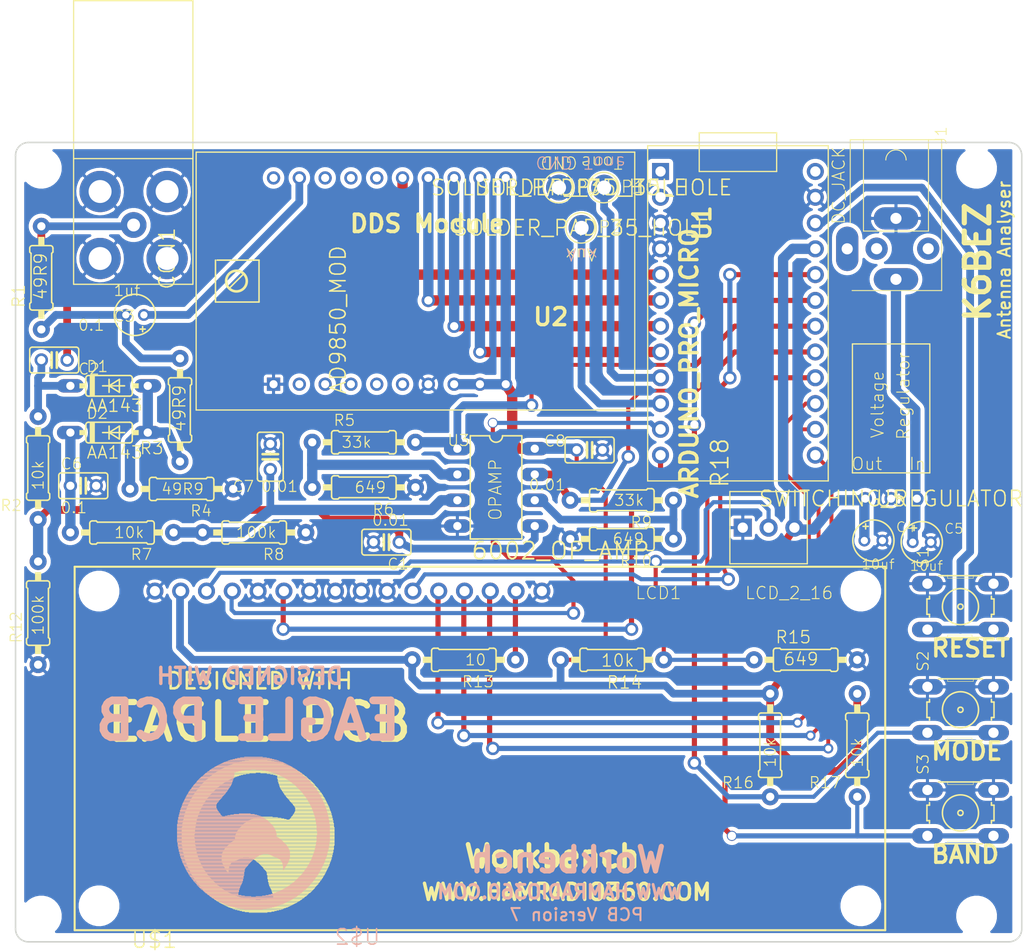
<source format=kicad_pcb>
(kicad_pcb (version 4) (host pcbnew 4.0.5)

  (general
    (links 103)
    (no_connects 0)
    (area 98.896099 65.558599 198.106101 144.448601)
    (thickness 1.6)
    (drawings 37)
    (tracks 284)
    (zones 0)
    (modules 46)
    (nets 33)
  )

  (page A4)
  (layers
    (0 Top signal)
    (31 Bottom signal)
    (32 B.Adhes user)
    (33 F.Adhes user)
    (34 B.Paste user)
    (35 F.Paste user)
    (36 B.SilkS user)
    (37 F.SilkS user)
    (38 B.Mask user)
    (39 F.Mask user)
    (40 Dwgs.User user)
    (41 Cmts.User user)
    (42 Eco1.User user)
    (43 Eco2.User user)
    (44 Edge.Cuts user)
    (45 Margin user)
    (46 B.CrtYd user)
    (47 F.CrtYd user)
    (48 B.Fab user)
    (49 F.Fab user)
  )

  (setup
    (last_trace_width 0.25)
    (trace_clearance 0.1524)
    (zone_clearance 0.508)
    (zone_45_only no)
    (trace_min 0.2)
    (segment_width 0.2)
    (edge_width 0.15)
    (via_size 0.6)
    (via_drill 0.4)
    (via_min_size 0.4)
    (via_min_drill 0.3)
    (uvia_size 0.3)
    (uvia_drill 0.1)
    (uvias_allowed no)
    (uvia_min_size 0.2)
    (uvia_min_drill 0.1)
    (pcb_text_width 0.3)
    (pcb_text_size 1.5 1.5)
    (mod_edge_width 0.15)
    (mod_text_size 1 1)
    (mod_text_width 0.15)
    (pad_size 3.048 1.524)
    (pad_drill 1.016)
    (pad_to_mask_clearance 0.2)
    (aux_axis_origin 0 0)
    (visible_elements FFFFFF7F)
    (pcbplotparams
      (layerselection 0x00030_80000001)
      (usegerberextensions false)
      (excludeedgelayer true)
      (linewidth 0.100000)
      (plotframeref false)
      (viasonmask false)
      (mode 1)
      (useauxorigin false)
      (hpglpennumber 1)
      (hpglpenspeed 20)
      (hpglpendiameter 15)
      (hpglpenoverlay 2)
      (psnegative false)
      (psa4output false)
      (plotreference true)
      (plotvalue true)
      (plotinvisibletext false)
      (padsonsilk false)
      (subtractmaskfromsilk false)
      (outputformat 1)
      (mirror false)
      (drillshape 1)
      (scaleselection 1)
      (outputdirectory ""))
  )

  (net 0 "")
  (net 1 DGND)
  (net 2 N$37)
  (net 3 N$40)
  (net 4 LCD_D5)
  (net 5 LCD_D7)
  (net 6 LCD_D4)
  (net 7 LCD_D6)
  (net 8 +5V)
  (net 9 N$3)
  (net 10 N$5)
  (net 11 N$6)
  (net 12 N$7)
  (net 13 N$9)
  (net 14 N$10)
  (net 15 N$17)
  (net 16 N$2)
  (net 17 N$11)
  (net 18 N$13)
  (net 19 DDS_RESET)
  (net 20 DDS_DATA)
  (net 21 DDS_UPDATE)
  (net 22 N$1)
  (net 23 DDS_CLOCK)
  (net 24 V_REV)
  (net 25 V_FWD)
  (net 26 N$12)
  (net 27 BAND_SEL)
  (net 28 LCD_RS)
  (net 29 LCD_E)
  (net 30 MODE_SEL)
  (net 31 TONE)
  (net 32 AUX)

  (net_class Default "This is the default net class."
    (clearance 0.1524)
    (trace_width 0.25)
    (via_dia 0.6)
    (via_drill 0.4)
    (uvia_dia 0.3)
    (uvia_drill 0.1)
    (add_net +5V)
    (add_net AUX)
    (add_net BAND_SEL)
    (add_net DDS_CLOCK)
    (add_net DDS_DATA)
    (add_net DDS_RESET)
    (add_net DDS_UPDATE)
    (add_net DGND)
    (add_net LCD_D4)
    (add_net LCD_D5)
    (add_net LCD_D6)
    (add_net LCD_D7)
    (add_net LCD_E)
    (add_net LCD_RS)
    (add_net MODE_SEL)
    (add_net N$1)
    (add_net N$10)
    (add_net N$11)
    (add_net N$12)
    (add_net N$13)
    (add_net N$17)
    (add_net N$2)
    (add_net N$3)
    (add_net N$37)
    (add_net N$40)
    (add_net N$5)
    (add_net N$6)
    (add_net N$7)
    (add_net N$9)
    (add_net TONE)
    (add_net V_FWD)
    (add_net V_REV)
  )

  (module "" (layer Top) (tedit 0) (tstamp 0)
    (at 193.5861 141.8336)
    (fp_text reference @HOLE0 (at 0 0) (layer F.SilkS) hide
      (effects (font (thickness 0.15)))
    )
    (fp_text value "" (at 0 0) (layer F.SilkS)
      (effects (font (thickness 0.15)))
    )
    (pad "" np_thru_hole circle (at 0 0) (size 3.2 3.2) (drill 3.2) (layers *.Cu))
  )

  (module "" (layer Top) (tedit 0) (tstamp 0)
    (at 101.5111 68.1736)
    (fp_text reference @HOLE1 (at 0 0) (layer F.SilkS) hide
      (effects (font (thickness 0.15)))
    )
    (fp_text value "" (at 0 0) (layer F.SilkS)
      (effects (font (thickness 0.15)))
    )
    (pad "" np_thru_hole circle (at 0 0) (size 3.2 3.2) (drill 3.2) (layers *.Cu))
  )

  (module "" (layer Top) (tedit 0) (tstamp 0)
    (at 193.5861 68.1736)
    (fp_text reference @HOLE2 (at 0 0) (layer F.SilkS) hide
      (effects (font (thickness 0.15)))
    )
    (fp_text value "" (at 0 0) (layer F.SilkS)
      (effects (font (thickness 0.15)))
    )
    (pad "" np_thru_hole circle (at 0 0) (size 3.2 3.2) (drill 3.2) (layers *.Cu))
  )

  (module "" (layer Top) (tedit 0) (tstamp 0)
    (at 101.5111 141.8336)
    (fp_text reference @HOLE3 (at 0 0) (layer F.SilkS) hide
      (effects (font (thickness 0.15)))
    )
    (fp_text value "" (at 0 0) (layer F.SilkS)
      (effects (font (thickness 0.15)))
    )
    (pad "" np_thru_hole circle (at 0 0) (size 3.2 3.2) (drill 3.2) (layers *.Cu))
  )

  (module E1,8-4 (layer Top) (tedit 0) (tstamp 58602285)
    (at 183.4261 104.84485)
    (descr "<b>ELECTROLYTIC CAPACITOR</b><p>\ngrid 1.8 mm, diameter 4 mm")
    (fp_text reference C4 (at 2.159 -0.762) (layer F.SilkS)
      (effects (font (size 0.9652 0.9652) (thickness 0.09652)) (justify left bottom))
    )
    (fp_text value 10uf (at 2.159 1.778) (layer F.SilkS)
      (effects (font (size 0.9652 0.9652) (thickness 0.09652)) (justify right top))
    )
    (fp_line (start -1.524 0) (end -0.762 0) (layer Dwgs.User) (width 0.1524))
    (fp_line (start -0.762 0) (end -0.762 1.016) (layer Dwgs.User) (width 0.1524))
    (fp_line (start -0.762 1.016) (end -0.254 1.016) (layer Dwgs.User) (width 0.1524))
    (fp_line (start -0.254 1.016) (end -0.254 -1.016) (layer Dwgs.User) (width 0.1524))
    (fp_line (start -0.254 -1.016) (end -0.762 -1.016) (layer Dwgs.User) (width 0.1524))
    (fp_line (start -0.762 -1.016) (end -0.762 0) (layer Dwgs.User) (width 0.1524))
    (fp_line (start 0.635 0) (end 1.524 0) (layer Dwgs.User) (width 0.1524))
    (fp_line (start -1.016 -1.397) (end -0.508 -1.397) (layer F.SilkS) (width 0.1524))
    (fp_line (start -0.762 -1.143) (end -0.762 -1.651) (layer F.SilkS) (width 0.1524))
    (fp_circle (center 0 0) (end 2.032 0) (layer F.SilkS) (width 0.1524))
    (fp_poly (pts (xy 0.254 1.016) (xy 0.762 1.016) (xy 0.762 -1.016) (xy 0.254 -1.016)) (layer Dwgs.User) (width 0))
    (pad - thru_hole circle (at 0.889 0) (size 1.1684 1.1684) (drill 0.7112) (layers *.Cu *.Mask)
      (net 1 DGND))
    (pad + thru_hole circle (at -0.889 0) (size 1.1684 1.1684) (drill 0.7112) (layers *.Cu *.Mask)
      (net 8 +5V))
  )

  (module DC_COAXIAL_JACK (layer Top) (tedit 0) (tstamp 58602295)
    (at 185.6486 77.0636 270)
    (fp_text reference J1 (at -11.1125 -5.08 450) (layer F.SilkS)
      (effects (font (size 1.08585 1.08585) (thickness 0.086868)) (justify left bottom))
    )
    (fp_text value DC_JACK (at -11.1125 6.35 270) (layer F.SilkS)
      (effects (font (size 1.2065 1.2065) (thickness 0.1016)) (justify right top))
    )
    (fp_line (start -11.7025 4.5) (end -11.7025 3.2) (layer F.SilkS) (width 0.1))
    (fp_line (start -11.7025 3.2) (end -11.7025 -3.2) (layer F.SilkS) (width 0.1))
    (fp_line (start -11.7025 -3.2) (end -11.7025 -4.5) (layer F.SilkS) (width 0.1))
    (fp_line (start -11.7025 -4.5) (end 3.155 -4.5) (layer F.SilkS) (width 0.1))
    (fp_line (start -11.7025 4.5) (end 3.155 4.5) (layer Dwgs.User) (width 0.1))
    (fp_line (start -11.7025 -3.2) (end -2.7025 -3.2) (layer F.SilkS) (width 0.1))
    (fp_line (start -11.7025 3.2) (end -2.7025 3.2) (layer F.SilkS) (width 0.1))
    (fp_line (start -2.7025 3.2) (end -2.7025 -3.2) (layer F.SilkS) (width 0.1))
    (fp_line (start -9.7025 1) (end -2.7025 1) (layer Dwgs.User) (width 0.1))
    (fp_line (start -9.7025 -1) (end -2.7025 -1) (layer Dwgs.User) (width 0.1))
    (fp_arc (start -9.7025 0) (end -9.7025 1) (angle 180) (layer F.SilkS) (width 0.1))
    (fp_line (start -11.7025 4.5) (end -3.5125 4.5) (layer F.SilkS) (width 0.1))
    (fp_line (start 3.155 4.3175) (end 3.155 -4.5) (layer F.SilkS) (width 0.1))
    (pad 2 thru_hole oval (at -0.9525 4.8 270) (size 4.3688 2.1844) (drill 1.1) (layers *.Cu *.Mask))
    (pad 1 thru_hole oval (at -3.9525 0) (size 4.3688 2.1844) (drill 1.1) (layers *.Cu *.Mask)
      (net 1 DGND))
    (pad 3 thru_hole oval (at 2.0475 0) (size 4.3688 2.1844) (drill 1.1) (layers *.Cu *.Mask)
      (net 22 N$1))
    (pad 4 thru_hole circle (at -0.9688 1.905) (size 2.1844 2.1844) (drill 1.1) (layers *.Cu *.Mask))
    (pad 5 thru_hole circle (at -0.9688 -3.175) (size 2.1844 2.1844) (drill 1.1) (layers *.Cu *.Mask))
  )

  (module E1,8-4 (layer Top) (tedit 0) (tstamp 586022AA)
    (at 188.1886 105.0036)
    (descr "<b>ELECTROLYTIC CAPACITOR</b><p>\ngrid 1.8 mm, diameter 4 mm")
    (fp_text reference C5 (at 2.159 -0.762) (layer F.SilkS)
      (effects (font (size 0.9652 0.9652) (thickness 0.09652)) (justify left bottom))
    )
    (fp_text value 10uf (at 2.159 1.778) (layer F.SilkS)
      (effects (font (size 0.9652 0.9652) (thickness 0.09652)) (justify right top))
    )
    (fp_line (start -1.524 0) (end -0.762 0) (layer Dwgs.User) (width 0.1524))
    (fp_line (start -0.762 0) (end -0.762 1.016) (layer Dwgs.User) (width 0.1524))
    (fp_line (start -0.762 1.016) (end -0.254 1.016) (layer Dwgs.User) (width 0.1524))
    (fp_line (start -0.254 1.016) (end -0.254 -1.016) (layer Dwgs.User) (width 0.1524))
    (fp_line (start -0.254 -1.016) (end -0.762 -1.016) (layer Dwgs.User) (width 0.1524))
    (fp_line (start -0.762 -1.016) (end -0.762 0) (layer Dwgs.User) (width 0.1524))
    (fp_line (start 0.635 0) (end 1.524 0) (layer Dwgs.User) (width 0.1524))
    (fp_line (start -1.016 -1.397) (end -0.508 -1.397) (layer F.SilkS) (width 0.1524))
    (fp_line (start -0.762 -1.143) (end -0.762 -1.651) (layer F.SilkS) (width 0.1524))
    (fp_circle (center 0 0) (end 2.032 0) (layer F.SilkS) (width 0.1524))
    (fp_poly (pts (xy 0.254 1.016) (xy 0.762 1.016) (xy 0.762 -1.016) (xy 0.254 -1.016)) (layer Dwgs.User) (width 0))
    (pad - thru_hole circle (at 0.889 0) (size 1.1684 1.1684) (drill 0.7112) (layers *.Cu *.Mask)
      (net 1 DGND))
    (pad + thru_hole circle (at -0.889 0) (size 1.1684 1.1684) (drill 0.7112) (layers *.Cu *.Mask)
      (net 22 N$1))
  )

  (module 0207%2f10 (layer Top) (tedit 0) (tstamp 586022BA)
    (at 143.1036 116.59235 180)
    (descr "<b>RESISTOR</b><p>\ntype 0207, grid 10 mm")
    (fp_text reference R13 (at -3.048 -1.524 360) (layer F.SilkS)
      (effects (font (size 1.08585 1.08585) (thickness 0.108585)) (justify right top))
    )
    (fp_text value 10 (at -2.2606 0.635 360) (layer F.SilkS)
      (effects (font (size 1.08585 1.08585) (thickness 0.108585)) (justify right top))
    )
    (fp_line (start 5.08 0) (end 4.064 0) (layer Dwgs.User) (width 0.6096))
    (fp_line (start -5.08 0) (end -4.064 0) (layer Dwgs.User) (width 0.6096))
    (fp_arc (start -2.921 -0.889) (end -3.175 -0.889) (angle 90) (layer F.SilkS) (width 0.1524))
    (fp_arc (start -2.921 0.889) (end -3.175 0.889) (angle -90) (layer F.SilkS) (width 0.1524))
    (fp_arc (start 2.921 0.889) (end 2.921 1.143) (angle -90) (layer F.SilkS) (width 0.1524))
    (fp_arc (start 2.921 -0.889) (end 2.921 -1.143) (angle 90) (layer F.SilkS) (width 0.1524))
    (fp_line (start -3.175 0.889) (end -3.175 -0.889) (layer F.SilkS) (width 0.1524))
    (fp_line (start -2.921 -1.143) (end -2.54 -1.143) (layer F.SilkS) (width 0.1524))
    (fp_line (start -2.413 -1.016) (end -2.54 -1.143) (layer F.SilkS) (width 0.1524))
    (fp_line (start -2.921 1.143) (end -2.54 1.143) (layer F.SilkS) (width 0.1524))
    (fp_line (start -2.413 1.016) (end -2.54 1.143) (layer F.SilkS) (width 0.1524))
    (fp_line (start 2.413 -1.016) (end 2.54 -1.143) (layer F.SilkS) (width 0.1524))
    (fp_line (start 2.413 -1.016) (end -2.413 -1.016) (layer F.SilkS) (width 0.1524))
    (fp_line (start 2.413 1.016) (end 2.54 1.143) (layer F.SilkS) (width 0.1524))
    (fp_line (start 2.413 1.016) (end -2.413 1.016) (layer F.SilkS) (width 0.1524))
    (fp_line (start 2.921 -1.143) (end 2.54 -1.143) (layer F.SilkS) (width 0.1524))
    (fp_line (start 2.921 1.143) (end 2.54 1.143) (layer F.SilkS) (width 0.1524))
    (fp_line (start 3.175 0.889) (end 3.175 -0.889) (layer F.SilkS) (width 0.1524))
    (fp_poly (pts (xy 3.175 0.3048) (xy 4.0386 0.3048) (xy 4.0386 -0.3048) (xy 3.175 -0.3048)) (layer F.SilkS) (width 0))
    (fp_poly (pts (xy -4.0386 0.3048) (xy -3.175 0.3048) (xy -3.175 -0.3048) (xy -4.0386 -0.3048)) (layer F.SilkS) (width 0))
    (pad 1 thru_hole circle (at -5.08 0 180) (size 1.6764 1.6764) (drill 0.8128) (layers *.Cu *.Mask)
      (net 2 N$37))
    (pad 2 thru_hole circle (at 5.08 0 180) (size 1.6764 1.6764) (drill 0.8128) (layers *.Cu *.Mask)
      (net 8 +5V))
  )

  (module OP_AMP_8_PIN (layer Top) (tedit 0) (tstamp 586022D3)
    (at 146.2786 99.6061 270)
    (fp_text reference U3 (at -5.2578 2.54 360) (layer F.SilkS)
      (effects (font (size 1.08585 1.08585) (thickness 0.108585)) (justify right top))
    )
    (fp_text value 6002_OP_AMP (at 7.239 2.54 360) (layer F.SilkS)
      (effects (font (size 1.6891 1.6891) (thickness 0.1778)) (justify left bottom))
    )
    (fp_line (start -5.08 0.635) (end -5.08 2.54) (layer F.SilkS) (width 0.1524))
    (fp_arc (start -5.08 0) (end -5.08 0.635) (angle -180) (layer F.SilkS) (width 0.1524))
    (fp_line (start 5.08 2.54) (end -5.08 2.54) (layer F.SilkS) (width 0.1524))
    (fp_line (start 5.08 2.54) (end 5.08 -2.54) (layer F.SilkS) (width 0.1524))
    (fp_line (start -5.08 -2.54) (end 5.08 -2.54) (layer F.SilkS) (width 0.1524))
    (fp_line (start -5.08 -2.54) (end -5.08 -0.635) (layer F.SilkS) (width 0.1524))
    (pad 1 thru_hole oval (at -3.81 3.81) (size 2.6416 1.3208) (drill 0.8128) (layers *.Cu *.Mask)
      (net 24 V_REV))
    (pad 2 thru_hole oval (at -1.27 3.81) (size 2.6416 1.3208) (drill 0.8128) (layers *.Cu *.Mask)
      (net 15 N$17))
    (pad 3 thru_hole oval (at 1.27 3.81) (size 2.6416 1.3208) (drill 0.8128) (layers *.Cu *.Mask)
      (net 17 N$11))
    (pad 4 thru_hole oval (at 3.81 3.81) (size 2.6416 1.3208) (drill 0.8128) (layers *.Cu *.Mask)
      (net 1 DGND))
    (pad 5 thru_hole oval (at 3.81 -3.81) (size 2.6416 1.3208) (drill 0.8128) (layers *.Cu *.Mask)
      (net 14 N$10))
    (pad 6 thru_hole oval (at 1.27 -3.81) (size 2.6416 1.3208) (drill 0.8128) (layers *.Cu *.Mask)
      (net 18 N$13))
    (pad 7 thru_hole oval (at -1.27 -3.81) (size 2.6416 1.3208) (drill 0.8128) (layers *.Cu *.Mask)
      (net 25 V_FWD))
    (pad 8 thru_hole oval (at -3.81 -3.81) (size 2.6416 1.3208) (drill 0.8128) (layers *.Cu *.Mask)
      (net 8 +5V))
  )

  (module E1,8-4 (layer Top) (tedit 0) (tstamp 586022E4)
    (at 110.7186 82.61985 180)
    (descr "<b>ELECTROLYTIC CAPACITOR</b><p>\ngrid 1.8 mm, diameter 4 mm")
    (fp_text reference C3 (at 2.159 -0.762 360) (layer F.SilkS)
      (effects (font (size 1.08585 1.08585) (thickness 0.108585)) (justify left bottom))
    )
    (fp_text value 1uf (at 2.159 1.778 360) (layer F.SilkS)
      (effects (font (size 1.08585 1.08585) (thickness 0.108585)) (justify left bottom))
    )
    (fp_line (start -1.524 0) (end -0.762 0) (layer Dwgs.User) (width 0.1524))
    (fp_line (start -0.762 0) (end -0.762 1.016) (layer Dwgs.User) (width 0.1524))
    (fp_line (start -0.762 1.016) (end -0.254 1.016) (layer Dwgs.User) (width 0.1524))
    (fp_line (start -0.254 1.016) (end -0.254 -1.016) (layer Dwgs.User) (width 0.1524))
    (fp_line (start -0.254 -1.016) (end -0.762 -1.016) (layer Dwgs.User) (width 0.1524))
    (fp_line (start -0.762 -1.016) (end -0.762 0) (layer Dwgs.User) (width 0.1524))
    (fp_line (start 0.635 0) (end 1.524 0) (layer Dwgs.User) (width 0.1524))
    (fp_line (start -1.016 -1.397) (end -0.508 -1.397) (layer F.SilkS) (width 0.1524))
    (fp_line (start -0.762 -1.143) (end -0.762 -1.651) (layer F.SilkS) (width 0.1524))
    (fp_circle (center 0 0) (end 2.032 0) (layer F.SilkS) (width 0.1524))
    (fp_poly (pts (xy 0.254 1.016) (xy 0.762 1.016) (xy 0.762 -1.016) (xy 0.254 -1.016)) (layer Dwgs.User) (width 0))
    (pad - thru_hole circle (at 0.889 0 180) (size 1.1684 1.1684) (drill 0.7112) (layers *.Cu *.Mask)
      (net 10 N$5))
    (pad + thru_hole circle (at -0.889 0 180) (size 1.1684 1.1684) (drill 0.7112) (layers *.Cu *.Mask)
      (net 9 N$3))
  )

  (module 0207%2f10 (layer Top) (tedit 0) (tstamp 586022F4)
    (at 101.5111 78.9686 90)
    (descr "<b>RESISTOR</b><p>\ntype 0207, grid 10 mm")
    (fp_text reference R1 (at -3.048 -1.524 90) (layer F.SilkS)
      (effects (font (size 1.2065 1.2065) (thickness 0.12065)) (justify left bottom))
    )
    (fp_text value 49R9 (at -2.2606 0.635 90) (layer F.SilkS)
      (effects (font (size 1.2065 1.2065) (thickness 0.12065)) (justify left bottom))
    )
    (fp_line (start 5.08 0) (end 4.064 0) (layer Dwgs.User) (width 0.6096))
    (fp_line (start -5.08 0) (end -4.064 0) (layer Dwgs.User) (width 0.6096))
    (fp_arc (start -2.921 -0.889) (end -3.175 -0.889) (angle 90) (layer F.SilkS) (width 0.1524))
    (fp_arc (start -2.921 0.889) (end -3.175 0.889) (angle -90) (layer F.SilkS) (width 0.1524))
    (fp_arc (start 2.921 0.889) (end 2.921 1.143) (angle -90) (layer F.SilkS) (width 0.1524))
    (fp_arc (start 2.921 -0.889) (end 2.921 -1.143) (angle 90) (layer F.SilkS) (width 0.1524))
    (fp_line (start -3.175 0.889) (end -3.175 -0.889) (layer F.SilkS) (width 0.1524))
    (fp_line (start -2.921 -1.143) (end -2.54 -1.143) (layer F.SilkS) (width 0.1524))
    (fp_line (start -2.413 -1.016) (end -2.54 -1.143) (layer F.SilkS) (width 0.1524))
    (fp_line (start -2.921 1.143) (end -2.54 1.143) (layer F.SilkS) (width 0.1524))
    (fp_line (start -2.413 1.016) (end -2.54 1.143) (layer F.SilkS) (width 0.1524))
    (fp_line (start 2.413 -1.016) (end 2.54 -1.143) (layer F.SilkS) (width 0.1524))
    (fp_line (start 2.413 -1.016) (end -2.413 -1.016) (layer F.SilkS) (width 0.1524))
    (fp_line (start 2.413 1.016) (end 2.54 1.143) (layer F.SilkS) (width 0.1524))
    (fp_line (start 2.413 1.016) (end -2.413 1.016) (layer F.SilkS) (width 0.1524))
    (fp_line (start 2.921 -1.143) (end 2.54 -1.143) (layer F.SilkS) (width 0.1524))
    (fp_line (start 2.921 1.143) (end 2.54 1.143) (layer F.SilkS) (width 0.1524))
    (fp_line (start 3.175 0.889) (end 3.175 -0.889) (layer F.SilkS) (width 0.1524))
    (fp_poly (pts (xy 3.175 0.3048) (xy 4.0386 0.3048) (xy 4.0386 -0.3048) (xy 3.175 -0.3048)) (layer F.SilkS) (width 0))
    (fp_poly (pts (xy -4.0386 0.3048) (xy -3.175 0.3048) (xy -3.175 -0.3048) (xy -4.0386 -0.3048)) (layer F.SilkS) (width 0))
    (pad 1 thru_hole circle (at -5.08 0 90) (size 1.6764 1.6764) (drill 0.8128) (layers *.Cu *.Mask)
      (net 10 N$5))
    (pad 2 thru_hole circle (at 5.08 0 90) (size 1.6764 1.6764) (drill 0.8128) (layers *.Cu *.Mask)
      (net 12 N$7))
  )

  (module 0207%2f10 (layer Top) (tedit 0) (tstamp 5860230D)
    (at 115.1636 91.9861 90)
    (descr "<b>RESISTOR</b><p>\ntype 0207, grid 10 mm")
    (fp_text reference R3 (at -3.048 -1.524 360) (layer F.SilkS)
      (effects (font (size 1.2065 1.2065) (thickness 0.12065)) (justify right top))
    )
    (fp_text value 49R9 (at -2.2606 0.635 90) (layer F.SilkS)
      (effects (font (size 1.2065 1.2065) (thickness 0.12065)) (justify left bottom))
    )
    (fp_line (start 5.08 0) (end 4.064 0) (layer Dwgs.User) (width 0.6096))
    (fp_line (start -5.08 0) (end -4.064 0) (layer Dwgs.User) (width 0.6096))
    (fp_arc (start -2.921 -0.889) (end -3.175 -0.889) (angle 90) (layer F.SilkS) (width 0.1524))
    (fp_arc (start -2.921 0.889) (end -3.175 0.889) (angle -90) (layer F.SilkS) (width 0.1524))
    (fp_arc (start 2.921 0.889) (end 2.921 1.143) (angle -90) (layer F.SilkS) (width 0.1524))
    (fp_arc (start 2.921 -0.889) (end 2.921 -1.143) (angle 90) (layer F.SilkS) (width 0.1524))
    (fp_line (start -3.175 0.889) (end -3.175 -0.889) (layer F.SilkS) (width 0.1524))
    (fp_line (start -2.921 -1.143) (end -2.54 -1.143) (layer F.SilkS) (width 0.1524))
    (fp_line (start -2.413 -1.016) (end -2.54 -1.143) (layer F.SilkS) (width 0.1524))
    (fp_line (start -2.921 1.143) (end -2.54 1.143) (layer F.SilkS) (width 0.1524))
    (fp_line (start -2.413 1.016) (end -2.54 1.143) (layer F.SilkS) (width 0.1524))
    (fp_line (start 2.413 -1.016) (end 2.54 -1.143) (layer F.SilkS) (width 0.1524))
    (fp_line (start 2.413 -1.016) (end -2.413 -1.016) (layer F.SilkS) (width 0.1524))
    (fp_line (start 2.413 1.016) (end 2.54 1.143) (layer F.SilkS) (width 0.1524))
    (fp_line (start 2.413 1.016) (end -2.413 1.016) (layer F.SilkS) (width 0.1524))
    (fp_line (start 2.921 -1.143) (end 2.54 -1.143) (layer F.SilkS) (width 0.1524))
    (fp_line (start 2.921 1.143) (end 2.54 1.143) (layer F.SilkS) (width 0.1524))
    (fp_line (start 3.175 0.889) (end 3.175 -0.889) (layer F.SilkS) (width 0.1524))
    (fp_poly (pts (xy 3.175 0.3048) (xy 4.0386 0.3048) (xy 4.0386 -0.3048) (xy 3.175 -0.3048)) (layer F.SilkS) (width 0))
    (fp_poly (pts (xy -4.0386 0.3048) (xy -3.175 0.3048) (xy -3.175 -0.3048) (xy -4.0386 -0.3048)) (layer F.SilkS) (width 0))
    (pad 1 thru_hole circle (at -5.08 0 90) (size 1.6764 1.6764) (drill 0.8128) (layers *.Cu *.Mask)
      (net 11 N$6))
    (pad 2 thru_hole circle (at 5.08 0 90) (size 1.6764 1.6764) (drill 0.8128) (layers *.Cu *.Mask)
      (net 10 N$5))
  )

  (module 0207%2f10 (layer Top) (tedit 0) (tstamp 58602326)
    (at 115.32235 99.76485 180)
    (descr "<b>RESISTOR</b><p>\ntype 0207, grid 10 mm")
    (fp_text reference R4 (at -3.048 -1.524 360) (layer F.SilkS)
      (effects (font (size 1.08585 1.08585) (thickness 0.108585)) (justify right top))
    )
    (fp_text value 49R9 (at -2.2606 0.635 360) (layer F.SilkS)
      (effects (font (size 1.08585 1.08585) (thickness 0.108585)) (justify right top))
    )
    (fp_line (start 5.08 0) (end 4.064 0) (layer Dwgs.User) (width 0.6096))
    (fp_line (start -5.08 0) (end -4.064 0) (layer Dwgs.User) (width 0.6096))
    (fp_arc (start -2.921 -0.889) (end -3.175 -0.889) (angle 90) (layer F.SilkS) (width 0.1524))
    (fp_arc (start -2.921 0.889) (end -3.175 0.889) (angle -90) (layer F.SilkS) (width 0.1524))
    (fp_arc (start 2.921 0.889) (end 2.921 1.143) (angle -90) (layer F.SilkS) (width 0.1524))
    (fp_arc (start 2.921 -0.889) (end 2.921 -1.143) (angle 90) (layer F.SilkS) (width 0.1524))
    (fp_line (start -3.175 0.889) (end -3.175 -0.889) (layer F.SilkS) (width 0.1524))
    (fp_line (start -2.921 -1.143) (end -2.54 -1.143) (layer F.SilkS) (width 0.1524))
    (fp_line (start -2.413 -1.016) (end -2.54 -1.143) (layer F.SilkS) (width 0.1524))
    (fp_line (start -2.921 1.143) (end -2.54 1.143) (layer F.SilkS) (width 0.1524))
    (fp_line (start -2.413 1.016) (end -2.54 1.143) (layer F.SilkS) (width 0.1524))
    (fp_line (start 2.413 -1.016) (end 2.54 -1.143) (layer F.SilkS) (width 0.1524))
    (fp_line (start 2.413 -1.016) (end -2.413 -1.016) (layer F.SilkS) (width 0.1524))
    (fp_line (start 2.413 1.016) (end 2.54 1.143) (layer F.SilkS) (width 0.1524))
    (fp_line (start 2.413 1.016) (end -2.413 1.016) (layer F.SilkS) (width 0.1524))
    (fp_line (start 2.921 -1.143) (end 2.54 -1.143) (layer F.SilkS) (width 0.1524))
    (fp_line (start 2.921 1.143) (end 2.54 1.143) (layer F.SilkS) (width 0.1524))
    (fp_line (start 3.175 0.889) (end 3.175 -0.889) (layer F.SilkS) (width 0.1524))
    (fp_poly (pts (xy 3.175 0.3048) (xy 4.0386 0.3048) (xy 4.0386 -0.3048) (xy 3.175 -0.3048)) (layer F.SilkS) (width 0))
    (fp_poly (pts (xy -4.0386 0.3048) (xy -3.175 0.3048) (xy -3.175 -0.3048) (xy -4.0386 -0.3048)) (layer F.SilkS) (width 0))
    (pad 1 thru_hole circle (at -5.08 0 180) (size 1.6764 1.6764) (drill 0.8128) (layers *.Cu *.Mask)
      (net 1 DGND))
    (pad 2 thru_hole circle (at 5.08 0 180) (size 1.6764 1.6764) (drill 0.8128) (layers *.Cu *.Mask)
      (net 11 N$6))
  )

  (module 0207%2f10 (layer Top) (tedit 0) (tstamp 5860233F)
    (at 101.1936 97.7011 90)
    (descr "<b>RESISTOR</b><p>\ntype 0207, grid 10 mm")
    (fp_text reference R2 (at -3.048 -1.524 360) (layer F.SilkS)
      (effects (font (size 1.08585 1.08585) (thickness 0.108585)) (justify right top))
    )
    (fp_text value 10k (at -2.2606 0.635 90) (layer F.SilkS)
      (effects (font (size 1.08585 1.08585) (thickness 0.108585)) (justify left bottom))
    )
    (fp_line (start 5.08 0) (end 4.064 0) (layer Dwgs.User) (width 0.6096))
    (fp_line (start -5.08 0) (end -4.064 0) (layer Dwgs.User) (width 0.6096))
    (fp_arc (start -2.921 -0.889) (end -3.175 -0.889) (angle 90) (layer F.SilkS) (width 0.1524))
    (fp_arc (start -2.921 0.889) (end -3.175 0.889) (angle -90) (layer F.SilkS) (width 0.1524))
    (fp_arc (start 2.921 0.889) (end 2.921 1.143) (angle -90) (layer F.SilkS) (width 0.1524))
    (fp_arc (start 2.921 -0.889) (end 2.921 -1.143) (angle 90) (layer F.SilkS) (width 0.1524))
    (fp_line (start -3.175 0.889) (end -3.175 -0.889) (layer F.SilkS) (width 0.1524))
    (fp_line (start -2.921 -1.143) (end -2.54 -1.143) (layer F.SilkS) (width 0.1524))
    (fp_line (start -2.413 -1.016) (end -2.54 -1.143) (layer F.SilkS) (width 0.1524))
    (fp_line (start -2.921 1.143) (end -2.54 1.143) (layer F.SilkS) (width 0.1524))
    (fp_line (start -2.413 1.016) (end -2.54 1.143) (layer F.SilkS) (width 0.1524))
    (fp_line (start 2.413 -1.016) (end 2.54 -1.143) (layer F.SilkS) (width 0.1524))
    (fp_line (start 2.413 -1.016) (end -2.413 -1.016) (layer F.SilkS) (width 0.1524))
    (fp_line (start 2.413 1.016) (end 2.54 1.143) (layer F.SilkS) (width 0.1524))
    (fp_line (start 2.413 1.016) (end -2.413 1.016) (layer F.SilkS) (width 0.1524))
    (fp_line (start 2.921 -1.143) (end 2.54 -1.143) (layer F.SilkS) (width 0.1524))
    (fp_line (start 2.921 1.143) (end 2.54 1.143) (layer F.SilkS) (width 0.1524))
    (fp_line (start 3.175 0.889) (end 3.175 -0.889) (layer F.SilkS) (width 0.1524))
    (fp_poly (pts (xy 3.175 0.3048) (xy 4.0386 0.3048) (xy 4.0386 -0.3048) (xy 3.175 -0.3048)) (layer F.SilkS) (width 0))
    (fp_poly (pts (xy -4.0386 0.3048) (xy -3.175 0.3048) (xy -3.175 -0.3048) (xy -4.0386 -0.3048)) (layer F.SilkS) (width 0))
    (pad 1 thru_hole circle (at -5.08 0 90) (size 1.6764 1.6764) (drill 0.8128) (layers *.Cu *.Mask)
      (net 14 N$10))
    (pad 2 thru_hole circle (at 5.08 0 90) (size 1.6764 1.6764) (drill 0.8128) (layers *.Cu *.Mask)
      (net 13 N$9))
  )

  (module DO35-7 (layer Top) (tedit 0) (tstamp 58602358)
    (at 108.1786 89.60485)
    (descr "<B>DIODE</B><p>\ndiameter 2 mm, horizontal, grid 7.62 mm")
    (fp_text reference D1 (at -2.286 -1.27) (layer F.SilkS)
      (effects (font (size 1.08585 1.08585) (thickness 0.108585)) (justify left bottom))
    )
    (fp_text value AA143 (at -2.286 2.667) (layer F.SilkS)
      (effects (font (size 1.2065 1.2065) (thickness 0.127)) (justify left bottom))
    )
    (fp_line (start 3.81 0) (end 2.921 0) (layer Dwgs.User) (width 0.508))
    (fp_line (start -3.81 0) (end -2.921 0) (layer Dwgs.User) (width 0.508))
    (fp_line (start -0.635 0) (end 0 0) (layer F.SilkS) (width 0.1524))
    (fp_line (start 1.016 -0.635) (end 1.016 0.635) (layer F.SilkS) (width 0.1524))
    (fp_line (start 1.016 0.635) (end 0 0) (layer F.SilkS) (width 0.1524))
    (fp_line (start 0 0) (end 1.524 0) (layer F.SilkS) (width 0.1524))
    (fp_line (start 0 0) (end 1.016 -0.635) (layer F.SilkS) (width 0.1524))
    (fp_line (start 0 -0.635) (end 0 0) (layer F.SilkS) (width 0.1524))
    (fp_line (start 0 0) (end 0 0.635) (layer F.SilkS) (width 0.1524))
    (fp_arc (start 2.032 -0.762) (end 2.032 -1.016) (angle 90) (layer F.SilkS) (width 0.1524))
    (fp_line (start 2.286 -0.762) (end 2.286 0.762) (layer F.SilkS) (width 0.1524))
    (fp_arc (start 2.032 0.762) (end 2.032 1.016) (angle -90) (layer F.SilkS) (width 0.1524))
    (fp_arc (start -2.032 -0.762) (end -2.286 -0.762) (angle 90) (layer F.SilkS) (width 0.1524))
    (fp_arc (start -2.032 0.762) (end -2.286 0.762) (angle -90) (layer F.SilkS) (width 0.1524))
    (fp_line (start -2.032 1.016) (end 2.032 1.016) (layer F.SilkS) (width 0.1524))
    (fp_line (start -2.286 -0.762) (end -2.286 0.762) (layer F.SilkS) (width 0.1524))
    (fp_line (start -2.032 -1.016) (end 2.032 -1.016) (layer F.SilkS) (width 0.1524))
    (fp_poly (pts (xy -1.905 1.016) (xy -1.397 1.016) (xy -1.397 -1.016) (xy -1.905 -1.016)) (layer F.SilkS) (width 0))
    (fp_poly (pts (xy 2.286 0.254) (xy 2.921 0.254) (xy 2.921 -0.254) (xy 2.286 -0.254)) (layer F.SilkS) (width 0))
    (fp_poly (pts (xy -2.921 0.254) (xy -2.286 0.254) (xy -2.286 -0.254) (xy -2.921 -0.254)) (layer F.SilkS) (width 0))
    (pad C thru_hole oval (at -3.81 0) (size 2.6416 1.3208) (drill 0.8128) (layers *.Cu *.Mask)
      (net 13 N$9))
    (pad A thru_hole oval (at 3.81 0) (size 2.6416 1.3208) (drill 0.8128) (layers *.Cu *.Mask)
      (net 11 N$6))
  )

  (module C025-025X050 (layer Top) (tedit 0) (tstamp 58602371)
    (at 102.7811 87.06485 180)
    (descr "<b>CAPACITOR</b><p>\ngrid 2.5 mm, outline 2.5 x 5 mm")
    (fp_text reference C2 (at -2.286 -1.524 360) (layer F.SilkS)
      (effects (font (size 1.08585 1.08585) (thickness 0.108585)) (justify left bottom))
    )
    (fp_text value 0.1 (at -2.286 2.794 360) (layer F.SilkS)
      (effects (font (size 1.08585 1.08585) (thickness 0.108585)) (justify left bottom))
    )
    (fp_line (start -2.159 -1.27) (end 2.159 -1.27) (layer F.SilkS) (width 0.1524))
    (fp_line (start 2.159 1.27) (end -2.159 1.27) (layer F.SilkS) (width 0.1524))
    (fp_line (start 2.413 -1.016) (end 2.413 1.016) (layer F.SilkS) (width 0.1524))
    (fp_line (start -2.413 -1.016) (end -2.413 1.016) (layer F.SilkS) (width 0.1524))
    (fp_arc (start 2.159 -1.016) (end 2.159 -1.27) (angle 90) (layer F.SilkS) (width 0.1524))
    (fp_arc (start -2.159 -1.016) (end -2.413 -1.016) (angle 90) (layer F.SilkS) (width 0.1524))
    (fp_arc (start 2.159 1.016) (end 2.159 1.27) (angle -90) (layer F.SilkS) (width 0.1524))
    (fp_arc (start -2.159 1.016) (end -2.413 1.016) (angle -90) (layer F.SilkS) (width 0.1524))
    (fp_line (start 0.762 0) (end 0.381 0) (layer Dwgs.User) (width 0.1524))
    (fp_line (start 0.381 0) (end 0.254 0) (layer F.SilkS) (width 0.1524))
    (fp_line (start 0.254 0) (end 0.254 -0.762) (layer F.SilkS) (width 0.254))
    (fp_line (start 0.254 0) (end 0.254 0.762) (layer F.SilkS) (width 0.254))
    (fp_line (start -0.254 -0.762) (end -0.254 0) (layer F.SilkS) (width 0.254))
    (fp_line (start -0.254 0) (end -0.254 0.762) (layer F.SilkS) (width 0.254))
    (fp_line (start -0.254 0) (end -0.381 0) (layer F.SilkS) (width 0.1524))
    (fp_line (start -0.381 0) (end -0.762 0) (layer Dwgs.User) (width 0.1524))
    (pad 1 thru_hole circle (at -1.27 0 180) (size 1.3208 1.3208) (drill 0.8128) (layers *.Cu *.Mask)
      (net 12 N$7))
    (pad 2 thru_hole circle (at 1.27 0 180) (size 1.3208 1.3208) (drill 0.8128) (layers *.Cu *.Mask)
      (net 13 N$9))
  )

  (module C025-025X050 (layer Top) (tedit 0) (tstamp 58602386)
    (at 135.4836 105.0036 180)
    (descr "<b>CAPACITOR</b><p>\ngrid 2.5 mm, outline 2.5 x 5 mm")
    (fp_text reference C1 (at -2.286 -1.524 360) (layer F.SilkS)
      (effects (font (size 1.08585 1.08585) (thickness 0.108585)) (justify right top))
    )
    (fp_text value 0.01 (at -2.286 2.794 360) (layer F.SilkS)
      (effects (font (size 1.08585 1.08585) (thickness 0.108585)) (justify right top))
    )
    (fp_line (start -2.159 -1.27) (end 2.159 -1.27) (layer F.SilkS) (width 0.1524))
    (fp_line (start 2.159 1.27) (end -2.159 1.27) (layer F.SilkS) (width 0.1524))
    (fp_line (start 2.413 -1.016) (end 2.413 1.016) (layer F.SilkS) (width 0.1524))
    (fp_line (start -2.413 -1.016) (end -2.413 1.016) (layer F.SilkS) (width 0.1524))
    (fp_arc (start 2.159 -1.016) (end 2.159 -1.27) (angle 90) (layer F.SilkS) (width 0.1524))
    (fp_arc (start -2.159 -1.016) (end -2.413 -1.016) (angle 90) (layer F.SilkS) (width 0.1524))
    (fp_arc (start 2.159 1.016) (end 2.159 1.27) (angle -90) (layer F.SilkS) (width 0.1524))
    (fp_arc (start -2.159 1.016) (end -2.413 1.016) (angle -90) (layer F.SilkS) (width 0.1524))
    (fp_line (start 0.762 0) (end 0.381 0) (layer Dwgs.User) (width 0.1524))
    (fp_line (start 0.381 0) (end 0.254 0) (layer F.SilkS) (width 0.1524))
    (fp_line (start 0.254 0) (end 0.254 -0.762) (layer F.SilkS) (width 0.254))
    (fp_line (start 0.254 0) (end 0.254 0.762) (layer F.SilkS) (width 0.254))
    (fp_line (start -0.254 -0.762) (end -0.254 0) (layer F.SilkS) (width 0.254))
    (fp_line (start -0.254 0) (end -0.254 0.762) (layer F.SilkS) (width 0.254))
    (fp_line (start -0.254 0) (end -0.381 0) (layer F.SilkS) (width 0.1524))
    (fp_line (start -0.381 0) (end -0.762 0) (layer Dwgs.User) (width 0.1524))
    (pad 1 thru_hole circle (at -1.27 0 180) (size 1.3208 1.3208) (drill 0.8128) (layers *.Cu *.Mask)
      (net 14 N$10))
    (pad 2 thru_hole circle (at 1.27 0 180) (size 1.3208 1.3208) (drill 0.8128) (layers *.Cu *.Mask)
      (net 1 DGND))
  )

  (module 0207%2f10 (layer Top) (tedit 0) (tstamp 5860239B)
    (at 101.1936 111.9886 90)
    (descr "<b>RESISTOR</b><p>\ntype 0207, grid 10 mm")
    (fp_text reference R12 (at -3.048 -1.524 90) (layer F.SilkS)
      (effects (font (size 1.08585 1.08585) (thickness 0.108585)) (justify left bottom))
    )
    (fp_text value 100k (at -2.2606 0.635 90) (layer F.SilkS)
      (effects (font (size 1.08585 1.08585) (thickness 0.108585)) (justify left bottom))
    )
    (fp_line (start 5.08 0) (end 4.064 0) (layer Dwgs.User) (width 0.6096))
    (fp_line (start -5.08 0) (end -4.064 0) (layer Dwgs.User) (width 0.6096))
    (fp_arc (start -2.921 -0.889) (end -3.175 -0.889) (angle 90) (layer F.SilkS) (width 0.1524))
    (fp_arc (start -2.921 0.889) (end -3.175 0.889) (angle -90) (layer F.SilkS) (width 0.1524))
    (fp_arc (start 2.921 0.889) (end 2.921 1.143) (angle -90) (layer F.SilkS) (width 0.1524))
    (fp_arc (start 2.921 -0.889) (end 2.921 -1.143) (angle 90) (layer F.SilkS) (width 0.1524))
    (fp_line (start -3.175 0.889) (end -3.175 -0.889) (layer F.SilkS) (width 0.1524))
    (fp_line (start -2.921 -1.143) (end -2.54 -1.143) (layer F.SilkS) (width 0.1524))
    (fp_line (start -2.413 -1.016) (end -2.54 -1.143) (layer F.SilkS) (width 0.1524))
    (fp_line (start -2.921 1.143) (end -2.54 1.143) (layer F.SilkS) (width 0.1524))
    (fp_line (start -2.413 1.016) (end -2.54 1.143) (layer F.SilkS) (width 0.1524))
    (fp_line (start 2.413 -1.016) (end 2.54 -1.143) (layer F.SilkS) (width 0.1524))
    (fp_line (start 2.413 -1.016) (end -2.413 -1.016) (layer F.SilkS) (width 0.1524))
    (fp_line (start 2.413 1.016) (end 2.54 1.143) (layer F.SilkS) (width 0.1524))
    (fp_line (start 2.413 1.016) (end -2.413 1.016) (layer F.SilkS) (width 0.1524))
    (fp_line (start 2.921 -1.143) (end 2.54 -1.143) (layer F.SilkS) (width 0.1524))
    (fp_line (start 2.921 1.143) (end 2.54 1.143) (layer F.SilkS) (width 0.1524))
    (fp_line (start 3.175 0.889) (end 3.175 -0.889) (layer F.SilkS) (width 0.1524))
    (fp_poly (pts (xy 3.175 0.3048) (xy 4.0386 0.3048) (xy 4.0386 -0.3048) (xy 3.175 -0.3048)) (layer F.SilkS) (width 0))
    (fp_poly (pts (xy -4.0386 0.3048) (xy -3.175 0.3048) (xy -3.175 -0.3048) (xy -4.0386 -0.3048)) (layer F.SilkS) (width 0))
    (pad 1 thru_hole circle (at -5.08 0 90) (size 1.6764 1.6764) (drill 0.8128) (layers *.Cu *.Mask)
      (net 1 DGND))
    (pad 2 thru_hole circle (at 5.08 0 90) (size 1.6764 1.6764) (drill 0.8128) (layers *.Cu *.Mask)
      (net 14 N$10))
  )

  (module 0207%2f10 (layer Top) (tedit 0) (tstamp 586023B4)
    (at 133.2611 95.1611)
    (descr "<b>RESISTOR</b><p>\ntype 0207, grid 10 mm")
    (fp_text reference R5 (at -3.048 -1.524) (layer F.SilkS)
      (effects (font (size 1.08585 1.08585) (thickness 0.108585)) (justify left bottom))
    )
    (fp_text value 33k (at -2.2606 0.635) (layer F.SilkS)
      (effects (font (size 1.08585 1.08585) (thickness 0.108585)) (justify left bottom))
    )
    (fp_line (start 5.08 0) (end 4.064 0) (layer Dwgs.User) (width 0.6096))
    (fp_line (start -5.08 0) (end -4.064 0) (layer Dwgs.User) (width 0.6096))
    (fp_arc (start -2.921 -0.889) (end -3.175 -0.889) (angle 90) (layer F.SilkS) (width 0.1524))
    (fp_arc (start -2.921 0.889) (end -3.175 0.889) (angle -90) (layer F.SilkS) (width 0.1524))
    (fp_arc (start 2.921 0.889) (end 2.921 1.143) (angle -90) (layer F.SilkS) (width 0.1524))
    (fp_arc (start 2.921 -0.889) (end 2.921 -1.143) (angle 90) (layer F.SilkS) (width 0.1524))
    (fp_line (start -3.175 0.889) (end -3.175 -0.889) (layer F.SilkS) (width 0.1524))
    (fp_line (start -2.921 -1.143) (end -2.54 -1.143) (layer F.SilkS) (width 0.1524))
    (fp_line (start -2.413 -1.016) (end -2.54 -1.143) (layer F.SilkS) (width 0.1524))
    (fp_line (start -2.921 1.143) (end -2.54 1.143) (layer F.SilkS) (width 0.1524))
    (fp_line (start -2.413 1.016) (end -2.54 1.143) (layer F.SilkS) (width 0.1524))
    (fp_line (start 2.413 -1.016) (end 2.54 -1.143) (layer F.SilkS) (width 0.1524))
    (fp_line (start 2.413 -1.016) (end -2.413 -1.016) (layer F.SilkS) (width 0.1524))
    (fp_line (start 2.413 1.016) (end 2.54 1.143) (layer F.SilkS) (width 0.1524))
    (fp_line (start 2.413 1.016) (end -2.413 1.016) (layer F.SilkS) (width 0.1524))
    (fp_line (start 2.921 -1.143) (end 2.54 -1.143) (layer F.SilkS) (width 0.1524))
    (fp_line (start 2.921 1.143) (end 2.54 1.143) (layer F.SilkS) (width 0.1524))
    (fp_line (start 3.175 0.889) (end 3.175 -0.889) (layer F.SilkS) (width 0.1524))
    (fp_poly (pts (xy 3.175 0.3048) (xy 4.0386 0.3048) (xy 4.0386 -0.3048) (xy 3.175 -0.3048)) (layer F.SilkS) (width 0))
    (fp_poly (pts (xy -4.0386 0.3048) (xy -3.175 0.3048) (xy -3.175 -0.3048) (xy -4.0386 -0.3048)) (layer F.SilkS) (width 0))
    (pad 1 thru_hole circle (at -5.08 0) (size 1.6764 1.6764) (drill 0.8128) (layers *.Cu *.Mask)
      (net 15 N$17))
    (pad 2 thru_hole circle (at 5.08 0) (size 1.6764 1.6764) (drill 0.8128) (layers *.Cu *.Mask)
      (net 24 V_REV))
  )

  (module 0207%2f10 (layer Top) (tedit 0) (tstamp 586023CD)
    (at 133.2611 99.6061 180)
    (descr "<b>RESISTOR</b><p>\ntype 0207, grid 10 mm")
    (fp_text reference R6 (at -3.048 -1.524 360) (layer F.SilkS)
      (effects (font (size 1.08585 1.08585) (thickness 0.108585)) (justify right top))
    )
    (fp_text value 649 (at -2.2606 0.635 360) (layer F.SilkS)
      (effects (font (size 1.08585 1.08585) (thickness 0.108585)) (justify right top))
    )
    (fp_line (start 5.08 0) (end 4.064 0) (layer Dwgs.User) (width 0.6096))
    (fp_line (start -5.08 0) (end -4.064 0) (layer Dwgs.User) (width 0.6096))
    (fp_arc (start -2.921 -0.889) (end -3.175 -0.889) (angle 90) (layer F.SilkS) (width 0.1524))
    (fp_arc (start -2.921 0.889) (end -3.175 0.889) (angle -90) (layer F.SilkS) (width 0.1524))
    (fp_arc (start 2.921 0.889) (end 2.921 1.143) (angle -90) (layer F.SilkS) (width 0.1524))
    (fp_arc (start 2.921 -0.889) (end 2.921 -1.143) (angle 90) (layer F.SilkS) (width 0.1524))
    (fp_line (start -3.175 0.889) (end -3.175 -0.889) (layer F.SilkS) (width 0.1524))
    (fp_line (start -2.921 -1.143) (end -2.54 -1.143) (layer F.SilkS) (width 0.1524))
    (fp_line (start -2.413 -1.016) (end -2.54 -1.143) (layer F.SilkS) (width 0.1524))
    (fp_line (start -2.921 1.143) (end -2.54 1.143) (layer F.SilkS) (width 0.1524))
    (fp_line (start -2.413 1.016) (end -2.54 1.143) (layer F.SilkS) (width 0.1524))
    (fp_line (start 2.413 -1.016) (end 2.54 -1.143) (layer F.SilkS) (width 0.1524))
    (fp_line (start 2.413 -1.016) (end -2.413 -1.016) (layer F.SilkS) (width 0.1524))
    (fp_line (start 2.413 1.016) (end 2.54 1.143) (layer F.SilkS) (width 0.1524))
    (fp_line (start 2.413 1.016) (end -2.413 1.016) (layer F.SilkS) (width 0.1524))
    (fp_line (start 2.921 -1.143) (end 2.54 -1.143) (layer F.SilkS) (width 0.1524))
    (fp_line (start 2.921 1.143) (end 2.54 1.143) (layer F.SilkS) (width 0.1524))
    (fp_line (start 3.175 0.889) (end 3.175 -0.889) (layer F.SilkS) (width 0.1524))
    (fp_poly (pts (xy 3.175 0.3048) (xy 4.0386 0.3048) (xy 4.0386 -0.3048) (xy 3.175 -0.3048)) (layer F.SilkS) (width 0))
    (fp_poly (pts (xy -4.0386 0.3048) (xy -3.175 0.3048) (xy -3.175 -0.3048) (xy -4.0386 -0.3048)) (layer F.SilkS) (width 0))
    (pad 1 thru_hole circle (at -5.08 0 180) (size 1.6764 1.6764) (drill 0.8128) (layers *.Cu *.Mask)
      (net 1 DGND))
    (pad 2 thru_hole circle (at 5.08 0 180) (size 1.6764 1.6764) (drill 0.8128) (layers *.Cu *.Mask)
      (net 15 N$17))
  )

  (module C025-025X050 (layer Top) (tedit 0) (tstamp 586023E6)
    (at 155.4861 95.9231)
    (descr "<b>CAPACITOR</b><p>\ngrid 2.5 mm, outline 2.5 x 5 mm")
    (fp_text reference C8 (at -2.286 -1.524) (layer F.SilkS)
      (effects (font (size 1.08585 1.08585) (thickness 0.108585)) (justify right top))
    )
    (fp_text value 0.01 (at -2.286 2.794) (layer F.SilkS)
      (effects (font (size 1.08585 1.08585) (thickness 0.108585)) (justify right top))
    )
    (fp_line (start -2.159 -1.27) (end 2.159 -1.27) (layer F.SilkS) (width 0.1524))
    (fp_line (start 2.159 1.27) (end -2.159 1.27) (layer F.SilkS) (width 0.1524))
    (fp_line (start 2.413 -1.016) (end 2.413 1.016) (layer F.SilkS) (width 0.1524))
    (fp_line (start -2.413 -1.016) (end -2.413 1.016) (layer F.SilkS) (width 0.1524))
    (fp_arc (start 2.159 -1.016) (end 2.159 -1.27) (angle 90) (layer F.SilkS) (width 0.1524))
    (fp_arc (start -2.159 -1.016) (end -2.413 -1.016) (angle 90) (layer F.SilkS) (width 0.1524))
    (fp_arc (start 2.159 1.016) (end 2.159 1.27) (angle -90) (layer F.SilkS) (width 0.1524))
    (fp_arc (start -2.159 1.016) (end -2.413 1.016) (angle -90) (layer F.SilkS) (width 0.1524))
    (fp_line (start 0.762 0) (end 0.381 0) (layer Dwgs.User) (width 0.1524))
    (fp_line (start 0.381 0) (end 0.254 0) (layer F.SilkS) (width 0.1524))
    (fp_line (start 0.254 0) (end 0.254 -0.762) (layer F.SilkS) (width 0.254))
    (fp_line (start 0.254 0) (end 0.254 0.762) (layer F.SilkS) (width 0.254))
    (fp_line (start -0.254 -0.762) (end -0.254 0) (layer F.SilkS) (width 0.254))
    (fp_line (start -0.254 0) (end -0.254 0.762) (layer F.SilkS) (width 0.254))
    (fp_line (start -0.254 0) (end -0.381 0) (layer F.SilkS) (width 0.1524))
    (fp_line (start -0.381 0) (end -0.762 0) (layer Dwgs.User) (width 0.1524))
    (pad 1 thru_hole circle (at -1.27 0) (size 1.3208 1.3208) (drill 0.8128) (layers *.Cu *.Mask)
      (net 8 +5V))
    (pad 2 thru_hole circle (at 1.27 0) (size 1.3208 1.3208) (drill 0.8128) (layers *.Cu *.Mask)
      (net 1 DGND))
  )

  (module DO35-7 (layer Top) (tedit 0) (tstamp 586023FB)
    (at 108.1786 94.2086)
    (descr "<B>DIODE</B><p>\ndiameter 2 mm, horizontal, grid 7.62 mm")
    (fp_text reference D2 (at -2.286 -1.27) (layer F.SilkS)
      (effects (font (size 1.08585 1.08585) (thickness 0.108585)) (justify left bottom))
    )
    (fp_text value AA143 (at -2.286 2.667) (layer F.SilkS)
      (effects (font (size 1.2065 1.2065) (thickness 0.127)) (justify left bottom))
    )
    (fp_line (start 3.81 0) (end 2.921 0) (layer Dwgs.User) (width 0.508))
    (fp_line (start -3.81 0) (end -2.921 0) (layer Dwgs.User) (width 0.508))
    (fp_line (start -0.635 0) (end 0 0) (layer F.SilkS) (width 0.1524))
    (fp_line (start 1.016 -0.635) (end 1.016 0.635) (layer F.SilkS) (width 0.1524))
    (fp_line (start 1.016 0.635) (end 0 0) (layer F.SilkS) (width 0.1524))
    (fp_line (start 0 0) (end 1.524 0) (layer F.SilkS) (width 0.1524))
    (fp_line (start 0 0) (end 1.016 -0.635) (layer F.SilkS) (width 0.1524))
    (fp_line (start 0 -0.635) (end 0 0) (layer F.SilkS) (width 0.1524))
    (fp_line (start 0 0) (end 0 0.635) (layer F.SilkS) (width 0.1524))
    (fp_arc (start 2.032 -0.762) (end 2.032 -1.016) (angle 90) (layer F.SilkS) (width 0.1524))
    (fp_line (start 2.286 -0.762) (end 2.286 0.762) (layer F.SilkS) (width 0.1524))
    (fp_arc (start 2.032 0.762) (end 2.032 1.016) (angle -90) (layer F.SilkS) (width 0.1524))
    (fp_arc (start -2.032 -0.762) (end -2.286 -0.762) (angle 90) (layer F.SilkS) (width 0.1524))
    (fp_arc (start -2.032 0.762) (end -2.286 0.762) (angle -90) (layer F.SilkS) (width 0.1524))
    (fp_line (start -2.032 1.016) (end 2.032 1.016) (layer F.SilkS) (width 0.1524))
    (fp_line (start -2.286 -0.762) (end -2.286 0.762) (layer F.SilkS) (width 0.1524))
    (fp_line (start -2.032 -1.016) (end 2.032 -1.016) (layer F.SilkS) (width 0.1524))
    (fp_poly (pts (xy -1.905 1.016) (xy -1.397 1.016) (xy -1.397 -1.016) (xy -1.905 -1.016)) (layer F.SilkS) (width 0))
    (fp_poly (pts (xy 2.286 0.254) (xy 2.921 0.254) (xy 2.921 -0.254) (xy 2.286 -0.254)) (layer F.SilkS) (width 0))
    (fp_poly (pts (xy -2.921 0.254) (xy -2.286 0.254) (xy -2.286 -0.254) (xy -2.921 -0.254)) (layer F.SilkS) (width 0))
    (pad C thru_hole oval (at -3.81 0) (size 2.6416 1.3208) (drill 0.8128) (layers *.Cu *.Mask)
      (net 16 N$2))
    (pad A thru_hole oval (at 3.81 0) (size 2.6416 1.3208) (drill 0.8128) (layers *.Cu *.Mask)
      (net 11 N$6))
  )

  (module 0207%2f10 (layer Top) (tedit 0) (tstamp 58602414)
    (at 109.4486 104.0511 180)
    (descr "<b>RESISTOR</b><p>\ntype 0207, grid 10 mm")
    (fp_text reference R7 (at -3.048 -1.524 360) (layer F.SilkS)
      (effects (font (size 1.08585 1.08585) (thickness 0.108585)) (justify right top))
    )
    (fp_text value 10k (at -2.2606 0.635 360) (layer F.SilkS)
      (effects (font (size 1.08585 1.08585) (thickness 0.108585)) (justify right top))
    )
    (fp_line (start 5.08 0) (end 4.064 0) (layer Dwgs.User) (width 0.6096))
    (fp_line (start -5.08 0) (end -4.064 0) (layer Dwgs.User) (width 0.6096))
    (fp_arc (start -2.921 -0.889) (end -3.175 -0.889) (angle 90) (layer F.SilkS) (width 0.1524))
    (fp_arc (start -2.921 0.889) (end -3.175 0.889) (angle -90) (layer F.SilkS) (width 0.1524))
    (fp_arc (start 2.921 0.889) (end 2.921 1.143) (angle -90) (layer F.SilkS) (width 0.1524))
    (fp_arc (start 2.921 -0.889) (end 2.921 -1.143) (angle 90) (layer F.SilkS) (width 0.1524))
    (fp_line (start -3.175 0.889) (end -3.175 -0.889) (layer F.SilkS) (width 0.1524))
    (fp_line (start -2.921 -1.143) (end -2.54 -1.143) (layer F.SilkS) (width 0.1524))
    (fp_line (start -2.413 -1.016) (end -2.54 -1.143) (layer F.SilkS) (width 0.1524))
    (fp_line (start -2.921 1.143) (end -2.54 1.143) (layer F.SilkS) (width 0.1524))
    (fp_line (start -2.413 1.016) (end -2.54 1.143) (layer F.SilkS) (width 0.1524))
    (fp_line (start 2.413 -1.016) (end 2.54 -1.143) (layer F.SilkS) (width 0.1524))
    (fp_line (start 2.413 -1.016) (end -2.413 -1.016) (layer F.SilkS) (width 0.1524))
    (fp_line (start 2.413 1.016) (end 2.54 1.143) (layer F.SilkS) (width 0.1524))
    (fp_line (start 2.413 1.016) (end -2.413 1.016) (layer F.SilkS) (width 0.1524))
    (fp_line (start 2.921 -1.143) (end 2.54 -1.143) (layer F.SilkS) (width 0.1524))
    (fp_line (start 2.921 1.143) (end 2.54 1.143) (layer F.SilkS) (width 0.1524))
    (fp_line (start 3.175 0.889) (end 3.175 -0.889) (layer F.SilkS) (width 0.1524))
    (fp_poly (pts (xy 3.175 0.3048) (xy 4.0386 0.3048) (xy 4.0386 -0.3048) (xy 3.175 -0.3048)) (layer F.SilkS) (width 0))
    (fp_poly (pts (xy -4.0386 0.3048) (xy -3.175 0.3048) (xy -3.175 -0.3048) (xy -4.0386 -0.3048)) (layer F.SilkS) (width 0))
    (pad 1 thru_hole circle (at -5.08 0 180) (size 1.6764 1.6764) (drill 0.8128) (layers *.Cu *.Mask)
      (net 17 N$11))
    (pad 2 thru_hole circle (at 5.08 0 180) (size 1.6764 1.6764) (drill 0.8128) (layers *.Cu *.Mask)
      (net 16 N$2))
  )

  (module 0207%2f10 (layer Top) (tedit 0) (tstamp 5860242D)
    (at 122.4661 104.0511 180)
    (descr "<b>RESISTOR</b><p>\ntype 0207, grid 10 mm")
    (fp_text reference R8 (at -3.048 -1.524 360) (layer F.SilkS)
      (effects (font (size 1.08585 1.08585) (thickness 0.108585)) (justify right top))
    )
    (fp_text value 100k (at -2.2606 0.635 360) (layer F.SilkS)
      (effects (font (size 1.08585 1.08585) (thickness 0.108585)) (justify right top))
    )
    (fp_line (start 5.08 0) (end 4.064 0) (layer Dwgs.User) (width 0.6096))
    (fp_line (start -5.08 0) (end -4.064 0) (layer Dwgs.User) (width 0.6096))
    (fp_arc (start -2.921 -0.889) (end -3.175 -0.889) (angle 90) (layer F.SilkS) (width 0.1524))
    (fp_arc (start -2.921 0.889) (end -3.175 0.889) (angle -90) (layer F.SilkS) (width 0.1524))
    (fp_arc (start 2.921 0.889) (end 2.921 1.143) (angle -90) (layer F.SilkS) (width 0.1524))
    (fp_arc (start 2.921 -0.889) (end 2.921 -1.143) (angle 90) (layer F.SilkS) (width 0.1524))
    (fp_line (start -3.175 0.889) (end -3.175 -0.889) (layer F.SilkS) (width 0.1524))
    (fp_line (start -2.921 -1.143) (end -2.54 -1.143) (layer F.SilkS) (width 0.1524))
    (fp_line (start -2.413 -1.016) (end -2.54 -1.143) (layer F.SilkS) (width 0.1524))
    (fp_line (start -2.921 1.143) (end -2.54 1.143) (layer F.SilkS) (width 0.1524))
    (fp_line (start -2.413 1.016) (end -2.54 1.143) (layer F.SilkS) (width 0.1524))
    (fp_line (start 2.413 -1.016) (end 2.54 -1.143) (layer F.SilkS) (width 0.1524))
    (fp_line (start 2.413 -1.016) (end -2.413 -1.016) (layer F.SilkS) (width 0.1524))
    (fp_line (start 2.413 1.016) (end 2.54 1.143) (layer F.SilkS) (width 0.1524))
    (fp_line (start 2.413 1.016) (end -2.413 1.016) (layer F.SilkS) (width 0.1524))
    (fp_line (start 2.921 -1.143) (end 2.54 -1.143) (layer F.SilkS) (width 0.1524))
    (fp_line (start 2.921 1.143) (end 2.54 1.143) (layer F.SilkS) (width 0.1524))
    (fp_line (start 3.175 0.889) (end 3.175 -0.889) (layer F.SilkS) (width 0.1524))
    (fp_poly (pts (xy 3.175 0.3048) (xy 4.0386 0.3048) (xy 4.0386 -0.3048) (xy 3.175 -0.3048)) (layer F.SilkS) (width 0))
    (fp_poly (pts (xy -4.0386 0.3048) (xy -3.175 0.3048) (xy -3.175 -0.3048) (xy -4.0386 -0.3048)) (layer F.SilkS) (width 0))
    (pad 1 thru_hole circle (at -5.08 0 180) (size 1.6764 1.6764) (drill 0.8128) (layers *.Cu *.Mask)
      (net 1 DGND))
    (pad 2 thru_hole circle (at 5.08 0 180) (size 1.6764 1.6764) (drill 0.8128) (layers *.Cu *.Mask)
      (net 17 N$11))
  )

  (module C025-025X050 (layer Top) (tedit 0) (tstamp 58602446)
    (at 124.0536 96.58985 90)
    (descr "<b>CAPACITOR</b><p>\ngrid 2.5 mm, outline 2.5 x 5 mm")
    (fp_text reference C7 (at -2.286 -1.524 360) (layer F.SilkS)
      (effects (font (size 1.08585 1.08585) (thickness 0.108585)) (justify right top))
    )
    (fp_text value 0.01 (at -2.286 2.794 360) (layer F.SilkS)
      (effects (font (size 1.08585 1.08585) (thickness 0.108585)) (justify right top))
    )
    (fp_line (start -2.159 -1.27) (end 2.159 -1.27) (layer F.SilkS) (width 0.1524))
    (fp_line (start 2.159 1.27) (end -2.159 1.27) (layer F.SilkS) (width 0.1524))
    (fp_line (start 2.413 -1.016) (end 2.413 1.016) (layer F.SilkS) (width 0.1524))
    (fp_line (start -2.413 -1.016) (end -2.413 1.016) (layer F.SilkS) (width 0.1524))
    (fp_arc (start 2.159 -1.016) (end 2.159 -1.27) (angle 90) (layer F.SilkS) (width 0.1524))
    (fp_arc (start -2.159 -1.016) (end -2.413 -1.016) (angle 90) (layer F.SilkS) (width 0.1524))
    (fp_arc (start 2.159 1.016) (end 2.159 1.27) (angle -90) (layer F.SilkS) (width 0.1524))
    (fp_arc (start -2.159 1.016) (end -2.413 1.016) (angle -90) (layer F.SilkS) (width 0.1524))
    (fp_line (start 0.762 0) (end 0.381 0) (layer Dwgs.User) (width 0.1524))
    (fp_line (start 0.381 0) (end 0.254 0) (layer F.SilkS) (width 0.1524))
    (fp_line (start 0.254 0) (end 0.254 -0.762) (layer F.SilkS) (width 0.254))
    (fp_line (start 0.254 0) (end 0.254 0.762) (layer F.SilkS) (width 0.254))
    (fp_line (start -0.254 -0.762) (end -0.254 0) (layer F.SilkS) (width 0.254))
    (fp_line (start -0.254 0) (end -0.254 0.762) (layer F.SilkS) (width 0.254))
    (fp_line (start -0.254 0) (end -0.381 0) (layer F.SilkS) (width 0.1524))
    (fp_line (start -0.381 0) (end -0.762 0) (layer Dwgs.User) (width 0.1524))
    (pad 1 thru_hole circle (at -1.27 0 90) (size 1.3208 1.3208) (drill 0.8128) (layers *.Cu *.Mask)
      (net 17 N$11))
    (pad 2 thru_hole circle (at 1.27 0 90) (size 1.3208 1.3208) (drill 0.8128) (layers *.Cu *.Mask)
      (net 1 DGND))
  )

  (module 0207%2f10 (layer Top) (tedit 0) (tstamp 5860245B)
    (at 158.6611 100.8761 180)
    (descr "<b>RESISTOR</b><p>\ntype 0207, grid 10 mm")
    (fp_text reference R9 (at -3.048 -1.524 360) (layer F.SilkS)
      (effects (font (size 1.08585 1.08585) (thickness 0.108585)) (justify right top))
    )
    (fp_text value 33k (at -2.2606 0.635 360) (layer F.SilkS)
      (effects (font (size 1.08585 1.08585) (thickness 0.108585)) (justify right top))
    )
    (fp_line (start 5.08 0) (end 4.064 0) (layer Dwgs.User) (width 0.6096))
    (fp_line (start -5.08 0) (end -4.064 0) (layer Dwgs.User) (width 0.6096))
    (fp_arc (start -2.921 -0.889) (end -3.175 -0.889) (angle 90) (layer F.SilkS) (width 0.1524))
    (fp_arc (start -2.921 0.889) (end -3.175 0.889) (angle -90) (layer F.SilkS) (width 0.1524))
    (fp_arc (start 2.921 0.889) (end 2.921 1.143) (angle -90) (layer F.SilkS) (width 0.1524))
    (fp_arc (start 2.921 -0.889) (end 2.921 -1.143) (angle 90) (layer F.SilkS) (width 0.1524))
    (fp_line (start -3.175 0.889) (end -3.175 -0.889) (layer F.SilkS) (width 0.1524))
    (fp_line (start -2.921 -1.143) (end -2.54 -1.143) (layer F.SilkS) (width 0.1524))
    (fp_line (start -2.413 -1.016) (end -2.54 -1.143) (layer F.SilkS) (width 0.1524))
    (fp_line (start -2.921 1.143) (end -2.54 1.143) (layer F.SilkS) (width 0.1524))
    (fp_line (start -2.413 1.016) (end -2.54 1.143) (layer F.SilkS) (width 0.1524))
    (fp_line (start 2.413 -1.016) (end 2.54 -1.143) (layer F.SilkS) (width 0.1524))
    (fp_line (start 2.413 -1.016) (end -2.413 -1.016) (layer F.SilkS) (width 0.1524))
    (fp_line (start 2.413 1.016) (end 2.54 1.143) (layer F.SilkS) (width 0.1524))
    (fp_line (start 2.413 1.016) (end -2.413 1.016) (layer F.SilkS) (width 0.1524))
    (fp_line (start 2.921 -1.143) (end 2.54 -1.143) (layer F.SilkS) (width 0.1524))
    (fp_line (start 2.921 1.143) (end 2.54 1.143) (layer F.SilkS) (width 0.1524))
    (fp_line (start 3.175 0.889) (end 3.175 -0.889) (layer F.SilkS) (width 0.1524))
    (fp_poly (pts (xy 3.175 0.3048) (xy 4.0386 0.3048) (xy 4.0386 -0.3048) (xy 3.175 -0.3048)) (layer F.SilkS) (width 0))
    (fp_poly (pts (xy -4.0386 0.3048) (xy -3.175 0.3048) (xy -3.175 -0.3048) (xy -4.0386 -0.3048)) (layer F.SilkS) (width 0))
    (pad 1 thru_hole circle (at -5.08 0 180) (size 1.6764 1.6764) (drill 0.8128) (layers *.Cu *.Mask)
      (net 18 N$13))
    (pad 2 thru_hole circle (at 5.08 0 180) (size 1.6764 1.6764) (drill 0.8128) (layers *.Cu *.Mask)
      (net 25 V_FWD))
  )

  (module 0207%2f10 (layer Top) (tedit 0) (tstamp 58602474)
    (at 158.6611 104.6861 180)
    (descr "<b>RESISTOR</b><p>\ntype 0207, grid 10 mm")
    (fp_text reference R10 (at -3.048 -1.524 360) (layer F.SilkS)
      (effects (font (size 1.08585 1.08585) (thickness 0.108585)) (justify right top))
    )
    (fp_text value 649 (at -2.2606 0.635 360) (layer F.SilkS)
      (effects (font (size 1.08585 1.08585) (thickness 0.108585)) (justify right top))
    )
    (fp_line (start 5.08 0) (end 4.064 0) (layer Dwgs.User) (width 0.6096))
    (fp_line (start -5.08 0) (end -4.064 0) (layer Dwgs.User) (width 0.6096))
    (fp_arc (start -2.921 -0.889) (end -3.175 -0.889) (angle 90) (layer F.SilkS) (width 0.1524))
    (fp_arc (start -2.921 0.889) (end -3.175 0.889) (angle -90) (layer F.SilkS) (width 0.1524))
    (fp_arc (start 2.921 0.889) (end 2.921 1.143) (angle -90) (layer F.SilkS) (width 0.1524))
    (fp_arc (start 2.921 -0.889) (end 2.921 -1.143) (angle 90) (layer F.SilkS) (width 0.1524))
    (fp_line (start -3.175 0.889) (end -3.175 -0.889) (layer F.SilkS) (width 0.1524))
    (fp_line (start -2.921 -1.143) (end -2.54 -1.143) (layer F.SilkS) (width 0.1524))
    (fp_line (start -2.413 -1.016) (end -2.54 -1.143) (layer F.SilkS) (width 0.1524))
    (fp_line (start -2.921 1.143) (end -2.54 1.143) (layer F.SilkS) (width 0.1524))
    (fp_line (start -2.413 1.016) (end -2.54 1.143) (layer F.SilkS) (width 0.1524))
    (fp_line (start 2.413 -1.016) (end 2.54 -1.143) (layer F.SilkS) (width 0.1524))
    (fp_line (start 2.413 -1.016) (end -2.413 -1.016) (layer F.SilkS) (width 0.1524))
    (fp_line (start 2.413 1.016) (end 2.54 1.143) (layer F.SilkS) (width 0.1524))
    (fp_line (start 2.413 1.016) (end -2.413 1.016) (layer F.SilkS) (width 0.1524))
    (fp_line (start 2.921 -1.143) (end 2.54 -1.143) (layer F.SilkS) (width 0.1524))
    (fp_line (start 2.921 1.143) (end 2.54 1.143) (layer F.SilkS) (width 0.1524))
    (fp_line (start 3.175 0.889) (end 3.175 -0.889) (layer F.SilkS) (width 0.1524))
    (fp_poly (pts (xy 3.175 0.3048) (xy 4.0386 0.3048) (xy 4.0386 -0.3048) (xy 3.175 -0.3048)) (layer F.SilkS) (width 0))
    (fp_poly (pts (xy -4.0386 0.3048) (xy -3.175 0.3048) (xy -3.175 -0.3048) (xy -4.0386 -0.3048)) (layer F.SilkS) (width 0))
    (pad 1 thru_hole circle (at -5.08 0 180) (size 1.6764 1.6764) (drill 0.8128) (layers *.Cu *.Mask)
      (net 18 N$13))
    (pad 2 thru_hole circle (at 5.08 0 180) (size 1.6764 1.6764) (drill 0.8128) (layers *.Cu *.Mask)
      (net 1 DGND))
  )

  (module B3F-10XX (layer Top) (tedit 0) (tstamp 5860248D)
    (at 191.9986 111.3536)
    (descr "<b>OMRON SWITCH</b>")
    (fp_text reference S1 (at -3.048 -3.683 90) (layer F.SilkS)
      (effects (font (size 1.08585 1.08585) (thickness 0.108585)) (justify left bottom))
    )
    (fp_text value RESET (at -3.048 5.08) (layer F.SilkS)
      (effects (font (size 1.6891 1.6891) (thickness 0.33782)) (justify left bottom))
    )
    (fp_line (start 3.302 0.762) (end 3.048 0.762) (layer F.SilkS) (width 0.1524))
    (fp_line (start 3.302 0.762) (end 3.302 -0.762) (layer F.SilkS) (width 0.1524))
    (fp_line (start 3.048 -0.762) (end 3.302 -0.762) (layer F.SilkS) (width 0.1524))
    (fp_line (start 3.048 -1.016) (end 3.048 -2.54) (layer Dwgs.User) (width 0.1524))
    (fp_line (start -3.302 -0.762) (end -3.048 -0.762) (layer F.SilkS) (width 0.1524))
    (fp_line (start -3.302 -0.762) (end -3.302 0.762) (layer F.SilkS) (width 0.1524))
    (fp_line (start -3.048 0.762) (end -3.302 0.762) (layer F.SilkS) (width 0.1524))
    (fp_line (start 3.048 -2.54) (end 2.54 -3.048) (layer Dwgs.User) (width 0.1524))
    (fp_line (start 2.54 3.048) (end 3.048 2.54) (layer Dwgs.User) (width 0.1524))
    (fp_line (start 3.048 2.54) (end 3.048 1.016) (layer Dwgs.User) (width 0.1524))
    (fp_line (start -2.54 -3.048) (end -3.048 -2.54) (layer Dwgs.User) (width 0.1524))
    (fp_line (start -3.048 -2.54) (end -3.048 -1.016) (layer Dwgs.User) (width 0.1524))
    (fp_line (start -2.54 3.048) (end -3.048 2.54) (layer Dwgs.User) (width 0.1524))
    (fp_line (start -3.048 2.54) (end -3.048 1.016) (layer Dwgs.User) (width 0.1524))
    (fp_line (start -1.27 -1.27) (end -1.27 1.27) (layer Dwgs.User) (width 0.0508))
    (fp_line (start 1.27 1.27) (end -1.27 1.27) (layer Dwgs.User) (width 0.0508))
    (fp_line (start 1.27 1.27) (end 1.27 -1.27) (layer Dwgs.User) (width 0.0508))
    (fp_line (start -1.27 -1.27) (end 1.27 -1.27) (layer Dwgs.User) (width 0.0508))
    (fp_line (start -1.27 -3.048) (end -1.27 -2.794) (layer F.SilkS) (width 0.0508))
    (fp_line (start 1.27 -2.794) (end -1.27 -2.794) (layer F.SilkS) (width 0.0508))
    (fp_line (start 1.27 -2.794) (end 1.27 -3.048) (layer F.SilkS) (width 0.0508))
    (fp_line (start 1.143 2.794) (end -1.27 2.794) (layer F.SilkS) (width 0.0508))
    (fp_line (start 1.143 2.794) (end 1.143 3.048) (layer F.SilkS) (width 0.0508))
    (fp_line (start -1.27 2.794) (end -1.27 3.048) (layer F.SilkS) (width 0.0508))
    (fp_line (start 2.54 3.048) (end 2.159 3.048) (layer Dwgs.User) (width 0.1524))
    (fp_line (start -2.54 3.048) (end -2.159 3.048) (layer Dwgs.User) (width 0.1524))
    (fp_line (start -2.159 3.048) (end -1.27 3.048) (layer F.SilkS) (width 0.1524))
    (fp_line (start -2.54 -3.048) (end -2.159 -3.048) (layer Dwgs.User) (width 0.1524))
    (fp_line (start 2.54 -3.048) (end 2.159 -3.048) (layer Dwgs.User) (width 0.1524))
    (fp_line (start 2.159 -3.048) (end 1.27 -3.048) (layer F.SilkS) (width 0.1524))
    (fp_line (start 1.27 -3.048) (end -1.27 -3.048) (layer F.SilkS) (width 0.1524))
    (fp_line (start -1.27 -3.048) (end -2.159 -3.048) (layer F.SilkS) (width 0.1524))
    (fp_line (start -1.27 3.048) (end 1.143 3.048) (layer F.SilkS) (width 0.1524))
    (fp_line (start 1.143 3.048) (end 2.159 3.048) (layer F.SilkS) (width 0.1524))
    (fp_line (start 3.048 0.762) (end 3.048 1.016) (layer F.SilkS) (width 0.1524))
    (fp_line (start 3.048 -0.762) (end 3.048 -1.016) (layer F.SilkS) (width 0.1524))
    (fp_line (start -3.048 0.762) (end -3.048 1.016) (layer F.SilkS) (width 0.1524))
    (fp_line (start -3.048 -0.762) (end -3.048 -1.016) (layer F.SilkS) (width 0.1524))
    (fp_line (start -1.27 2.159) (end 1.27 2.159) (layer Dwgs.User) (width 0.1524))
    (fp_line (start 1.27 -2.286) (end -1.27 -2.286) (layer Dwgs.User) (width 0.1524))
    (fp_line (start -2.413 -1.27) (end -2.413 -0.508) (layer Dwgs.User) (width 0.1524))
    (fp_line (start -2.413 0.508) (end -2.413 1.27) (layer Dwgs.User) (width 0.1524))
    (fp_line (start -2.413 -0.508) (end -2.159 0.381) (layer Dwgs.User) (width 0.1524))
    (fp_circle (center 0 0) (end 1.778 0) (layer F.SilkS) (width 0.1524))
    (fp_circle (center -2.159 2.159) (end -1.651 2.159) (layer Dwgs.User) (width 0.1524))
    (fp_circle (center 2.159 2.032) (end 2.667 2.032) (layer Dwgs.User) (width 0.1524))
    (fp_circle (center 2.159 -2.159) (end 2.667 -2.159) (layer Dwgs.User) (width 0.1524))
    (fp_circle (center -2.159 -2.159) (end -1.651 -2.159) (layer Dwgs.User) (width 0.1524))
    (fp_circle (center 0 0) (end 0.635 0) (layer Dwgs.User) (width 0.0508))
    (fp_circle (center 0 0) (end 0.254 0) (layer F.SilkS) (width 0.1524))
    (fp_text user 1 (at -4.318 -1.651) (layer Dwgs.User)
      (effects (font (size 1.2065 1.2065) (thickness 0.127)) (justify left bottom))
    )
    (fp_text user 2 (at 3.556 -1.524) (layer Dwgs.User)
      (effects (font (size 1.2065 1.2065) (thickness 0.127)) (justify left bottom))
    )
    (fp_text user 3 (at -4.572 2.794) (layer Dwgs.User)
      (effects (font (size 1.2065 1.2065) (thickness 0.127)) (justify left bottom))
    )
    (fp_text user 4 (at 3.556 2.794) (layer Dwgs.User)
      (effects (font (size 1.2065 1.2065) (thickness 0.127)) (justify left bottom))
    )
    (pad 1 thru_hole oval (at -3.2512 -2.2606) (size 3.048 1.524) (drill 1.016) (layers *.Cu *.Mask)
      (net 1 DGND))
    (pad 3 thru_hole oval (at -3.2512 2.2606) (size 3.048 1.524) (drill 1.016) (layers *.Cu *.Mask)
      (net 26 N$12))
    (pad 2 thru_hole oval (at 3.2512 -2.2606) (size 3.048 1.524) (drill 1.016) (layers *.Cu *.Mask)
      (net 1 DGND))
    (pad 4 thru_hole oval (at 3.2512 2.2606) (size 3.048 1.524) (drill 1.016) (layers *.Cu *.Mask)
      (net 26 N$12))
  )

  (module 0207%2f10 (layer Top) (tedit 0) (tstamp 586024CA)
    (at 173.2661 125.0061 90)
    (descr "<b>RESISTOR</b><p>\ntype 0207, grid 10 mm")
    (fp_text reference R16 (at -3.048 -1.524 360) (layer F.SilkS)
      (effects (font (size 1.08585 1.08585) (thickness 0.108585)) (justify right top))
    )
    (fp_text value 10k (at -2.2606 0.635 90) (layer F.SilkS)
      (effects (font (size 1.08585 1.08585) (thickness 0.108585)) (justify left bottom))
    )
    (fp_line (start 5.08 0) (end 4.064 0) (layer Dwgs.User) (width 0.6096))
    (fp_line (start -5.08 0) (end -4.064 0) (layer Dwgs.User) (width 0.6096))
    (fp_arc (start -2.921 -0.889) (end -3.175 -0.889) (angle 90) (layer F.SilkS) (width 0.1524))
    (fp_arc (start -2.921 0.889) (end -3.175 0.889) (angle -90) (layer F.SilkS) (width 0.1524))
    (fp_arc (start 2.921 0.889) (end 2.921 1.143) (angle -90) (layer F.SilkS) (width 0.1524))
    (fp_arc (start 2.921 -0.889) (end 2.921 -1.143) (angle 90) (layer F.SilkS) (width 0.1524))
    (fp_line (start -3.175 0.889) (end -3.175 -0.889) (layer F.SilkS) (width 0.1524))
    (fp_line (start -2.921 -1.143) (end -2.54 -1.143) (layer F.SilkS) (width 0.1524))
    (fp_line (start -2.413 -1.016) (end -2.54 -1.143) (layer F.SilkS) (width 0.1524))
    (fp_line (start -2.921 1.143) (end -2.54 1.143) (layer F.SilkS) (width 0.1524))
    (fp_line (start -2.413 1.016) (end -2.54 1.143) (layer F.SilkS) (width 0.1524))
    (fp_line (start 2.413 -1.016) (end 2.54 -1.143) (layer F.SilkS) (width 0.1524))
    (fp_line (start 2.413 -1.016) (end -2.413 -1.016) (layer F.SilkS) (width 0.1524))
    (fp_line (start 2.413 1.016) (end 2.54 1.143) (layer F.SilkS) (width 0.1524))
    (fp_line (start 2.413 1.016) (end -2.413 1.016) (layer F.SilkS) (width 0.1524))
    (fp_line (start 2.921 -1.143) (end 2.54 -1.143) (layer F.SilkS) (width 0.1524))
    (fp_line (start 2.921 1.143) (end 2.54 1.143) (layer F.SilkS) (width 0.1524))
    (fp_line (start 3.175 0.889) (end 3.175 -0.889) (layer F.SilkS) (width 0.1524))
    (fp_poly (pts (xy 3.175 0.3048) (xy 4.0386 0.3048) (xy 4.0386 -0.3048) (xy 3.175 -0.3048)) (layer F.SilkS) (width 0))
    (fp_poly (pts (xy -4.0386 0.3048) (xy -3.175 0.3048) (xy -3.175 -0.3048) (xy -4.0386 -0.3048)) (layer F.SilkS) (width 0))
    (pad 1 thru_hole circle (at -5.08 0 90) (size 1.6764 1.6764) (drill 0.8128) (layers *.Cu *.Mask)
      (net 30 MODE_SEL))
    (pad 2 thru_hole circle (at 5.08 0 90) (size 1.6764 1.6764) (drill 0.8128) (layers *.Cu *.Mask)
      (net 8 +5V))
  )

  (module C025-025X050 (layer Top) (tedit 0) (tstamp 586024E3)
    (at 105.6386 99.44735)
    (descr "<b>CAPACITOR</b><p>\ngrid 2.5 mm, outline 2.5 x 5 mm")
    (fp_text reference C6 (at -2.286 -1.524) (layer F.SilkS)
      (effects (font (size 1.08585 1.08585) (thickness 0.108585)) (justify left bottom))
    )
    (fp_text value 0.1 (at -2.286 2.794) (layer F.SilkS)
      (effects (font (size 1.08585 1.08585) (thickness 0.108585)) (justify left bottom))
    )
    (fp_line (start -2.159 -1.27) (end 2.159 -1.27) (layer F.SilkS) (width 0.1524))
    (fp_line (start 2.159 1.27) (end -2.159 1.27) (layer F.SilkS) (width 0.1524))
    (fp_line (start 2.413 -1.016) (end 2.413 1.016) (layer F.SilkS) (width 0.1524))
    (fp_line (start -2.413 -1.016) (end -2.413 1.016) (layer F.SilkS) (width 0.1524))
    (fp_arc (start 2.159 -1.016) (end 2.159 -1.27) (angle 90) (layer F.SilkS) (width 0.1524))
    (fp_arc (start -2.159 -1.016) (end -2.413 -1.016) (angle 90) (layer F.SilkS) (width 0.1524))
    (fp_arc (start 2.159 1.016) (end 2.159 1.27) (angle -90) (layer F.SilkS) (width 0.1524))
    (fp_arc (start -2.159 1.016) (end -2.413 1.016) (angle -90) (layer F.SilkS) (width 0.1524))
    (fp_line (start 0.762 0) (end 0.381 0) (layer Dwgs.User) (width 0.1524))
    (fp_line (start 0.381 0) (end 0.254 0) (layer F.SilkS) (width 0.1524))
    (fp_line (start 0.254 0) (end 0.254 -0.762) (layer F.SilkS) (width 0.254))
    (fp_line (start 0.254 0) (end 0.254 0.762) (layer F.SilkS) (width 0.254))
    (fp_line (start -0.254 -0.762) (end -0.254 0) (layer F.SilkS) (width 0.254))
    (fp_line (start -0.254 0) (end -0.254 0.762) (layer F.SilkS) (width 0.254))
    (fp_line (start -0.254 0) (end -0.381 0) (layer F.SilkS) (width 0.1524))
    (fp_line (start -0.381 0) (end -0.762 0) (layer Dwgs.User) (width 0.1524))
    (pad 1 thru_hole circle (at -1.27 0) (size 1.3208 1.3208) (drill 0.8128) (layers *.Cu *.Mask)
      (net 16 N$2))
    (pad 2 thru_hole circle (at 1.27 0) (size 1.3208 1.3208) (drill 0.8128) (layers *.Cu *.Mask)
      (net 1 DGND))
  )

  (module DDS_DIL (layer Top) (tedit 0) (tstamp 586024F8)
    (at 130.7211 83.0961 90)
    (fp_text reference U2 (at 1.27 22.86 360) (layer F.SilkS)
      (effects (font (size 1.6891 1.6891) (thickness 0.33782)) (justify right top))
    )
    (fp_text value AD9850_MOD (at 0 0 90) (layer F.SilkS)
      (effects (font (thickness 0.15)))
    )
    (fp_line (start -8.89 -13.97) (end -8.89 29.21) (layer F.SilkS) (width 0.127))
    (fp_line (start -8.89 29.21) (end 16.51 29.21) (layer F.SilkS) (width 0.127))
    (fp_line (start 16.51 29.21) (end 16.51 -13.97) (layer F.SilkS) (width 0.127))
    (fp_line (start 16.51 -13.97) (end -8.89 -13.97) (layer F.SilkS) (width 0.127))
    (pad P$1 thru_hole rect (at -6.35 -6.35 180) (size 1.308 1.308) (drill 0.8) (layers *.Cu *.Mask)
      (net 1 DGND))
    (pad P$2 thru_hole circle (at -6.35 -3.81 90) (size 1.308 1.308) (drill 0.8) (layers *.Cu *.Mask))
    (pad P$3 thru_hole circle (at -6.35 -1.27 90) (size 1.308 1.308) (drill 0.8) (layers *.Cu *.Mask))
    (pad P$4 thru_hole circle (at -6.35 1.27 90) (size 1.308 1.308) (drill 0.8) (layers *.Cu *.Mask))
    (pad P$5 thru_hole circle (at -6.35 3.81 90) (size 1.308 1.308) (drill 0.8) (layers *.Cu *.Mask))
    (pad P$6 thru_hole circle (at -6.35 6.35 90) (size 1.308 1.308) (drill 0.8) (layers *.Cu *.Mask))
    (pad P$7 thru_hole circle (at -6.35 8.89 90) (size 1.308 1.308) (drill 0.8) (layers *.Cu *.Mask)
      (net 1 DGND))
    (pad P$8 thru_hole circle (at -6.35 11.43 90) (size 1.308 1.308) (drill 0.8) (layers *.Cu *.Mask)
      (net 8 +5V))
    (pad P$9 thru_hole circle (at -6.35 13.97 90) (size 1.308 1.308) (drill 0.8) (layers *.Cu *.Mask)
      (net 8 +5V))
    (pad P$10 thru_hole circle (at -6.35 16.51 90) (size 1.308 1.308) (drill 0.8) (layers *.Cu *.Mask)
      (net 8 +5V))
    (pad P$11 thru_hole circle (at 13.97 16.51 90) (size 1.308 1.308) (drill 0.8) (layers *.Cu *.Mask)
      (net 8 +5V))
    (pad P$12 thru_hole circle (at 13.97 13.97 90) (size 1.308 1.308) (drill 0.8) (layers *.Cu *.Mask)
      (net 23 DDS_CLOCK))
    (pad P$13 thru_hole circle (at 13.97 11.43 90) (size 1.308 1.308) (drill 0.8) (layers *.Cu *.Mask)
      (net 21 DDS_UPDATE))
    (pad P$14 thru_hole circle (at 13.97 8.89 90) (size 1.308 1.308) (drill 0.8) (layers *.Cu *.Mask)
      (net 20 DDS_DATA))
    (pad P$15 thru_hole circle (at 13.97 6.35 90) (size 1.308 1.308) (drill 0.8) (layers *.Cu *.Mask)
      (net 19 DDS_RESET))
    (pad P$16 thru_hole circle (at 13.97 3.81 90) (size 1.308 1.308) (drill 0.8) (layers *.Cu *.Mask))
    (pad P$17 thru_hole circle (at 13.97 1.27 90) (size 1.308 1.308) (drill 0.8) (layers *.Cu *.Mask))
    (pad P$18 thru_hole circle (at 13.97 -1.27 90) (size 1.308 1.308) (drill 0.8) (layers *.Cu *.Mask))
    (pad P$19 thru_hole circle (at 13.97 -3.81 90) (size 1.308 1.308) (drill 0.8) (layers *.Cu *.Mask)
      (net 9 N$3))
    (pad P$20 thru_hole circle (at 13.97 -6.35 90) (size 1.308 1.308) (drill 0.8) (layers *.Cu *.Mask))
  )

  (module ARDUINO_PRO_MICRO (layer Top) (tedit 0) (tstamp 58602513)
    (at 162.4711 68.4911)
    (fp_text reference U1 (at 5.08 6.985 90) (layer F.SilkS)
      (effects (font (size 1.6891 1.6891) (thickness 0.33782)) (justify left bottom))
    )
    (fp_text value ARDUINO_PRO_MICRO (at 3.81 32.385 90) (layer F.SilkS)
      (effects (font (size 1.6891 1.6891) (thickness 0.33782)) (justify left bottom))
    )
    (fp_line (start -1.27 -2.54) (end 16.51 -2.54) (layer F.SilkS) (width 0.127))
    (fp_line (start 16.51 -2.54) (end 16.51 30.48) (layer F.SilkS) (width 0.127))
    (fp_line (start 16.51 30.48) (end -1.27 30.48) (layer F.SilkS) (width 0.127))
    (fp_line (start -1.27 30.48) (end -1.27 -2.54) (layer F.SilkS) (width 0.127))
    (fp_line (start 3.81 -3.81) (end 3.81 0) (layer F.SilkS) (width 0.127))
    (fp_line (start 3.81 0) (end 11.43 0) (layer F.SilkS) (width 0.127))
    (fp_line (start 11.43 0) (end 11.43 -3.81) (layer F.SilkS) (width 0.127))
    (fp_line (start 11.43 -3.81) (end 3.81 -3.81) (layer F.SilkS) (width 0.127))
    (pad 1 thru_hole rect (at 0 0 180) (size 1.6764 1.6764) (drill 1.016) (layers *.Cu *.Mask))
    (pad 2 thru_hole circle (at 0 2.54) (size 1.6764 1.6764) (drill 1.016) (layers *.Cu *.Mask))
    (pad 3 thru_hole circle (at 0 5.08) (size 1.6764 1.6764) (drill 1.016) (layers *.Cu *.Mask)
      (net 1 DGND))
    (pad 4 thru_hole circle (at 0 7.62) (size 1.6764 1.6764) (drill 1.016) (layers *.Cu *.Mask)
      (net 1 DGND))
    (pad 5 thru_hole circle (at 0 10.16) (size 1.6764 1.6764) (drill 1.016) (layers *.Cu *.Mask)
      (net 19 DDS_RESET))
    (pad 6 thru_hole circle (at 0 12.7) (size 1.6764 1.6764) (drill 1.016) (layers *.Cu *.Mask)
      (net 20 DDS_DATA))
    (pad 7 thru_hole circle (at 0 15.24) (size 1.6764 1.6764) (drill 1.016) (layers *.Cu *.Mask)
      (net 21 DDS_UPDATE))
    (pad 8 thru_hole circle (at 0 17.78) (size 1.6764 1.6764) (drill 1.016) (layers *.Cu *.Mask)
      (net 23 DDS_CLOCK))
    (pad 9 thru_hole circle (at 0 20.32) (size 1.6764 1.6764) (drill 1.016) (layers *.Cu *.Mask)
      (net 31 TONE))
    (pad 10 thru_hole circle (at 0 22.86) (size 1.6764 1.6764) (drill 1.016) (layers *.Cu *.Mask)
      (net 32 AUX))
    (pad 11 thru_hole circle (at 0 25.4) (size 1.6764 1.6764) (drill 1.016) (layers *.Cu *.Mask)
      (net 28 LCD_RS))
    (pad 12 thru_hole circle (at 0 27.94) (size 1.6764 1.6764) (drill 1.016) (layers *.Cu *.Mask)
      (net 29 LCD_E))
    (pad 13 thru_hole circle (at 15.24 27.94) (size 1.6764 1.6764) (drill 1.016) (layers *.Cu *.Mask)
      (net 5 LCD_D7))
    (pad 14 thru_hole circle (at 15.24 25.4) (size 1.6764 1.6764) (drill 1.016) (layers *.Cu *.Mask)
      (net 7 LCD_D6))
    (pad 15 thru_hole circle (at 15.24 22.86) (size 1.6764 1.6764) (drill 1.016) (layers *.Cu *.Mask)
      (net 4 LCD_D5))
    (pad 16 thru_hole circle (at 15.24 20.32) (size 1.6764 1.6764) (drill 1.016) (layers *.Cu *.Mask)
      (net 6 LCD_D4))
    (pad 17 thru_hole circle (at 15.24 17.78) (size 1.6764 1.6764) (drill 1.016) (layers *.Cu *.Mask)
      (net 25 V_FWD))
    (pad 18 thru_hole circle (at 15.24 15.24) (size 1.6764 1.6764) (drill 1.016) (layers *.Cu *.Mask)
      (net 24 V_REV))
    (pad 19 thru_hole circle (at 15.24 12.7) (size 1.6764 1.6764) (drill 1.016) (layers *.Cu *.Mask)
      (net 30 MODE_SEL))
    (pad 20 thru_hole circle (at 15.24 10.16) (size 1.6764 1.6764) (drill 1.016) (layers *.Cu *.Mask)
      (net 27 BAND_SEL))
    (pad 21 thru_hole circle (at 15.24 7.62) (size 1.6764 1.6764) (drill 1.016) (layers *.Cu *.Mask)
      (net 8 +5V))
    (pad 22 thru_hole circle (at 15.24 5.08) (size 1.6764 1.6764) (drill 1.016) (layers *.Cu *.Mask)
      (net 26 N$12))
    (pad 23 thru_hole circle (at 15.24 2.54) (size 1.6764 1.6764) (drill 1.016) (layers *.Cu *.Mask)
      (net 1 DGND))
    (pad 24 thru_hole circle (at 15.24 0) (size 1.6764 1.6764) (drill 1.016) (layers *.Cu *.Mask))
  )

  (module B3F-10XX (layer Top) (tedit 586024A5) (tstamp 58602536)
    (at 191.9986 131.6736)
    (descr "<b>OMRON SWITCH</b>")
    (fp_text reference S3 (at -3.048 -3.683 90) (layer F.SilkS)
      (effects (font (size 1.08585 1.08585) (thickness 0.108585)) (justify left bottom))
    )
    (fp_text value BAND (at -3.048 5.08) (layer F.SilkS)
      (effects (font (size 1.6891 1.6891) (thickness 0.33782)) (justify left bottom))
    )
    (fp_line (start 3.302 0.762) (end 3.048 0.762) (layer F.SilkS) (width 0.1524))
    (fp_line (start 3.302 0.762) (end 3.302 -0.762) (layer F.SilkS) (width 0.1524))
    (fp_line (start 3.048 -0.762) (end 3.302 -0.762) (layer F.SilkS) (width 0.1524))
    (fp_line (start 3.048 -1.016) (end 3.048 -2.54) (layer Dwgs.User) (width 0.1524))
    (fp_line (start -3.302 -0.762) (end -3.048 -0.762) (layer F.SilkS) (width 0.1524))
    (fp_line (start -3.302 -0.762) (end -3.302 0.762) (layer F.SilkS) (width 0.1524))
    (fp_line (start -3.048 0.762) (end -3.302 0.762) (layer F.SilkS) (width 0.1524))
    (fp_line (start 3.048 -2.54) (end 2.54 -3.048) (layer Dwgs.User) (width 0.1524))
    (fp_line (start 2.54 3.048) (end 3.048 2.54) (layer Dwgs.User) (width 0.1524))
    (fp_line (start 3.048 2.54) (end 3.048 1.016) (layer Dwgs.User) (width 0.1524))
    (fp_line (start -2.54 -3.048) (end -3.048 -2.54) (layer Dwgs.User) (width 0.1524))
    (fp_line (start -3.048 -2.54) (end -3.048 -1.016) (layer Dwgs.User) (width 0.1524))
    (fp_line (start -2.54 3.048) (end -3.048 2.54) (layer Dwgs.User) (width 0.1524))
    (fp_line (start -3.048 2.54) (end -3.048 1.016) (layer Dwgs.User) (width 0.1524))
    (fp_line (start -1.27 -1.27) (end -1.27 1.27) (layer Dwgs.User) (width 0.0508))
    (fp_line (start 1.27 1.27) (end -1.27 1.27) (layer Dwgs.User) (width 0.0508))
    (fp_line (start 1.27 1.27) (end 1.27 -1.27) (layer Dwgs.User) (width 0.0508))
    (fp_line (start -1.27 -1.27) (end 1.27 -1.27) (layer Dwgs.User) (width 0.0508))
    (fp_line (start -1.27 -3.048) (end -1.27 -2.794) (layer F.SilkS) (width 0.0508))
    (fp_line (start 1.27 -2.794) (end -1.27 -2.794) (layer F.SilkS) (width 0.0508))
    (fp_line (start 1.27 -2.794) (end 1.27 -3.048) (layer F.SilkS) (width 0.0508))
    (fp_line (start 1.143 2.794) (end -1.27 2.794) (layer F.SilkS) (width 0.0508))
    (fp_line (start 1.143 2.794) (end 1.143 3.048) (layer F.SilkS) (width 0.0508))
    (fp_line (start -1.27 2.794) (end -1.27 3.048) (layer F.SilkS) (width 0.0508))
    (fp_line (start 2.54 3.048) (end 2.159 3.048) (layer Dwgs.User) (width 0.1524))
    (fp_line (start -2.54 3.048) (end -2.159 3.048) (layer Dwgs.User) (width 0.1524))
    (fp_line (start -2.159 3.048) (end -1.27 3.048) (layer F.SilkS) (width 0.1524))
    (fp_line (start -2.54 -3.048) (end -2.159 -3.048) (layer Dwgs.User) (width 0.1524))
    (fp_line (start 2.54 -3.048) (end 2.159 -3.048) (layer Dwgs.User) (width 0.1524))
    (fp_line (start 2.159 -3.048) (end 1.27 -3.048) (layer F.SilkS) (width 0.1524))
    (fp_line (start 1.27 -3.048) (end -1.27 -3.048) (layer F.SilkS) (width 0.1524))
    (fp_line (start -1.27 -3.048) (end -2.159 -3.048) (layer F.SilkS) (width 0.1524))
    (fp_line (start -1.27 3.048) (end 1.143 3.048) (layer F.SilkS) (width 0.1524))
    (fp_line (start 1.143 3.048) (end 2.159 3.048) (layer F.SilkS) (width 0.1524))
    (fp_line (start 3.048 0.762) (end 3.048 1.016) (layer F.SilkS) (width 0.1524))
    (fp_line (start 3.048 -0.762) (end 3.048 -1.016) (layer F.SilkS) (width 0.1524))
    (fp_line (start -3.048 0.762) (end -3.048 1.016) (layer F.SilkS) (width 0.1524))
    (fp_line (start -3.048 -0.762) (end -3.048 -1.016) (layer F.SilkS) (width 0.1524))
    (fp_line (start -1.27 2.159) (end 1.27 2.159) (layer Dwgs.User) (width 0.1524))
    (fp_line (start 1.27 -2.286) (end -1.27 -2.286) (layer Dwgs.User) (width 0.1524))
    (fp_line (start -2.413 -1.27) (end -2.413 -0.508) (layer Dwgs.User) (width 0.1524))
    (fp_line (start -2.413 0.508) (end -2.413 1.27) (layer Dwgs.User) (width 0.1524))
    (fp_line (start -2.413 -0.508) (end -2.159 0.381) (layer Dwgs.User) (width 0.1524))
    (fp_circle (center 0 0) (end 1.778 0) (layer F.SilkS) (width 0.1524))
    (fp_circle (center -2.159 2.159) (end -1.651 2.159) (layer Dwgs.User) (width 0.1524))
    (fp_circle (center 2.159 2.032) (end 2.667 2.032) (layer Dwgs.User) (width 0.1524))
    (fp_circle (center 2.159 -2.159) (end 2.667 -2.159) (layer Dwgs.User) (width 0.1524))
    (fp_circle (center -2.159 -2.159) (end -1.651 -2.159) (layer Dwgs.User) (width 0.1524))
    (fp_circle (center 0 0) (end 0.635 0) (layer Dwgs.User) (width 0.0508))
    (fp_circle (center 0 0) (end 0.254 0) (layer F.SilkS) (width 0.1524))
    (fp_text user 1 (at -4.318 -1.651) (layer Dwgs.User)
      (effects (font (size 1.2065 1.2065) (thickness 0.127)) (justify left bottom))
    )
    (fp_text user 2 (at 3.556 -1.524) (layer Dwgs.User)
      (effects (font (size 1.2065 1.2065) (thickness 0.127)) (justify left bottom))
    )
    (fp_text user 3 (at -4.572 2.794) (layer Dwgs.User)
      (effects (font (size 1.2065 1.2065) (thickness 0.127)) (justify left bottom))
    )
    (fp_text user 4 (at 3.556 2.794) (layer Dwgs.User)
      (effects (font (size 1.2065 1.2065) (thickness 0.127)) (justify left bottom))
    )
    (pad 1 thru_hole oval (at -3.2512 -2.2606) (size 3.048 1.524) (drill 1.016) (layers *.Cu *.Mask)
      (net 1 DGND))
    (pad 3 thru_hole oval (at -3.2512 2.2606) (size 3.048 1.524) (drill 1.016) (layers *.Cu *.Mask)
      (net 27 BAND_SEL))
    (pad 2 thru_hole oval (at 3.2512 -2.2606) (size 3.048 1.524) (drill 1.016) (layers *.Cu *.Mask)
      (net 1 DGND))
    (pad 4 thru_hole oval (at 3.2512 2.2606) (size 3.048 1.524) (drill 1.016) (layers *.Cu *.Mask)
      (net 27 BAND_SEL))
  )

  (module B3F-10XX (layer Top) (tedit 0) (tstamp 58602573)
    (at 191.9986 121.5136)
    (descr "<b>OMRON SWITCH</b>")
    (fp_text reference S2 (at -3.048 -3.683 90) (layer F.SilkS)
      (effects (font (size 1.08585 1.08585) (thickness 0.108585)) (justify left bottom))
    )
    (fp_text value MODE (at -3.048 5.08) (layer F.SilkS)
      (effects (font (size 1.6891 1.6891) (thickness 0.33782)) (justify left bottom))
    )
    (fp_line (start 3.302 0.762) (end 3.048 0.762) (layer F.SilkS) (width 0.1524))
    (fp_line (start 3.302 0.762) (end 3.302 -0.762) (layer F.SilkS) (width 0.1524))
    (fp_line (start 3.048 -0.762) (end 3.302 -0.762) (layer F.SilkS) (width 0.1524))
    (fp_line (start 3.048 -1.016) (end 3.048 -2.54) (layer Dwgs.User) (width 0.1524))
    (fp_line (start -3.302 -0.762) (end -3.048 -0.762) (layer F.SilkS) (width 0.1524))
    (fp_line (start -3.302 -0.762) (end -3.302 0.762) (layer F.SilkS) (width 0.1524))
    (fp_line (start -3.048 0.762) (end -3.302 0.762) (layer F.SilkS) (width 0.1524))
    (fp_line (start 3.048 -2.54) (end 2.54 -3.048) (layer Dwgs.User) (width 0.1524))
    (fp_line (start 2.54 3.048) (end 3.048 2.54) (layer Dwgs.User) (width 0.1524))
    (fp_line (start 3.048 2.54) (end 3.048 1.016) (layer Dwgs.User) (width 0.1524))
    (fp_line (start -2.54 -3.048) (end -3.048 -2.54) (layer Dwgs.User) (width 0.1524))
    (fp_line (start -3.048 -2.54) (end -3.048 -1.016) (layer Dwgs.User) (width 0.1524))
    (fp_line (start -2.54 3.048) (end -3.048 2.54) (layer Dwgs.User) (width 0.1524))
    (fp_line (start -3.048 2.54) (end -3.048 1.016) (layer Dwgs.User) (width 0.1524))
    (fp_line (start -1.27 -1.27) (end -1.27 1.27) (layer Dwgs.User) (width 0.0508))
    (fp_line (start 1.27 1.27) (end -1.27 1.27) (layer Dwgs.User) (width 0.0508))
    (fp_line (start 1.27 1.27) (end 1.27 -1.27) (layer Dwgs.User) (width 0.0508))
    (fp_line (start -1.27 -1.27) (end 1.27 -1.27) (layer Dwgs.User) (width 0.0508))
    (fp_line (start -1.27 -3.048) (end -1.27 -2.794) (layer F.SilkS) (width 0.0508))
    (fp_line (start 1.27 -2.794) (end -1.27 -2.794) (layer F.SilkS) (width 0.0508))
    (fp_line (start 1.27 -2.794) (end 1.27 -3.048) (layer F.SilkS) (width 0.0508))
    (fp_line (start 1.143 2.794) (end -1.27 2.794) (layer F.SilkS) (width 0.0508))
    (fp_line (start 1.143 2.794) (end 1.143 3.048) (layer F.SilkS) (width 0.0508))
    (fp_line (start -1.27 2.794) (end -1.27 3.048) (layer F.SilkS) (width 0.0508))
    (fp_line (start 2.54 3.048) (end 2.159 3.048) (layer Dwgs.User) (width 0.1524))
    (fp_line (start -2.54 3.048) (end -2.159 3.048) (layer Dwgs.User) (width 0.1524))
    (fp_line (start -2.159 3.048) (end -1.27 3.048) (layer F.SilkS) (width 0.1524))
    (fp_line (start -2.54 -3.048) (end -2.159 -3.048) (layer Dwgs.User) (width 0.1524))
    (fp_line (start 2.54 -3.048) (end 2.159 -3.048) (layer Dwgs.User) (width 0.1524))
    (fp_line (start 2.159 -3.048) (end 1.27 -3.048) (layer F.SilkS) (width 0.1524))
    (fp_line (start 1.27 -3.048) (end -1.27 -3.048) (layer F.SilkS) (width 0.1524))
    (fp_line (start -1.27 -3.048) (end -2.159 -3.048) (layer F.SilkS) (width 0.1524))
    (fp_line (start -1.27 3.048) (end 1.143 3.048) (layer F.SilkS) (width 0.1524))
    (fp_line (start 1.143 3.048) (end 2.159 3.048) (layer F.SilkS) (width 0.1524))
    (fp_line (start 3.048 0.762) (end 3.048 1.016) (layer F.SilkS) (width 0.1524))
    (fp_line (start 3.048 -0.762) (end 3.048 -1.016) (layer F.SilkS) (width 0.1524))
    (fp_line (start -3.048 0.762) (end -3.048 1.016) (layer F.SilkS) (width 0.1524))
    (fp_line (start -3.048 -0.762) (end -3.048 -1.016) (layer F.SilkS) (width 0.1524))
    (fp_line (start -1.27 2.159) (end 1.27 2.159) (layer Dwgs.User) (width 0.1524))
    (fp_line (start 1.27 -2.286) (end -1.27 -2.286) (layer Dwgs.User) (width 0.1524))
    (fp_line (start -2.413 -1.27) (end -2.413 -0.508) (layer Dwgs.User) (width 0.1524))
    (fp_line (start -2.413 0.508) (end -2.413 1.27) (layer Dwgs.User) (width 0.1524))
    (fp_line (start -2.413 -0.508) (end -2.159 0.381) (layer Dwgs.User) (width 0.1524))
    (fp_circle (center 0 0) (end 1.778 0) (layer F.SilkS) (width 0.1524))
    (fp_circle (center -2.159 2.159) (end -1.651 2.159) (layer Dwgs.User) (width 0.1524))
    (fp_circle (center 2.159 2.032) (end 2.667 2.032) (layer Dwgs.User) (width 0.1524))
    (fp_circle (center 2.159 -2.159) (end 2.667 -2.159) (layer Dwgs.User) (width 0.1524))
    (fp_circle (center -2.159 -2.159) (end -1.651 -2.159) (layer Dwgs.User) (width 0.1524))
    (fp_circle (center 0 0) (end 0.635 0) (layer Dwgs.User) (width 0.0508))
    (fp_circle (center 0 0) (end 0.254 0) (layer F.SilkS) (width 0.1524))
    (fp_text user 1 (at -4.318 -1.651) (layer Dwgs.User)
      (effects (font (size 1.2065 1.2065) (thickness 0.127)) (justify left bottom))
    )
    (fp_text user 2 (at 3.556 -1.524) (layer Dwgs.User)
      (effects (font (size 1.2065 1.2065) (thickness 0.127)) (justify left bottom))
    )
    (fp_text user 3 (at -4.572 2.794) (layer Dwgs.User)
      (effects (font (size 1.2065 1.2065) (thickness 0.127)) (justify left bottom))
    )
    (fp_text user 4 (at 3.556 2.794) (layer Dwgs.User)
      (effects (font (size 1.2065 1.2065) (thickness 0.127)) (justify left bottom))
    )
    (pad 1 thru_hole oval (at -3.2512 -2.2606) (size 3.048 1.524) (drill 1.016) (layers *.Cu *.Mask)
      (net 1 DGND))
    (pad 3 thru_hole oval (at -3.2512 2.2606) (size 3.048 1.524) (drill 1.016) (layers *.Cu *.Mask)
      (net 30 MODE_SEL))
    (pad 2 thru_hole oval (at 3.2512 -2.2606) (size 3.048 1.524) (drill 1.016) (layers *.Cu *.Mask)
      (net 1 DGND))
    (pad 4 thru_hole oval (at 3.2512 2.2606) (size 3.048 1.524) (drill 1.016) (layers *.Cu *.Mask)
      (net 30 MODE_SEL))
  )

  (module 0207%2f10 (layer Top) (tedit 0) (tstamp 586025B0)
    (at 181.8386 125.0061 90)
    (descr "<b>RESISTOR</b><p>\ntype 0207, grid 10 mm")
    (fp_text reference R17 (at -3.048 -1.524 360) (layer F.SilkS)
      (effects (font (size 1.08585 1.08585) (thickness 0.108585)) (justify right top))
    )
    (fp_text value 10k (at -2.2606 0.635 90) (layer F.SilkS)
      (effects (font (size 1.08585 1.08585) (thickness 0.108585)) (justify left bottom))
    )
    (fp_line (start 5.08 0) (end 4.064 0) (layer Dwgs.User) (width 0.6096))
    (fp_line (start -5.08 0) (end -4.064 0) (layer Dwgs.User) (width 0.6096))
    (fp_arc (start -2.921 -0.889) (end -3.175 -0.889) (angle 90) (layer F.SilkS) (width 0.1524))
    (fp_arc (start -2.921 0.889) (end -3.175 0.889) (angle -90) (layer F.SilkS) (width 0.1524))
    (fp_arc (start 2.921 0.889) (end 2.921 1.143) (angle -90) (layer F.SilkS) (width 0.1524))
    (fp_arc (start 2.921 -0.889) (end 2.921 -1.143) (angle 90) (layer F.SilkS) (width 0.1524))
    (fp_line (start -3.175 0.889) (end -3.175 -0.889) (layer F.SilkS) (width 0.1524))
    (fp_line (start -2.921 -1.143) (end -2.54 -1.143) (layer F.SilkS) (width 0.1524))
    (fp_line (start -2.413 -1.016) (end -2.54 -1.143) (layer F.SilkS) (width 0.1524))
    (fp_line (start -2.921 1.143) (end -2.54 1.143) (layer F.SilkS) (width 0.1524))
    (fp_line (start -2.413 1.016) (end -2.54 1.143) (layer F.SilkS) (width 0.1524))
    (fp_line (start 2.413 -1.016) (end 2.54 -1.143) (layer F.SilkS) (width 0.1524))
    (fp_line (start 2.413 -1.016) (end -2.413 -1.016) (layer F.SilkS) (width 0.1524))
    (fp_line (start 2.413 1.016) (end 2.54 1.143) (layer F.SilkS) (width 0.1524))
    (fp_line (start 2.413 1.016) (end -2.413 1.016) (layer F.SilkS) (width 0.1524))
    (fp_line (start 2.921 -1.143) (end 2.54 -1.143) (layer F.SilkS) (width 0.1524))
    (fp_line (start 2.921 1.143) (end 2.54 1.143) (layer F.SilkS) (width 0.1524))
    (fp_line (start 3.175 0.889) (end 3.175 -0.889) (layer F.SilkS) (width 0.1524))
    (fp_poly (pts (xy 3.175 0.3048) (xy 4.0386 0.3048) (xy 4.0386 -0.3048) (xy 3.175 -0.3048)) (layer F.SilkS) (width 0))
    (fp_poly (pts (xy -4.0386 0.3048) (xy -3.175 0.3048) (xy -3.175 -0.3048) (xy -4.0386 -0.3048)) (layer F.SilkS) (width 0))
    (pad 1 thru_hole circle (at -5.08 0 90) (size 1.6764 1.6764) (drill 0.8128) (layers *.Cu *.Mask)
      (net 27 BAND_SEL))
    (pad 2 thru_hole circle (at 5.08 0 90) (size 1.6764 1.6764) (drill 0.8128) (layers *.Cu *.Mask)
      (net 8 +5V))
  )

  (module LCD_2X16 (layer Top) (tedit 0) (tstamp 586025C9)
    (at 144.6911 117.7036)
    (fp_text reference LCD1 (at 15.24 -6.985) (layer F.SilkS)
      (effects (font (size 1.2065 1.2065) (thickness 0.09652)) (justify left bottom))
    )
    (fp_text value LCD_2_16 (at 26.035 -6.985) (layer F.SilkS)
      (effects (font (size 1.2065 1.2065) (thickness 0.1016)) (justify left bottom))
    )
    (fp_line (start -39.9 -10.28) (end 39.9 -10.28) (layer F.SilkS) (width 0.2032))
    (fp_line (start 39.9 -10.28) (end 39.9 25.52) (layer F.SilkS) (width 0.2032))
    (fp_line (start 39.9 25.52) (end -39.9 25.52) (layer F.SilkS) (width 0.2032))
    (fp_line (start -39.9 25.52) (end -39.9 -10.28) (layer F.SilkS) (width 0.2032))
    (pad 1 thru_hole circle (at -32 -7.88) (size 1.6764 1.6764) (drill 1) (layers *.Cu *.Mask)
      (net 1 DGND))
    (pad 2 thru_hole circle (at -29.46 -7.88) (size 1.6764 1.6764) (drill 1) (layers *.Cu *.Mask)
      (net 8 +5V))
    (pad 3 thru_hole circle (at -26.92 -7.88) (size 1.6764 1.6764) (drill 1) (layers *.Cu *.Mask)
      (net 3 N$40))
    (pad 4 thru_hole circle (at -24.38 -7.88) (size 1.6764 1.6764) (drill 1) (layers *.Cu *.Mask)
      (net 28 LCD_RS))
    (pad 5 thru_hole circle (at -21.84 -7.88) (size 1.6764 1.6764) (drill 1) (layers *.Cu *.Mask)
      (net 1 DGND))
    (pad 6 thru_hole circle (at -19.3 -7.88) (size 1.6764 1.6764) (drill 1) (layers *.Cu *.Mask)
      (net 29 LCD_E))
    (pad 7 thru_hole circle (at -16.76 -7.88) (size 1.6764 1.6764) (drill 1) (layers *.Cu *.Mask)
      (net 1 DGND))
    (pad 8 thru_hole circle (at -14.22 -7.88) (size 1.6764 1.6764) (drill 1) (layers *.Cu *.Mask)
      (net 1 DGND))
    (pad 9 thru_hole circle (at -11.68 -7.88) (size 1.6764 1.6764) (drill 1) (layers *.Cu *.Mask)
      (net 1 DGND))
    (pad 10 thru_hole circle (at -9.14 -7.88) (size 1.6764 1.6764) (drill 1) (layers *.Cu *.Mask)
      (net 1 DGND))
    (pad 11 thru_hole circle (at -6.6 -7.88) (size 1.6764 1.6764) (drill 1) (layers *.Cu *.Mask)
      (net 6 LCD_D4))
    (pad 12 thru_hole circle (at -4.06 -7.88) (size 1.6764 1.6764) (drill 1) (layers *.Cu *.Mask)
      (net 4 LCD_D5))
    (pad 13 thru_hole circle (at -1.52 -7.88) (size 1.6764 1.6764) (drill 1) (layers *.Cu *.Mask)
      (net 7 LCD_D6))
    (pad 14 thru_hole circle (at 1.02 -7.88) (size 1.6764 1.6764) (drill 1) (layers *.Cu *.Mask)
      (net 5 LCD_D7))
    (pad 15 thru_hole circle (at 3.56 -7.88) (size 1.6764 1.6764) (drill 1) (layers *.Cu *.Mask)
      (net 2 N$37))
    (pad 16 thru_hole circle (at 6.1 -7.88) (size 1.6764 1.6764) (drill 1) (layers *.Cu *.Mask)
      (net 1 DGND))
    (pad "" np_thru_hole circle (at -37.5 23.12) (size 3.2 3.2) (drill 3.2) (layers *.Cu))
    (pad "" np_thru_hole circle (at 37.5 23.12) (size 3.2 3.2) (drill 3.2) (layers *.Cu))
    (pad "" np_thru_hole circle (at -37.5 -7.88) (size 3.2 3.2) (drill 3.2) (layers *.Cu))
    (pad "" np_thru_hole circle (at 37.5 -7.88) (size 3.2 3.2) (drill 3.2) (layers *.Cu))
  )

  (module BNC-SMALL (layer Top) (tedit 0) (tstamp 586025E4)
    (at 113.8936 77.0636 90)
    (fp_text reference CON1 (at 0 0 90) (layer F.SilkS)
      (effects (font (thickness 0.15)))
    )
    (fp_text value "" (at 0 0 90) (layer F.SilkS)
      (effects (font (thickness 0.15)))
    )
    (fp_line (start -2.54 2.54) (end 9.8425 2.54) (layer F.SilkS) (width 0.127))
    (fp_line (start 9.8425 2.54) (end 25.4 2.54) (layer F.SilkS) (width 0.127))
    (fp_line (start -2.54 -9.2075) (end 9.8425 -9.2075) (layer F.SilkS) (width 0.127))
    (fp_line (start 9.8425 -9.2075) (end 25.4 -9.2075) (layer F.SilkS) (width 0.127))
    (fp_line (start -2.54 -9.2075) (end -2.54 2.54) (layer F.SilkS) (width 0.127))
    (fp_line (start 9.8425 -9.2075) (end 9.8425 2.54) (layer F.SilkS) (width 0.127))
    (fp_line (start 25.4 -9.2075) (end 25.4 2.54) (layer F.SilkS) (width 0.127))
    (pad G1 thru_hole circle (at 0 -6.598919 90) (size 4.064 4.064) (drill 2.2606) (layers *.Cu *.Mask)
      (net 1 DGND))
    (pad G4 thru_hole circle (at 6.598919 -6.598919 90) (size 4.064 4.064) (drill 2.2606) (layers *.Cu *.Mask)
      (net 1 DGND))
    (pad G2 thru_hole circle (at 0 0 90) (size 4.064 4.064) (drill 2.2606) (layers *.Cu *.Mask)
      (net 1 DGND))
    (pad G3 thru_hole circle (at 6.598919 0 90) (size 4.064 4.064) (drill 2.2606) (layers *.Cu *.Mask)
      (net 1 DGND))
    (pad CENT thru_hole circle (at 3.299459 -3.299459 90) (size 2.54 2.54) (drill 1.27) (layers *.Cu *.Mask))
  )

  (module 0207%2f10 (layer Top) (tedit 0) (tstamp 586025F3)
    (at 157.7086 116.59235 180)
    (descr "<b>RESISTOR</b><p>\ntype 0207, grid 10 mm")
    (fp_text reference R14 (at -3.048 -1.524 360) (layer F.SilkS)
      (effects (font (size 1.2065 1.2065) (thickness 0.12065)) (justify right top))
    )
    (fp_text value 10k (at -2.2606 0.635 360) (layer F.SilkS)
      (effects (font (size 1.2065 1.2065) (thickness 0.12065)) (justify right top))
    )
    (fp_line (start 5.08 0) (end 4.064 0) (layer Dwgs.User) (width 0.6096))
    (fp_line (start -5.08 0) (end -4.064 0) (layer Dwgs.User) (width 0.6096))
    (fp_arc (start -2.921 -0.889) (end -3.175 -0.889) (angle 90) (layer F.SilkS) (width 0.1524))
    (fp_arc (start -2.921 0.889) (end -3.175 0.889) (angle -90) (layer F.SilkS) (width 0.1524))
    (fp_arc (start 2.921 0.889) (end 2.921 1.143) (angle -90) (layer F.SilkS) (width 0.1524))
    (fp_arc (start 2.921 -0.889) (end 2.921 -1.143) (angle 90) (layer F.SilkS) (width 0.1524))
    (fp_line (start -3.175 0.889) (end -3.175 -0.889) (layer F.SilkS) (width 0.1524))
    (fp_line (start -2.921 -1.143) (end -2.54 -1.143) (layer F.SilkS) (width 0.1524))
    (fp_line (start -2.413 -1.016) (end -2.54 -1.143) (layer F.SilkS) (width 0.1524))
    (fp_line (start -2.921 1.143) (end -2.54 1.143) (layer F.SilkS) (width 0.1524))
    (fp_line (start -2.413 1.016) (end -2.54 1.143) (layer F.SilkS) (width 0.1524))
    (fp_line (start 2.413 -1.016) (end 2.54 -1.143) (layer F.SilkS) (width 0.1524))
    (fp_line (start 2.413 -1.016) (end -2.413 -1.016) (layer F.SilkS) (width 0.1524))
    (fp_line (start 2.413 1.016) (end 2.54 1.143) (layer F.SilkS) (width 0.1524))
    (fp_line (start 2.413 1.016) (end -2.413 1.016) (layer F.SilkS) (width 0.1524))
    (fp_line (start 2.921 -1.143) (end 2.54 -1.143) (layer F.SilkS) (width 0.1524))
    (fp_line (start 2.921 1.143) (end 2.54 1.143) (layer F.SilkS) (width 0.1524))
    (fp_line (start 3.175 0.889) (end 3.175 -0.889) (layer F.SilkS) (width 0.1524))
    (fp_poly (pts (xy 3.175 0.3048) (xy 4.0386 0.3048) (xy 4.0386 -0.3048) (xy 3.175 -0.3048)) (layer F.SilkS) (width 0))
    (fp_poly (pts (xy -4.0386 0.3048) (xy -3.175 0.3048) (xy -3.175 -0.3048) (xy -4.0386 -0.3048)) (layer F.SilkS) (width 0))
    (pad 1 thru_hole circle (at -5.08 0 180) (size 1.6764 1.6764) (drill 0.8128) (layers *.Cu *.Mask)
      (net 3 N$40))
    (pad 2 thru_hole circle (at 5.08 0 180) (size 1.6764 1.6764) (drill 0.8128) (layers *.Cu *.Mask)
      (net 8 +5V))
  )

  (module 0207%2f10 (layer Top) (tedit 0) (tstamp 5860260C)
    (at 176.7586 116.59235)
    (descr "<b>RESISTOR</b><p>\ntype 0207, grid 10 mm")
    (fp_text reference R15 (at -3.048 -1.524) (layer F.SilkS)
      (effects (font (size 1.2065 1.2065) (thickness 0.12065)) (justify left bottom))
    )
    (fp_text value 649 (at -2.2606 0.635) (layer F.SilkS)
      (effects (font (size 1.2065 1.2065) (thickness 0.12065)) (justify left bottom))
    )
    (fp_line (start 5.08 0) (end 4.064 0) (layer Dwgs.User) (width 0.6096))
    (fp_line (start -5.08 0) (end -4.064 0) (layer Dwgs.User) (width 0.6096))
    (fp_arc (start -2.921 -0.889) (end -3.175 -0.889) (angle 90) (layer F.SilkS) (width 0.1524))
    (fp_arc (start -2.921 0.889) (end -3.175 0.889) (angle -90) (layer F.SilkS) (width 0.1524))
    (fp_arc (start 2.921 0.889) (end 2.921 1.143) (angle -90) (layer F.SilkS) (width 0.1524))
    (fp_arc (start 2.921 -0.889) (end 2.921 -1.143) (angle 90) (layer F.SilkS) (width 0.1524))
    (fp_line (start -3.175 0.889) (end -3.175 -0.889) (layer F.SilkS) (width 0.1524))
    (fp_line (start -2.921 -1.143) (end -2.54 -1.143) (layer F.SilkS) (width 0.1524))
    (fp_line (start -2.413 -1.016) (end -2.54 -1.143) (layer F.SilkS) (width 0.1524))
    (fp_line (start -2.921 1.143) (end -2.54 1.143) (layer F.SilkS) (width 0.1524))
    (fp_line (start -2.413 1.016) (end -2.54 1.143) (layer F.SilkS) (width 0.1524))
    (fp_line (start 2.413 -1.016) (end 2.54 -1.143) (layer F.SilkS) (width 0.1524))
    (fp_line (start 2.413 -1.016) (end -2.413 -1.016) (layer F.SilkS) (width 0.1524))
    (fp_line (start 2.413 1.016) (end 2.54 1.143) (layer F.SilkS) (width 0.1524))
    (fp_line (start 2.413 1.016) (end -2.413 1.016) (layer F.SilkS) (width 0.1524))
    (fp_line (start 2.921 -1.143) (end 2.54 -1.143) (layer F.SilkS) (width 0.1524))
    (fp_line (start 2.921 1.143) (end 2.54 1.143) (layer F.SilkS) (width 0.1524))
    (fp_line (start 3.175 0.889) (end 3.175 -0.889) (layer F.SilkS) (width 0.1524))
    (fp_poly (pts (xy 3.175 0.3048) (xy 4.0386 0.3048) (xy 4.0386 -0.3048) (xy 3.175 -0.3048)) (layer F.SilkS) (width 0))
    (fp_poly (pts (xy -4.0386 0.3048) (xy -3.175 0.3048) (xy -3.175 -0.3048) (xy -4.0386 -0.3048)) (layer F.SilkS) (width 0))
    (pad 1 thru_hole circle (at -5.08 0) (size 1.6764 1.6764) (drill 0.8128) (layers *.Cu *.Mask)
      (net 3 N$40))
    (pad 2 thru_hole circle (at 5.08 0) (size 1.6764 1.6764) (drill 0.8128) (layers *.Cu *.Mask)
      (net 1 DGND))
  )

  (module CS-2016-LOGO-15MM (layer Top) (tedit 0) (tstamp 58602625)
    (at 112.6236 144.21485)
    (fp_text reference U$1 (at 0 0) (layer F.SilkS)
      (effects (font (thickness 0.15)))
    )
    (fp_text value "" (at 0 0) (layer F.SilkS)
      (effects (font (thickness 0.15)))
    )
    (fp_poly (pts (xy 9.3195 -2.7075) (xy 11.1435 -2.7075) (xy 11.1435 -2.7645) (xy 9.3195 -2.7645)) (layer F.SilkS) (width 0))
    (fp_poly (pts (xy 8.9205 -2.7645) (xy 11.5425 -2.7645) (xy 11.5425 -2.8215) (xy 8.9205 -2.8215)) (layer F.SilkS) (width 0))
    (fp_poly (pts (xy 8.6355 -2.8215) (xy 11.8275 -2.8215) (xy 11.8275 -2.8785) (xy 8.6355 -2.8785)) (layer F.SilkS) (width 0))
    (fp_poly (pts (xy 8.4075 -2.8785) (xy 12.0555 -2.8785) (xy 12.0555 -2.9355) (xy 8.4075 -2.9355)) (layer F.SilkS) (width 0))
    (fp_poly (pts (xy 8.1795 -2.9355) (xy 12.2835 -2.9355) (xy 12.2835 -2.9925) (xy 8.1795 -2.9925)) (layer F.SilkS) (width 0))
    (fp_poly (pts (xy 7.9515 -2.9925) (xy 12.5115 -2.9925) (xy 12.5115 -3.0495) (xy 7.9515 -3.0495)) (layer F.SilkS) (width 0))
    (fp_poly (pts (xy 7.7805 -3.0495) (xy 12.6825 -3.0495) (xy 12.6825 -3.1065) (xy 7.7805 -3.1065)) (layer F.SilkS) (width 0))
    (fp_poly (pts (xy 7.6665 -3.1065) (xy 12.7965 -3.1065) (xy 12.7965 -3.1635) (xy 7.6665 -3.1635)) (layer F.SilkS) (width 0))
    (fp_poly (pts (xy 7.4955 -3.1635) (xy 12.9675 -3.1635) (xy 12.9675 -3.2205) (xy 7.4955 -3.2205)) (layer F.SilkS) (width 0))
    (fp_poly (pts (xy 7.3245 -3.2205) (xy 13.1385 -3.2205) (xy 13.1385 -3.2775) (xy 7.3245 -3.2775)) (layer F.SilkS) (width 0))
    (fp_poly (pts (xy 7.2105 -3.2775) (xy 13.2525 -3.2775) (xy 13.2525 -3.3345) (xy 7.2105 -3.3345)) (layer F.SilkS) (width 0))
    (fp_poly (pts (xy 7.0965 -3.3345) (xy 13.3665 -3.3345) (xy 13.3665 -3.3915) (xy 7.0965 -3.3915)) (layer F.SilkS) (width 0))
    (fp_poly (pts (xy 6.9825 -3.3915) (xy 13.4805 -3.3915) (xy 13.4805 -3.4485) (xy 6.9825 -3.4485)) (layer F.SilkS) (width 0))
    (fp_poly (pts (xy 6.8685 -3.4485) (xy 13.5945 -3.4485) (xy 13.5945 -3.5055) (xy 6.8685 -3.5055)) (layer F.SilkS) (width 0))
    (fp_poly (pts (xy 6.7545 -3.5055) (xy 13.7085 -3.5055) (xy 13.7085 -3.5625) (xy 6.7545 -3.5625)) (layer F.SilkS) (width 0))
    (fp_poly (pts (xy 6.6405 -3.5625) (xy 13.8225 -3.5625) (xy 13.8225 -3.6195) (xy 6.6405 -3.6195)) (layer F.SilkS) (width 0))
    (fp_poly (pts (xy 6.5265 -3.6195) (xy 13.9365 -3.6195) (xy 13.9365 -3.6765) (xy 6.5265 -3.6765)) (layer F.SilkS) (width 0))
    (fp_poly (pts (xy 6.4125 -3.6765) (xy 14.0505 -3.6765) (xy 14.0505 -3.7335) (xy 6.4125 -3.7335)) (layer F.SilkS) (width 0))
    (fp_poly (pts (xy 6.3555 -3.7335) (xy 14.1075 -3.7335) (xy 14.1075 -3.7905) (xy 6.3555 -3.7905)) (layer F.SilkS) (width 0))
    (fp_poly (pts (xy 6.2415 -3.7905) (xy 14.2215 -3.7905) (xy 14.2215 -3.8475) (xy 6.2415 -3.8475)) (layer F.SilkS) (width 0))
    (fp_poly (pts (xy 6.1275 -3.8475) (xy 14.3355 -3.8475) (xy 14.3355 -3.9045) (xy 6.1275 -3.9045)) (layer F.SilkS) (width 0))
    (fp_poly (pts (xy 6.0705 -3.9045) (xy 14.3925 -3.9045) (xy 14.3925 -3.9615) (xy 6.0705 -3.9615)) (layer F.SilkS) (width 0))
    (fp_poly (pts (xy 5.9565 -3.9615) (xy 10.0035 -3.9615) (xy 10.0035 -4.0185) (xy 5.9565 -4.0185)) (layer F.SilkS) (width 0))
    (fp_poly (pts (xy 10.4595 -3.9615) (xy 14.5065 -3.9615) (xy 14.5065 -4.0185) (xy 10.4595 -4.0185)) (layer F.SilkS) (width 0))
    (fp_poly (pts (xy 5.8995 -4.0185) (xy 9.3765 -4.0185) (xy 9.3765 -4.0755) (xy 5.8995 -4.0755)) (layer F.SilkS) (width 0))
    (fp_poly (pts (xy 11.0865 -4.0185) (xy 14.5635 -4.0185) (xy 14.5635 -4.0755) (xy 11.0865 -4.0755)) (layer F.SilkS) (width 0))
    (fp_poly (pts (xy 5.8425 -4.0755) (xy 9.0345 -4.0755) (xy 9.0345 -4.1325) (xy 5.8425 -4.1325)) (layer F.SilkS) (width 0))
    (fp_poly (pts (xy 11.4285 -4.0755) (xy 14.6205 -4.0755) (xy 14.6205 -4.1325) (xy 11.4285 -4.1325)) (layer F.SilkS) (width 0))
    (fp_poly (pts (xy 5.7285 -4.1325) (xy 8.7495 -4.1325) (xy 8.7495 -4.1895) (xy 5.7285 -4.1895)) (layer F.SilkS) (width 0))
    (fp_poly (pts (xy 11.7135 -4.1325) (xy 14.7345 -4.1325) (xy 14.7345 -4.1895) (xy 11.7135 -4.1895)) (layer F.SilkS) (width 0))
    (fp_poly (pts (xy 5.6715 -4.1895) (xy 8.5215 -4.1895) (xy 8.5215 -4.2465) (xy 5.6715 -4.2465)) (layer F.SilkS) (width 0))
    (fp_poly (pts (xy 11.7135 -4.1895) (xy 14.7915 -4.1895) (xy 14.7915 -4.2465) (xy 11.7135 -4.2465)) (layer F.SilkS) (width 0))
    (fp_poly (pts (xy 5.6145 -4.2465) (xy 8.3505 -4.2465) (xy 8.3505 -4.3035) (xy 5.6145 -4.3035)) (layer F.SilkS) (width 0))
    (fp_poly (pts (xy 11.7135 -4.2465) (xy 14.8485 -4.2465) (xy 14.8485 -4.3035) (xy 11.7135 -4.3035)) (layer F.SilkS) (width 0))
    (fp_poly (pts (xy 5.5005 -4.3035) (xy 8.1795 -4.3035) (xy 8.1795 -4.3605) (xy 5.5005 -4.3605)) (layer F.SilkS) (width 0))
    (fp_poly (pts (xy 11.7135 -4.3035) (xy 14.9625 -4.3035) (xy 14.9625 -4.3605) (xy 11.7135 -4.3605)) (layer F.SilkS) (width 0))
    (fp_poly (pts (xy 5.4435 -4.3605) (xy 8.0085 -4.3605) (xy 8.0085 -4.4175) (xy 5.4435 -4.4175)) (layer F.SilkS) (width 0))
    (fp_poly (pts (xy 11.7135 -4.3605) (xy 15.0195 -4.3605) (xy 15.0195 -4.4175) (xy 11.7135 -4.4175)) (layer F.SilkS) (width 0))
    (fp_poly (pts (xy 5.3865 -4.4175) (xy 7.8945 -4.4175) (xy 7.8945 -4.4745) (xy 5.3865 -4.4745)) (layer F.SilkS) (width 0))
    (fp_poly (pts (xy 11.6565 -4.4175) (xy 15.0765 -4.4175) (xy 15.0765 -4.4745) (xy 11.6565 -4.4745)) (layer F.SilkS) (width 0))
    (fp_poly (pts (xy 5.3295 -4.4745) (xy 7.7235 -4.4745) (xy 7.7235 -4.5315) (xy 5.3295 -4.5315)) (layer F.SilkS) (width 0))
    (fp_poly (pts (xy 11.6565 -4.4745) (xy 15.1335 -4.4745) (xy 15.1335 -4.5315) (xy 11.6565 -4.5315)) (layer F.SilkS) (width 0))
    (fp_poly (pts (xy 5.2725 -4.5315) (xy 7.6095 -4.5315) (xy 7.6095 -4.5885) (xy 5.2725 -4.5885)) (layer F.SilkS) (width 0))
    (fp_poly (pts (xy 11.6565 -4.5315) (xy 15.1905 -4.5315) (xy 15.1905 -4.5885) (xy 11.6565 -4.5885)) (layer F.SilkS) (width 0))
    (fp_poly (pts (xy 5.2155 -4.5885) (xy 7.4955 -4.5885) (xy 7.4955 -4.6455) (xy 5.2155 -4.6455)) (layer F.SilkS) (width 0))
    (fp_poly (pts (xy 11.6565 -4.5885) (xy 15.2475 -4.5885) (xy 15.2475 -4.6455) (xy 11.6565 -4.6455)) (layer F.SilkS) (width 0))
    (fp_poly (pts (xy 5.1015 -4.6455) (xy 7.3815 -4.6455) (xy 7.3815 -4.7025) (xy 5.1015 -4.7025)) (layer F.SilkS) (width 0))
    (fp_poly (pts (xy 11.5995 -4.6455) (xy 15.3615 -4.6455) (xy 15.3615 -4.7025) (xy 11.5995 -4.7025)) (layer F.SilkS) (width 0))
    (fp_poly (pts (xy 5.0445 -4.7025) (xy 7.2675 -4.7025) (xy 7.2675 -4.7595) (xy 5.0445 -4.7595)) (layer F.SilkS) (width 0))
    (fp_poly (pts (xy 11.5995 -4.7025) (xy 15.4185 -4.7025) (xy 15.4185 -4.7595) (xy 11.5995 -4.7595)) (layer F.SilkS) (width 0))
    (fp_poly (pts (xy 4.9875 -4.7595) (xy 7.1535 -4.7595) (xy 7.1535 -4.8165) (xy 4.9875 -4.8165)) (layer F.SilkS) (width 0))
    (fp_poly (pts (xy 11.5995 -4.7595) (xy 15.4755 -4.7595) (xy 15.4755 -4.8165) (xy 11.5995 -4.8165)) (layer F.SilkS) (width 0))
    (fp_poly (pts (xy 4.9305 -4.8165) (xy 7.0965 -4.8165) (xy 7.0965 -4.8735) (xy 4.9305 -4.8735)) (layer F.SilkS) (width 0))
    (fp_poly (pts (xy 11.5425 -4.8165) (xy 15.5325 -4.8165) (xy 15.5325 -4.8735) (xy 11.5425 -4.8735)) (layer F.SilkS) (width 0))
    (fp_poly (pts (xy 4.8735 -4.8735) (xy 6.9825 -4.8735) (xy 6.9825 -4.9305) (xy 4.8735 -4.9305)) (layer F.SilkS) (width 0))
    (fp_poly (pts (xy 11.5425 -4.8735) (xy 15.5895 -4.8735) (xy 15.5895 -4.9305) (xy 11.5425 -4.9305)) (layer F.SilkS) (width 0))
    (fp_poly (pts (xy 4.8165 -4.9305) (xy 6.8685 -4.9305) (xy 6.8685 -4.9875) (xy 4.8165 -4.9875)) (layer F.SilkS) (width 0))
    (fp_poly (pts (xy 11.5425 -4.9305) (xy 15.6465 -4.9305) (xy 15.6465 -4.9875) (xy 11.5425 -4.9875)) (layer F.SilkS) (width 0))
    (fp_poly (pts (xy 4.7595 -4.9875) (xy 6.8115 -4.9875) (xy 6.8115 -5.0445) (xy 4.7595 -5.0445)) (layer F.SilkS) (width 0))
    (fp_poly (pts (xy 11.4855 -4.9875) (xy 15.7035 -4.9875) (xy 15.7035 -5.0445) (xy 11.4855 -5.0445)) (layer F.SilkS) (width 0))
    (fp_poly (pts (xy 4.7025 -5.0445) (xy 6.6975 -5.0445) (xy 6.6975 -5.1015) (xy 4.7025 -5.1015)) (layer F.SilkS) (width 0))
    (fp_poly (pts (xy 11.4855 -5.0445) (xy 15.7605 -5.0445) (xy 15.7605 -5.1015) (xy 11.4855 -5.1015)) (layer F.SilkS) (width 0))
    (fp_poly (pts (xy 4.6455 -5.1015) (xy 6.6405 -5.1015) (xy 6.6405 -5.1585) (xy 4.6455 -5.1585)) (layer F.SilkS) (width 0))
    (fp_poly (pts (xy 11.4285 -5.1015) (xy 15.8175 -5.1015) (xy 15.8175 -5.1585) (xy 11.4285 -5.1585)) (layer F.SilkS) (width 0))
    (fp_poly (pts (xy 4.6455 -5.1585) (xy 6.5835 -5.1585) (xy 6.5835 -5.2155) (xy 4.6455 -5.2155)) (layer F.SilkS) (width 0))
    (fp_poly (pts (xy 11.4285 -5.1585) (xy 15.8175 -5.1585) (xy 15.8175 -5.2155) (xy 11.4285 -5.2155)) (layer F.SilkS) (width 0))
    (fp_poly (pts (xy 4.5885 -5.2155) (xy 6.4695 -5.2155) (xy 6.4695 -5.2725) (xy 4.5885 -5.2725)) (layer F.SilkS) (width 0))
    (fp_poly (pts (xy 11.3715 -5.2155) (xy 15.8745 -5.2155) (xy 15.8745 -5.2725) (xy 11.3715 -5.2725)) (layer F.SilkS) (width 0))
    (fp_poly (pts (xy 4.5315 -5.2725) (xy 6.4125 -5.2725) (xy 6.4125 -5.3295) (xy 4.5315 -5.3295)) (layer F.SilkS) (width 0))
    (fp_poly (pts (xy 11.3715 -5.2725) (xy 15.9315 -5.2725) (xy 15.9315 -5.3295) (xy 11.3715 -5.3295)) (layer F.SilkS) (width 0))
    (fp_poly (pts (xy 4.4745 -5.3295) (xy 6.3555 -5.3295) (xy 6.3555 -5.3865) (xy 4.4745 -5.3865)) (layer F.SilkS) (width 0))
    (fp_poly (pts (xy 11.3145 -5.3295) (xy 15.9885 -5.3295) (xy 15.9885 -5.3865) (xy 11.3145 -5.3865)) (layer F.SilkS) (width 0))
    (fp_poly (pts (xy 4.4175 -5.3865) (xy 6.2415 -5.3865) (xy 6.2415 -5.4435) (xy 4.4175 -5.4435)) (layer F.SilkS) (width 0))
    (fp_poly (pts (xy 11.3145 -5.3865) (xy 16.0455 -5.3865) (xy 16.0455 -5.4435) (xy 11.3145 -5.4435)) (layer F.SilkS) (width 0))
    (fp_poly (pts (xy 4.3605 -5.4435) (xy 6.1845 -5.4435) (xy 6.1845 -5.5005) (xy 4.3605 -5.5005)) (layer F.SilkS) (width 0))
    (fp_poly (pts (xy 11.3145 -5.4435) (xy 16.1025 -5.4435) (xy 16.1025 -5.5005) (xy 11.3145 -5.5005)) (layer F.SilkS) (width 0))
    (fp_poly (pts (xy 4.3035 -5.5005) (xy 6.1275 -5.5005) (xy 6.1275 -5.5575) (xy 4.3035 -5.5575)) (layer F.SilkS) (width 0))
    (fp_poly (pts (xy 11.2575 -5.5005) (xy 16.1595 -5.5005) (xy 16.1595 -5.5575) (xy 11.2575 -5.5575)) (layer F.SilkS) (width 0))
    (fp_poly (pts (xy 4.3035 -5.5575) (xy 6.0705 -5.5575) (xy 6.0705 -5.6145) (xy 4.3035 -5.6145)) (layer F.SilkS) (width 0))
    (fp_poly (pts (xy 11.2575 -5.5575) (xy 16.1595 -5.5575) (xy 16.1595 -5.6145) (xy 11.2575 -5.6145)) (layer F.SilkS) (width 0))
    (fp_poly (pts (xy 4.2465 -5.6145) (xy 6.0135 -5.6145) (xy 6.0135 -5.6715) (xy 4.2465 -5.6715)) (layer F.SilkS) (width 0))
    (fp_poly (pts (xy 11.2575 -5.6145) (xy 16.2165 -5.6145) (xy 16.2165 -5.6715) (xy 11.2575 -5.6715)) (layer F.SilkS) (width 0))
    (fp_poly (pts (xy 4.1895 -5.6715) (xy 5.9565 -5.6715) (xy 5.9565 -5.7285) (xy 4.1895 -5.7285)) (layer F.SilkS) (width 0))
    (fp_poly (pts (xy 11.2575 -5.6715) (xy 16.2735 -5.6715) (xy 16.2735 -5.7285) (xy 11.2575 -5.7285)) (layer F.SilkS) (width 0))
    (fp_poly (pts (xy 4.1325 -5.7285) (xy 5.8995 -5.7285) (xy 5.8995 -5.7855) (xy 4.1325 -5.7855)) (layer F.SilkS) (width 0))
    (fp_poly (pts (xy 11.2005 -5.7285) (xy 16.3305 -5.7285) (xy 16.3305 -5.7855) (xy 11.2005 -5.7855)) (layer F.SilkS) (width 0))
    (fp_poly (pts (xy 4.1325 -5.7855) (xy 5.8425 -5.7855) (xy 5.8425 -5.8425) (xy 4.1325 -5.8425)) (layer F.SilkS) (width 0))
    (fp_poly (pts (xy 11.2005 -5.7855) (xy 16.3305 -5.7855) (xy 16.3305 -5.8425) (xy 11.2005 -5.8425)) (layer F.SilkS) (width 0))
    (fp_poly (pts (xy 4.0755 -5.8425) (xy 5.7855 -5.8425) (xy 5.7855 -5.8995) (xy 4.0755 -5.8995)) (layer F.SilkS) (width 0))
    (fp_poly (pts (xy 11.2005 -5.8425) (xy 16.3875 -5.8425) (xy 16.3875 -5.8995) (xy 11.2005 -5.8995)) (layer F.SilkS) (width 0))
    (fp_poly (pts (xy 4.0185 -5.8995) (xy 5.7285 -5.8995) (xy 5.7285 -5.9565) (xy 4.0185 -5.9565)) (layer F.SilkS) (width 0))
    (fp_poly (pts (xy 11.2005 -5.8995) (xy 16.4445 -5.8995) (xy 16.4445 -5.9565) (xy 11.2005 -5.9565)) (layer F.SilkS) (width 0))
    (fp_poly (pts (xy 3.9615 -5.9565) (xy 5.6715 -5.9565) (xy 5.6715 -6.0135) (xy 3.9615 -6.0135)) (layer F.SilkS) (width 0))
    (fp_poly (pts (xy 11.2005 -5.9565) (xy 16.5015 -5.9565) (xy 16.5015 -6.0135) (xy 11.2005 -6.0135)) (layer F.SilkS) (width 0))
    (fp_poly (pts (xy 3.9615 -6.0135) (xy 5.6145 -6.0135) (xy 5.6145 -6.0705) (xy 3.9615 -6.0705)) (layer F.SilkS) (width 0))
    (fp_poly (pts (xy 11.1435 -6.0135) (xy 16.5015 -6.0135) (xy 16.5015 -6.0705) (xy 11.1435 -6.0705)) (layer F.SilkS) (width 0))
    (fp_poly (pts (xy 3.9045 -6.0705) (xy 5.5575 -6.0705) (xy 5.5575 -6.1275) (xy 3.9045 -6.1275)) (layer F.SilkS) (width 0))
    (fp_poly (pts (xy 11.1435 -6.0705) (xy 16.5585 -6.0705) (xy 16.5585 -6.1275) (xy 11.1435 -6.1275)) (layer F.SilkS) (width 0))
    (fp_poly (pts (xy 3.8475 -6.1275) (xy 5.5005 -6.1275) (xy 5.5005 -6.1845) (xy 3.8475 -6.1845)) (layer F.SilkS) (width 0))
    (fp_poly (pts (xy 11.1435 -6.1275) (xy 16.6155 -6.1275) (xy 16.6155 -6.1845) (xy 11.1435 -6.1845)) (layer F.SilkS) (width 0))
    (fp_poly (pts (xy 3.8475 -6.1845) (xy 5.4435 -6.1845) (xy 5.4435 -6.2415) (xy 3.8475 -6.2415)) (layer F.SilkS) (width 0))
    (fp_poly (pts (xy 11.1435 -6.1845) (xy 16.6155 -6.1845) (xy 16.6155 -6.2415) (xy 11.1435 -6.2415)) (layer F.SilkS) (width 0))
    (fp_poly (pts (xy 3.7905 -6.2415) (xy 5.3865 -6.2415) (xy 5.3865 -6.2985) (xy 3.7905 -6.2985)) (layer F.SilkS) (width 0))
    (fp_poly (pts (xy 11.1435 -6.2415) (xy 16.6725 -6.2415) (xy 16.6725 -6.2985) (xy 11.1435 -6.2985)) (layer F.SilkS) (width 0))
    (fp_poly (pts (xy 3.7905 -6.2985) (xy 5.3865 -6.2985) (xy 5.3865 -6.3555) (xy 3.7905 -6.3555)) (layer F.SilkS) (width 0))
    (fp_poly (pts (xy 11.1435 -6.2985) (xy 16.6725 -6.2985) (xy 16.6725 -6.3555) (xy 11.1435 -6.3555)) (layer F.SilkS) (width 0))
    (fp_poly (pts (xy 3.7335 -6.3555) (xy 5.3295 -6.3555) (xy 5.3295 -6.4125) (xy 3.7335 -6.4125)) (layer F.SilkS) (width 0))
    (fp_poly (pts (xy 11.1435 -6.3555) (xy 16.7295 -6.3555) (xy 16.7295 -6.4125) (xy 11.1435 -6.4125)) (layer F.SilkS) (width 0))
    (fp_poly (pts (xy 3.6765 -6.4125) (xy 5.2725 -6.4125) (xy 5.2725 -6.4695) (xy 3.6765 -6.4695)) (layer F.SilkS) (width 0))
    (fp_poly (pts (xy 11.0865 -6.4125) (xy 16.7865 -6.4125) (xy 16.7865 -6.4695) (xy 11.0865 -6.4695)) (layer F.SilkS) (width 0))
    (fp_poly (pts (xy 3.6765 -6.4695) (xy 5.2155 -6.4695) (xy 5.2155 -6.5265) (xy 3.6765 -6.5265)) (layer F.SilkS) (width 0))
    (fp_poly (pts (xy 11.0865 -6.4695) (xy 16.7865 -6.4695) (xy 16.7865 -6.5265) (xy 11.0865 -6.5265)) (layer F.SilkS) (width 0))
    (fp_poly (pts (xy 3.6195 -6.5265) (xy 5.2155 -6.5265) (xy 5.2155 -6.5835) (xy 3.6195 -6.5835)) (layer F.SilkS) (width 0))
    (fp_poly (pts (xy 11.0865 -6.5265) (xy 16.8435 -6.5265) (xy 16.8435 -6.5835) (xy 11.0865 -6.5835)) (layer F.SilkS) (width 0))
    (fp_poly (pts (xy 3.6195 -6.5835) (xy 5.1585 -6.5835) (xy 5.1585 -6.6405) (xy 3.6195 -6.6405)) (layer F.SilkS) (width 0))
    (fp_poly (pts (xy 7.2675 -6.5835) (xy 7.3245 -6.5835) (xy 7.3245 -6.6405) (xy 7.2675 -6.6405)) (layer F.SilkS) (width 0))
    (fp_poly (pts (xy 11.0865 -6.5835) (xy 16.8435 -6.5835) (xy 16.8435 -6.6405) (xy 11.0865 -6.6405)) (layer F.SilkS) (width 0))
    (fp_poly (pts (xy 3.5625 -6.6405) (xy 5.1015 -6.6405) (xy 5.1015 -6.6975) (xy 3.5625 -6.6975)) (layer F.SilkS) (width 0))
    (fp_poly (pts (xy 7.2105 -6.6405) (xy 7.3245 -6.6405) (xy 7.3245 -6.6975) (xy 7.2105 -6.6975)) (layer F.SilkS) (width 0))
    (fp_poly (pts (xy 11.0865 -6.6405) (xy 16.9005 -6.6405) (xy 16.9005 -6.6975) (xy 11.0865 -6.6975)) (layer F.SilkS) (width 0))
    (fp_poly (pts (xy 3.5625 -6.6975) (xy 5.0445 -6.6975) (xy 5.0445 -6.7545) (xy 3.5625 -6.7545)) (layer F.SilkS) (width 0))
    (fp_poly (pts (xy 7.2105 -6.6975) (xy 7.3245 -6.6975) (xy 7.3245 -6.7545) (xy 7.2105 -6.7545)) (layer F.SilkS) (width 0))
    (fp_poly (pts (xy 11.0295 -6.6975) (xy 16.9005 -6.6975) (xy 16.9005 -6.7545) (xy 11.0295 -6.7545)) (layer F.SilkS) (width 0))
    (fp_poly (pts (xy 3.5055 -6.7545) (xy 5.0445 -6.7545) (xy 5.0445 -6.8115) (xy 3.5055 -6.8115)) (layer F.SilkS) (width 0))
    (fp_poly (pts (xy 7.1535 -6.7545) (xy 7.3245 -6.7545) (xy 7.3245 -6.8115) (xy 7.1535 -6.8115)) (layer F.SilkS) (width 0))
    (fp_poly (pts (xy 11.0295 -6.7545) (xy 16.9575 -6.7545) (xy 16.9575 -6.8115) (xy 11.0295 -6.8115)) (layer F.SilkS) (width 0))
    (fp_poly (pts (xy 3.5055 -6.8115) (xy 4.9875 -6.8115) (xy 4.9875 -6.8685) (xy 3.5055 -6.8685)) (layer F.SilkS) (width 0))
    (fp_poly (pts (xy 7.0965 -6.8115) (xy 7.3245 -6.8115) (xy 7.3245 -6.8685) (xy 7.0965 -6.8685)) (layer F.SilkS) (width 0))
    (fp_poly (pts (xy 10.9725 -6.8115) (xy 16.9575 -6.8115) (xy 16.9575 -6.8685) (xy 10.9725 -6.8685)) (layer F.SilkS) (width 0))
    (fp_poly (pts (xy 3.4485 -6.8685) (xy 4.9305 -6.8685) (xy 4.9305 -6.9255) (xy 3.4485 -6.9255)) (layer F.SilkS) (width 0))
    (fp_poly (pts (xy 7.0965 -6.8685) (xy 7.3245 -6.8685) (xy 7.3245 -6.9255) (xy 7.0965 -6.9255)) (layer F.SilkS) (width 0))
    (fp_poly (pts (xy 10.9155 -6.8685) (xy 17.0145 -6.8685) (xy 17.0145 -6.9255) (xy 10.9155 -6.9255)) (layer F.SilkS) (width 0))
    (fp_poly (pts (xy 3.4485 -6.9255) (xy 4.9305 -6.9255) (xy 4.9305 -6.9825) (xy 3.4485 -6.9825)) (layer F.SilkS) (width 0))
    (fp_poly (pts (xy 7.0395 -6.9255) (xy 7.3245 -6.9255) (xy 7.3245 -6.9825) (xy 7.0395 -6.9825)) (layer F.SilkS) (width 0))
    (fp_poly (pts (xy 10.8585 -6.9255) (xy 17.0145 -6.9255) (xy 17.0145 -6.9825) (xy 10.8585 -6.9825)) (layer F.SilkS) (width 0))
    (fp_poly (pts (xy 3.3915 -6.9825) (xy 4.8735 -6.9825) (xy 4.8735 -7.0395) (xy 3.3915 -7.0395)) (layer F.SilkS) (width 0))
    (fp_poly (pts (xy 6.9825 -6.9825) (xy 7.3245 -6.9825) (xy 7.3245 -7.0395) (xy 6.9825 -7.0395)) (layer F.SilkS) (width 0))
    (fp_poly (pts (xy 10.8015 -6.9825) (xy 17.0715 -6.9825) (xy 17.0715 -7.0395) (xy 10.8015 -7.0395)) (layer F.SilkS) (width 0))
    (fp_poly (pts (xy 3.3915 -7.0395) (xy 4.8735 -7.0395) (xy 4.8735 -7.0965) (xy 3.3915 -7.0965)) (layer F.SilkS) (width 0))
    (fp_poly (pts (xy 6.9825 -7.0395) (xy 7.3245 -7.0395) (xy 7.3245 -7.0965) (xy 6.9825 -7.0965)) (layer F.SilkS) (width 0))
    (fp_poly (pts (xy 10.7445 -7.0395) (xy 17.0715 -7.0395) (xy 17.0715 -7.0965) (xy 10.7445 -7.0965)) (layer F.SilkS) (width 0))
    (fp_poly (pts (xy 3.3345 -7.0965) (xy 4.8165 -7.0965) (xy 4.8165 -7.1535) (xy 3.3345 -7.1535)) (layer F.SilkS) (width 0))
    (fp_poly (pts (xy 6.9255 -7.0965) (xy 7.3815 -7.0965) (xy 7.3815 -7.1535) (xy 6.9255 -7.1535)) (layer F.SilkS) (width 0))
    (fp_poly (pts (xy 10.7445 -7.0965) (xy 17.1285 -7.0965) (xy 17.1285 -7.1535) (xy 10.7445 -7.1535)) (layer F.SilkS) (width 0))
    (fp_poly (pts (xy 3.3345 -7.1535) (xy 4.7595 -7.1535) (xy 4.7595 -7.2105) (xy 3.3345 -7.2105)) (layer F.SilkS) (width 0))
    (fp_poly (pts (xy 6.9255 -7.1535) (xy 7.3815 -7.1535) (xy 7.3815 -7.2105) (xy 6.9255 -7.2105)) (layer F.SilkS) (width 0))
    (fp_poly (pts (xy 10.6875 -7.1535) (xy 17.1285 -7.1535) (xy 17.1285 -7.2105) (xy 10.6875 -7.2105)) (layer F.SilkS) (width 0))
    (fp_poly (pts (xy 3.2775 -7.2105) (xy 4.7595 -7.2105) (xy 4.7595 -7.2675) (xy 3.2775 -7.2675)) (layer F.SilkS) (width 0))
    (fp_poly (pts (xy 6.8685 -7.2105) (xy 7.3815 -7.2105) (xy 7.3815 -7.2675) (xy 6.8685 -7.2675)) (layer F.SilkS) (width 0))
    (fp_poly (pts (xy 10.6305 -7.2105) (xy 17.1855 -7.2105) (xy 17.1855 -7.2675) (xy 10.6305 -7.2675)) (layer F.SilkS) (width 0))
    (fp_poly (pts (xy 3.2775 -7.2675) (xy 4.7025 -7.2675) (xy 4.7025 -7.3245) (xy 3.2775 -7.3245)) (layer F.SilkS) (width 0))
    (fp_poly (pts (xy 6.8115 -7.2675) (xy 7.3815 -7.2675) (xy 7.3815 -7.3245) (xy 6.8115 -7.3245)) (layer F.SilkS) (width 0))
    (fp_poly (pts (xy 10.5735 -7.2675) (xy 17.1855 -7.2675) (xy 17.1855 -7.3245) (xy 10.5735 -7.3245)) (layer F.SilkS) (width 0))
    (fp_poly (pts (xy 3.2205 -7.3245) (xy 4.7025 -7.3245) (xy 4.7025 -7.3815) (xy 3.2205 -7.3815)) (layer F.SilkS) (width 0))
    (fp_poly (pts (xy 6.8115 -7.3245) (xy 7.4385 -7.3245) (xy 7.4385 -7.3815) (xy 6.8115 -7.3815)) (layer F.SilkS) (width 0))
    (fp_poly (pts (xy 10.5165 -7.3245) (xy 17.2425 -7.3245) (xy 17.2425 -7.3815) (xy 10.5165 -7.3815)) (layer F.SilkS) (width 0))
    (fp_poly (pts (xy 3.2205 -7.3815) (xy 4.6455 -7.3815) (xy 4.6455 -7.4385) (xy 3.2205 -7.4385)) (layer F.SilkS) (width 0))
    (fp_poly (pts (xy 6.8115 -7.3815) (xy 7.4385 -7.3815) (xy 7.4385 -7.4385) (xy 6.8115 -7.4385)) (layer F.SilkS) (width 0))
    (fp_poly (pts (xy 10.4595 -7.3815) (xy 17.2425 -7.3815) (xy 17.2425 -7.4385) (xy 10.4595 -7.4385)) (layer F.SilkS) (width 0))
    (fp_poly (pts (xy 3.2205 -7.4385) (xy 4.6455 -7.4385) (xy 4.6455 -7.4955) (xy 3.2205 -7.4955)) (layer F.SilkS) (width 0))
    (fp_poly (pts (xy 6.7545 -7.4385) (xy 7.4955 -7.4385) (xy 7.4955 -7.4955) (xy 6.7545 -7.4955)) (layer F.SilkS) (width 0))
    (fp_poly (pts (xy 10.4025 -7.4385) (xy 17.2425 -7.4385) (xy 17.2425 -7.4955) (xy 10.4025 -7.4955)) (layer F.SilkS) (width 0))
    (fp_poly (pts (xy 3.1635 -7.4955) (xy 4.5885 -7.4955) (xy 4.5885 -7.5525) (xy 3.1635 -7.5525)) (layer F.SilkS) (width 0))
    (fp_poly (pts (xy 6.7545 -7.4955) (xy 7.5525 -7.4955) (xy 7.5525 -7.5525) (xy 6.7545 -7.5525)) (layer F.SilkS) (width 0))
    (fp_poly (pts (xy 10.3455 -7.4955) (xy 17.2995 -7.4955) (xy 17.2995 -7.5525) (xy 10.3455 -7.5525)) (layer F.SilkS) (width 0))
    (fp_poly (pts (xy 3.1635 -7.5525) (xy 4.5885 -7.5525) (xy 4.5885 -7.6095) (xy 3.1635 -7.6095)) (layer F.SilkS) (width 0))
    (fp_poly (pts (xy 6.6975 -7.5525) (xy 7.5525 -7.5525) (xy 7.5525 -7.6095) (xy 6.6975 -7.6095)) (layer F.SilkS) (width 0))
    (fp_poly (pts (xy 10.2885 -7.5525) (xy 17.2995 -7.5525) (xy 17.2995 -7.6095) (xy 10.2885 -7.6095)) (layer F.SilkS) (width 0))
    (fp_poly (pts (xy 3.1635 -7.6095) (xy 4.5315 -7.6095) (xy 4.5315 -7.6665) (xy 3.1635 -7.6665)) (layer F.SilkS) (width 0))
    (fp_poly (pts (xy 6.6975 -7.6095) (xy 7.6095 -7.6095) (xy 7.6095 -7.6665) (xy 6.6975 -7.6665)) (layer F.SilkS) (width 0))
    (fp_poly (pts (xy 10.2315 -7.6095) (xy 17.2995 -7.6095) (xy 17.2995 -7.6665) (xy 10.2315 -7.6665)) (layer F.SilkS) (width 0))
    (fp_poly (pts (xy 3.1065 -7.6665) (xy 4.5315 -7.6665) (xy 4.5315 -7.7235) (xy 3.1065 -7.7235)) (layer F.SilkS) (width 0))
    (fp_poly (pts (xy 6.6975 -7.6665) (xy 7.7235 -7.6665) (xy 7.7235 -7.7235) (xy 6.6975 -7.7235)) (layer F.SilkS) (width 0))
    (fp_poly (pts (xy 10.1175 -7.6665) (xy 17.3565 -7.6665) (xy 17.3565 -7.7235) (xy 10.1175 -7.7235)) (layer F.SilkS) (width 0))
    (fp_poly (pts (xy 3.1065 -7.7235) (xy 4.4745 -7.7235) (xy 4.4745 -7.7805) (xy 3.1065 -7.7805)) (layer F.SilkS) (width 0))
    (fp_poly (pts (xy 6.6405 -7.7235) (xy 7.8375 -7.7235) (xy 7.8375 -7.7805) (xy 6.6405 -7.7805)) (layer F.SilkS) (width 0))
    (fp_poly (pts (xy 10.0605 -7.7235) (xy 17.3565 -7.7235) (xy 17.3565 -7.7805) (xy 10.0605 -7.7805)) (layer F.SilkS) (width 0))
    (fp_poly (pts (xy 3.0495 -7.7805) (xy 4.4745 -7.7805) (xy 4.4745 -7.8375) (xy 3.0495 -7.8375)) (layer F.SilkS) (width 0))
    (fp_poly (pts (xy 6.6405 -7.7805) (xy 7.9515 -7.7805) (xy 7.9515 -7.8375) (xy 6.6405 -7.8375)) (layer F.SilkS) (width 0))
    (fp_poly (pts (xy 10.0035 -7.7805) (xy 17.4135 -7.7805) (xy 17.4135 -7.8375) (xy 10.0035 -7.8375)) (layer F.SilkS) (width 0))
    (fp_poly (pts (xy 3.0495 -7.8375) (xy 4.4745 -7.8375) (xy 4.4745 -7.8945) (xy 3.0495 -7.8945)) (layer F.SilkS) (width 0))
    (fp_poly (pts (xy 6.6405 -7.8375) (xy 8.1225 -7.8375) (xy 8.1225 -7.8945) (xy 6.6405 -7.8945)) (layer F.SilkS) (width 0))
    (fp_poly (pts (xy 9.9465 -7.8375) (xy 17.4135 -7.8375) (xy 17.4135 -7.8945) (xy 9.9465 -7.8945)) (layer F.SilkS) (width 0))
    (fp_poly (pts (xy 3.0495 -7.8945) (xy 4.4175 -7.8945) (xy 4.4175 -7.9515) (xy 3.0495 -7.9515)) (layer F.SilkS) (width 0))
    (fp_poly (pts (xy 6.6405 -7.8945) (xy 8.2365 -7.8945) (xy 8.2365 -7.9515) (xy 6.6405 -7.9515)) (layer F.SilkS) (width 0))
    (fp_poly (pts (xy 9.8325 -7.8945) (xy 17.4135 -7.8945) (xy 17.4135 -7.9515) (xy 9.8325 -7.9515)) (layer F.SilkS) (width 0))
    (fp_poly (pts (xy 2.9925 -7.9515) (xy 4.4175 -7.9515) (xy 4.4175 -8.0085) (xy 2.9925 -8.0085)) (layer F.SilkS) (width 0))
    (fp_poly (pts (xy 6.6405 -7.9515) (xy 8.3505 -7.9515) (xy 8.3505 -8.0085) (xy 6.6405 -8.0085)) (layer F.SilkS) (width 0))
    (fp_poly (pts (xy 9.7185 -7.9515) (xy 17.4705 -7.9515) (xy 17.4705 -8.0085) (xy 9.7185 -8.0085)) (layer F.SilkS) (width 0))
    (fp_poly (pts (xy 2.9925 -8.0085) (xy 4.3605 -8.0085) (xy 4.3605 -8.0655) (xy 2.9925 -8.0655)) (layer F.SilkS) (width 0))
    (fp_poly (pts (xy 6.6405 -8.0085) (xy 8.4645 -8.0085) (xy 8.4645 -8.0655) (xy 6.6405 -8.0655)) (layer F.SilkS) (width 0))
    (fp_poly (pts (xy 9.6615 -8.0085) (xy 17.4705 -8.0085) (xy 17.4705 -8.0655) (xy 9.6615 -8.0655)) (layer F.SilkS) (width 0))
    (fp_poly (pts (xy 2.9925 -8.0655) (xy 4.3605 -8.0655) (xy 4.3605 -8.1225) (xy 2.9925 -8.1225)) (layer F.SilkS) (width 0))
    (fp_poly (pts (xy 6.6405 -8.0655) (xy 8.5785 -8.0655) (xy 8.5785 -8.1225) (xy 6.6405 -8.1225)) (layer F.SilkS) (width 0))
    (fp_poly (pts (xy 9.4905 -8.0655) (xy 17.4705 -8.0655) (xy 17.4705 -8.1225) (xy 9.4905 -8.1225)) (layer F.SilkS) (width 0))
    (fp_poly (pts (xy 2.9925 -8.1225) (xy 4.3605 -8.1225) (xy 4.3605 -8.1795) (xy 2.9925 -8.1795)) (layer F.SilkS) (width 0))
    (fp_poly (pts (xy 6.6405 -8.1225) (xy 8.7495 -8.1225) (xy 8.7495 -8.1795) (xy 6.6405 -8.1795)) (layer F.SilkS) (width 0))
    (fp_poly (pts (xy 9.3195 -8.1225) (xy 17.4705 -8.1225) (xy 17.4705 -8.1795) (xy 9.3195 -8.1795)) (layer F.SilkS) (width 0))
    (fp_poly (pts (xy 2.9355 -8.1795) (xy 4.3035 -8.1795) (xy 4.3035 -8.2365) (xy 2.9355 -8.2365)) (layer F.SilkS) (width 0))
    (fp_poly (pts (xy 6.6405 -8.1795) (xy 17.5275 -8.1795) (xy 17.5275 -8.2365) (xy 6.6405 -8.2365)) (layer F.SilkS) (width 0))
    (fp_poly (pts (xy 2.9355 -8.2365) (xy 4.3035 -8.2365) (xy 4.3035 -8.2935) (xy 2.9355 -8.2935)) (layer F.SilkS) (width 0))
    (fp_poly (pts (xy 6.6405 -8.2365) (xy 17.5275 -8.2365) (xy 17.5275 -8.2935) (xy 6.6405 -8.2935)) (layer F.SilkS) (width 0))
    (fp_poly (pts (xy 2.9355 -8.2935) (xy 4.3035 -8.2935) (xy 4.3035 -8.3505) (xy 2.9355 -8.3505)) (layer F.SilkS) (width 0))
    (fp_poly (pts (xy 6.6405 -8.2935) (xy 17.5275 -8.2935) (xy 17.5275 -8.3505) (xy 6.6405 -8.3505)) (layer F.SilkS) (width 0))
    (fp_poly (pts (xy 2.9355 -8.3505) (xy 4.2465 -8.3505) (xy 4.2465 -8.4075) (xy 2.9355 -8.4075)) (layer F.SilkS) (width 0))
    (fp_poly (pts (xy 6.6405 -8.3505) (xy 17.5275 -8.3505) (xy 17.5275 -8.4075) (xy 6.6405 -8.4075)) (layer F.SilkS) (width 0))
    (fp_poly (pts (xy 2.8785 -8.4075) (xy 4.2465 -8.4075) (xy 4.2465 -8.4645) (xy 2.8785 -8.4645)) (layer F.SilkS) (width 0))
    (fp_poly (pts (xy 6.6405 -8.4075) (xy 17.5845 -8.4075) (xy 17.5845 -8.4645) (xy 6.6405 -8.4645)) (layer F.SilkS) (width 0))
    (fp_poly (pts (xy 2.8785 -8.4645) (xy 4.2465 -8.4645) (xy 4.2465 -8.5215) (xy 2.8785 -8.5215)) (layer F.SilkS) (width 0))
    (fp_poly (pts (xy 6.6975 -8.4645) (xy 17.5845 -8.4645) (xy 17.5845 -8.5215) (xy 6.6975 -8.5215)) (layer F.SilkS) (width 0))
    (fp_poly (pts (xy 2.8785 -8.5215) (xy 4.1895 -8.5215) (xy 4.1895 -8.5785) (xy 2.8785 -8.5785)) (layer F.SilkS) (width 0))
    (fp_poly (pts (xy 6.6975 -8.5215) (xy 17.5845 -8.5215) (xy 17.5845 -8.5785) (xy 6.6975 -8.5785)) (layer F.SilkS) (width 0))
    (fp_poly (pts (xy 2.8785 -8.5785) (xy 4.1895 -8.5785) (xy 4.1895 -8.6355) (xy 2.8785 -8.6355)) (layer F.SilkS) (width 0))
    (fp_poly (pts (xy 6.6975 -8.5785) (xy 17.5845 -8.5785) (xy 17.5845 -8.6355) (xy 6.6975 -8.6355)) (layer F.SilkS) (width 0))
    (fp_poly (pts (xy 2.8215 -8.6355) (xy 4.1895 -8.6355) (xy 4.1895 -8.6925) (xy 2.8215 -8.6925)) (layer F.SilkS) (width 0))
    (fp_poly (pts (xy 6.7545 -8.6355) (xy 17.6415 -8.6355) (xy 17.6415 -8.6925) (xy 6.7545 -8.6925)) (layer F.SilkS) (width 0))
    (fp_poly (pts (xy 2.8215 -8.6925) (xy 4.1895 -8.6925) (xy 4.1895 -8.7495) (xy 2.8215 -8.7495)) (layer F.SilkS) (width 0))
    (fp_poly (pts (xy 6.7545 -8.6925) (xy 17.6415 -8.6925) (xy 17.6415 -8.7495) (xy 6.7545 -8.7495)) (layer F.SilkS) (width 0))
    (fp_poly (pts (xy 2.8215 -8.7495) (xy 4.1325 -8.7495) (xy 4.1325 -8.8065) (xy 2.8215 -8.8065)) (layer F.SilkS) (width 0))
    (fp_poly (pts (xy 6.8115 -8.7495) (xy 17.6415 -8.7495) (xy 17.6415 -8.8065) (xy 6.8115 -8.8065)) (layer F.SilkS) (width 0))
    (fp_poly (pts (xy 2.8215 -8.8065) (xy 4.1325 -8.8065) (xy 4.1325 -8.8635) (xy 2.8215 -8.8635)) (layer F.SilkS) (width 0))
    (fp_poly (pts (xy 6.8115 -8.8065) (xy 17.6415 -8.8065) (xy 17.6415 -8.8635) (xy 6.8115 -8.8635)) (layer F.SilkS) (width 0))
    (fp_poly (pts (xy 2.8215 -8.8635) (xy 4.1325 -8.8635) (xy 4.1325 -8.9205) (xy 2.8215 -8.9205)) (layer F.SilkS) (width 0))
    (fp_poly (pts (xy 6.8685 -8.8635) (xy 17.6415 -8.8635) (xy 17.6415 -8.9205) (xy 6.8685 -8.9205)) (layer F.SilkS) (width 0))
    (fp_poly (pts (xy 2.7645 -8.9205) (xy 4.1325 -8.9205) (xy 4.1325 -8.9775) (xy 2.7645 -8.9775)) (layer F.SilkS) (width 0))
    (fp_poly (pts (xy 6.9255 -8.9205) (xy 17.6985 -8.9205) (xy 17.6985 -8.9775) (xy 6.9255 -8.9775)) (layer F.SilkS) (width 0))
    (fp_poly (pts (xy 2.7645 -8.9775) (xy 4.1325 -8.9775) (xy 4.1325 -9.0345) (xy 2.7645 -9.0345)) (layer F.SilkS) (width 0))
    (fp_poly (pts (xy 6.9255 -8.9775) (xy 17.6985 -8.9775) (xy 17.6985 -9.0345) (xy 6.9255 -9.0345)) (layer F.SilkS) (width 0))
    (fp_poly (pts (xy 2.7645 -9.0345) (xy 4.0755 -9.0345) (xy 4.0755 -9.0915) (xy 2.7645 -9.0915)) (layer F.SilkS) (width 0))
    (fp_poly (pts (xy 6.9825 -9.0345) (xy 17.6985 -9.0345) (xy 17.6985 -9.0915) (xy 6.9825 -9.0915)) (layer F.SilkS) (width 0))
    (fp_poly (pts (xy 2.7645 -9.0915) (xy 4.0755 -9.0915) (xy 4.0755 -9.1485) (xy 2.7645 -9.1485)) (layer F.SilkS) (width 0))
    (fp_poly (pts (xy 7.0395 -9.0915) (xy 17.6985 -9.0915) (xy 17.6985 -9.1485) (xy 7.0395 -9.1485)) (layer F.SilkS) (width 0))
    (fp_poly (pts (xy 2.7645 -9.1485) (xy 4.0755 -9.1485) (xy 4.0755 -9.2055) (xy 2.7645 -9.2055)) (layer F.SilkS) (width 0))
    (fp_poly (pts (xy 7.0965 -9.1485) (xy 17.6985 -9.1485) (xy 17.6985 -9.2055) (xy 7.0965 -9.2055)) (layer F.SilkS) (width 0))
    (fp_poly (pts (xy 2.7645 -9.2055) (xy 4.0755 -9.2055) (xy 4.0755 -9.2625) (xy 2.7645 -9.2625)) (layer F.SilkS) (width 0))
    (fp_poly (pts (xy 7.1535 -9.2055) (xy 17.6985 -9.2055) (xy 17.6985 -9.2625) (xy 7.1535 -9.2625)) (layer F.SilkS) (width 0))
    (fp_poly (pts (xy 2.7645 -9.2625) (xy 4.0755 -9.2625) (xy 4.0755 -9.3195) (xy 2.7645 -9.3195)) (layer F.SilkS) (width 0))
    (fp_poly (pts (xy 7.2105 -9.2625) (xy 17.6985 -9.2625) (xy 17.6985 -9.3195) (xy 7.2105 -9.3195)) (layer F.SilkS) (width 0))
    (fp_poly (pts (xy 2.7075 -9.3195) (xy 4.0755 -9.3195) (xy 4.0755 -9.3765) (xy 2.7075 -9.3765)) (layer F.SilkS) (width 0))
    (fp_poly (pts (xy 7.2675 -9.3195) (xy 17.7555 -9.3195) (xy 17.7555 -9.3765) (xy 7.2675 -9.3765)) (layer F.SilkS) (width 0))
    (fp_poly (pts (xy 2.7075 -9.3765) (xy 4.0185 -9.3765) (xy 4.0185 -9.4335) (xy 2.7075 -9.4335)) (layer F.SilkS) (width 0))
    (fp_poly (pts (xy 7.3245 -9.3765) (xy 17.7555 -9.3765) (xy 17.7555 -9.4335) (xy 7.3245 -9.4335)) (layer F.SilkS) (width 0))
    (fp_poly (pts (xy 2.7075 -9.4335) (xy 4.0185 -9.4335) (xy 4.0185 -9.4905) (xy 2.7075 -9.4905)) (layer F.SilkS) (width 0))
    (fp_poly (pts (xy 7.3815 -9.4335) (xy 17.7555 -9.4335) (xy 17.7555 -9.4905) (xy 7.3815 -9.4905)) (layer F.SilkS) (width 0))
    (fp_poly (pts (xy 2.7075 -9.4905) (xy 4.0185 -9.4905) (xy 4.0185 -9.5475) (xy 2.7075 -9.5475)) (layer F.SilkS) (width 0))
    (fp_poly (pts (xy 7.4385 -9.4905) (xy 17.7555 -9.4905) (xy 17.7555 -9.5475) (xy 7.4385 -9.5475)) (layer F.SilkS) (width 0))
    (fp_poly (pts (xy 2.7075 -9.5475) (xy 4.0185 -9.5475) (xy 4.0185 -9.6045) (xy 2.7075 -9.6045)) (layer F.SilkS) (width 0))
    (fp_poly (pts (xy 7.4955 -9.5475) (xy 17.7555 -9.5475) (xy 17.7555 -9.6045) (xy 7.4955 -9.6045)) (layer F.SilkS) (width 0))
    (fp_poly (pts (xy 2.7075 -9.6045) (xy 4.0185 -9.6045) (xy 4.0185 -9.6615) (xy 2.7075 -9.6615)) (layer F.SilkS) (width 0))
    (fp_poly (pts (xy 7.5525 -9.6045) (xy 17.7555 -9.6045) (xy 17.7555 -9.6615) (xy 7.5525 -9.6615)) (layer F.SilkS) (width 0))
    (fp_poly (pts (xy 2.7075 -9.6615) (xy 4.0185 -9.6615) (xy 4.0185 -9.7185) (xy 2.7075 -9.7185)) (layer F.SilkS) (width 0))
    (fp_poly (pts (xy 7.6665 -9.6615) (xy 17.7555 -9.6615) (xy 17.7555 -9.7185) (xy 7.6665 -9.7185)) (layer F.SilkS) (width 0))
    (fp_poly (pts (xy 2.7075 -9.7185) (xy 4.0185 -9.7185) (xy 4.0185 -9.7755) (xy 2.7075 -9.7755)) (layer F.SilkS) (width 0))
    (fp_poly (pts (xy 7.7235 -9.7185) (xy 17.7555 -9.7185) (xy 17.7555 -9.7755) (xy 7.7235 -9.7755)) (layer F.SilkS) (width 0))
    (fp_poly (pts (xy 2.7075 -9.7755) (xy 4.0185 -9.7755) (xy 4.0185 -9.8325) (xy 2.7075 -9.8325)) (layer F.SilkS) (width 0))
    (fp_poly (pts (xy 7.8375 -9.7755) (xy 17.7555 -9.7755) (xy 17.7555 -9.8325) (xy 7.8375 -9.8325)) (layer F.SilkS) (width 0))
    (fp_poly (pts (xy 2.7075 -9.8325) (xy 4.0185 -9.8325) (xy 4.0185 -9.8895) (xy 2.7075 -9.8895)) (layer F.SilkS) (width 0))
    (fp_poly (pts (xy 7.8945 -9.8325) (xy 17.7555 -9.8325) (xy 17.7555 -9.8895) (xy 7.8945 -9.8895)) (layer F.SilkS) (width 0))
    (fp_poly (pts (xy 2.7075 -9.8895) (xy 4.0185 -9.8895) (xy 4.0185 -9.9465) (xy 2.7075 -9.9465)) (layer F.SilkS) (width 0))
    (fp_poly (pts (xy 8.0085 -9.8895) (xy 17.7555 -9.8895) (xy 17.7555 -9.9465) (xy 8.0085 -9.9465)) (layer F.SilkS) (width 0))
    (fp_poly (pts (xy 2.7075 -9.9465) (xy 4.0185 -9.9465) (xy 4.0185 -10.0035) (xy 2.7075 -10.0035)) (layer F.SilkS) (width 0))
    (fp_poly (pts (xy 7.9515 -9.9465) (xy 17.7555 -9.9465) (xy 17.7555 -10.0035) (xy 7.9515 -10.0035)) (layer F.SilkS) (width 0))
    (fp_poly (pts (xy 2.7075 -10.0035) (xy 3.9615 -10.0035) (xy 3.9615 -10.0605) (xy 2.7075 -10.0605)) (layer F.SilkS) (width 0))
    (fp_poly (pts (xy 7.9515 -10.0035) (xy 17.7555 -10.0035) (xy 17.7555 -10.0605) (xy 7.9515 -10.0605)) (layer F.SilkS) (width 0))
    (fp_poly (pts (xy 2.7075 -10.0605) (xy 3.9615 -10.0605) (xy 3.9615 -10.1175) (xy 2.7075 -10.1175)) (layer F.SilkS) (width 0))
    (fp_poly (pts (xy 7.9515 -10.0605) (xy 17.7555 -10.0605) (xy 17.7555 -10.1175) (xy 7.9515 -10.1175)) (layer F.SilkS) (width 0))
    (fp_poly (pts (xy 2.7075 -10.1175) (xy 3.9615 -10.1175) (xy 3.9615 -10.1745) (xy 2.7075 -10.1745)) (layer F.SilkS) (width 0))
    (fp_poly (pts (xy 7.9515 -10.1175) (xy 17.7555 -10.1175) (xy 17.7555 -10.1745) (xy 7.9515 -10.1745)) (layer F.SilkS) (width 0))
    (fp_poly (pts (xy 2.7075 -10.1745) (xy 3.9615 -10.1745) (xy 3.9615 -10.2315) (xy 2.7075 -10.2315)) (layer F.SilkS) (width 0))
    (fp_poly (pts (xy 7.9515 -10.1745) (xy 17.7555 -10.1745) (xy 17.7555 -10.2315) (xy 7.9515 -10.2315)) (layer F.SilkS) (width 0))
    (fp_poly (pts (xy 2.7075 -10.2315) (xy 3.9615 -10.2315) (xy 3.9615 -10.2885) (xy 2.7075 -10.2885)) (layer F.SilkS) (width 0))
    (fp_poly (pts (xy 8.0085 -10.2315) (xy 17.7555 -10.2315) (xy 17.7555 -10.2885) (xy 8.0085 -10.2885)) (layer F.SilkS) (width 0))
    (fp_poly (pts (xy 2.7075 -10.2885) (xy 3.9615 -10.2885) (xy 3.9615 -10.3455) (xy 2.7075 -10.3455)) (layer F.SilkS) (width 0))
    (fp_poly (pts (xy 8.0085 -10.2885) (xy 17.7555 -10.2885) (xy 17.7555 -10.3455) (xy 8.0085 -10.3455)) (layer F.SilkS) (width 0))
    (fp_poly (pts (xy 2.7075 -10.3455) (xy 3.9615 -10.3455) (xy 3.9615 -10.4025) (xy 2.7075 -10.4025)) (layer F.SilkS) (width 0))
    (fp_poly (pts (xy 8.0085 -10.3455) (xy 17.7555 -10.3455) (xy 17.7555 -10.4025) (xy 8.0085 -10.4025)) (layer F.SilkS) (width 0))
    (fp_poly (pts (xy 2.7075 -10.4025) (xy 3.9615 -10.4025) (xy 3.9615 -10.4595) (xy 2.7075 -10.4595)) (layer F.SilkS) (width 0))
    (fp_poly (pts (xy 8.0085 -10.4025) (xy 17.7555 -10.4025) (xy 17.7555 -10.4595) (xy 8.0085 -10.4595)) (layer F.SilkS) (width 0))
    (fp_poly (pts (xy 2.7075 -10.4595) (xy 4.0185 -10.4595) (xy 4.0185 -10.5165) (xy 2.7075 -10.5165)) (layer F.SilkS) (width 0))
    (fp_poly (pts (xy 8.0655 -10.4595) (xy 17.7555 -10.4595) (xy 17.7555 -10.5165) (xy 8.0655 -10.5165)) (layer F.SilkS) (width 0))
    (fp_poly (pts (xy 2.7075 -10.5165) (xy 4.0185 -10.5165) (xy 4.0185 -10.5735) (xy 2.7075 -10.5735)) (layer F.SilkS) (width 0))
    (fp_poly (pts (xy 8.0655 -10.5165) (xy 17.7555 -10.5165) (xy 17.7555 -10.5735) (xy 8.0655 -10.5735)) (layer F.SilkS) (width 0))
    (fp_poly (pts (xy 2.7075 -10.5735) (xy 4.0185 -10.5735) (xy 4.0185 -10.6305) (xy 2.7075 -10.6305)) (layer F.SilkS) (width 0))
    (fp_poly (pts (xy 8.1225 -10.5735) (xy 17.7555 -10.5735) (xy 17.7555 -10.6305) (xy 8.1225 -10.6305)) (layer F.SilkS) (width 0))
    (fp_poly (pts (xy 2.7075 -10.6305) (xy 4.0185 -10.6305) (xy 4.0185 -10.6875) (xy 2.7075 -10.6875)) (layer F.SilkS) (width 0))
    (fp_poly (pts (xy 8.1225 -10.6305) (xy 17.7555 -10.6305) (xy 17.7555 -10.6875) (xy 8.1225 -10.6875)) (layer F.SilkS) (width 0))
    (fp_poly (pts (xy 2.7075 -10.6875) (xy 4.0185 -10.6875) (xy 4.0185 -10.7445) (xy 2.7075 -10.7445)) (layer F.SilkS) (width 0))
    (fp_poly (pts (xy 8.1795 -10.6875) (xy 17.7555 -10.6875) (xy 17.7555 -10.7445) (xy 8.1795 -10.7445)) (layer F.SilkS) (width 0))
    (fp_poly (pts (xy 2.7075 -10.7445) (xy 4.0185 -10.7445) (xy 4.0185 -10.8015) (xy 2.7075 -10.8015)) (layer F.SilkS) (width 0))
    (fp_poly (pts (xy 8.1795 -10.7445) (xy 17.7555 -10.7445) (xy 17.7555 -10.8015) (xy 8.1795 -10.8015)) (layer F.SilkS) (width 0))
    (fp_poly (pts (xy 2.7075 -10.8015) (xy 4.0185 -10.8015) (xy 4.0185 -10.8585) (xy 2.7075 -10.8585)) (layer F.SilkS) (width 0))
    (fp_poly (pts (xy 8.2365 -10.8015) (xy 17.7555 -10.8015) (xy 17.7555 -10.8585) (xy 8.2365 -10.8585)) (layer F.SilkS) (width 0))
    (fp_poly (pts (xy 2.7075 -10.8585) (xy 4.0185 -10.8585) (xy 4.0185 -10.9155) (xy 2.7075 -10.9155)) (layer F.SilkS) (width 0))
    (fp_poly (pts (xy 8.2935 -10.8585) (xy 17.7555 -10.8585) (xy 17.7555 -10.9155) (xy 8.2935 -10.9155)) (layer F.SilkS) (width 0))
    (fp_poly (pts (xy 2.7075 -10.9155) (xy 4.0185 -10.9155) (xy 4.0185 -10.9725) (xy 2.7075 -10.9725)) (layer F.SilkS) (width 0))
    (fp_poly (pts (xy 8.2935 -10.9155) (xy 17.7555 -10.9155) (xy 17.7555 -10.9725) (xy 8.2935 -10.9725)) (layer F.SilkS) (width 0))
    (fp_poly (pts (xy 2.7075 -10.9725) (xy 4.0185 -10.9725) (xy 4.0185 -11.0295) (xy 2.7075 -11.0295)) (layer F.SilkS) (width 0))
    (fp_poly (pts (xy 8.3505 -10.9725) (xy 17.7555 -10.9725) (xy 17.7555 -11.0295) (xy 8.3505 -11.0295)) (layer F.SilkS) (width 0))
    (fp_poly (pts (xy 2.7075 -11.0295) (xy 4.0185 -11.0295) (xy 4.0185 -11.0865) (xy 2.7075 -11.0865)) (layer F.SilkS) (width 0))
    (fp_poly (pts (xy 8.4075 -11.0295) (xy 17.7555 -11.0295) (xy 17.7555 -11.0865) (xy 8.4075 -11.0865)) (layer F.SilkS) (width 0))
    (fp_poly (pts (xy 2.7075 -11.0865) (xy 4.0755 -11.0865) (xy 4.0755 -11.1435) (xy 2.7075 -11.1435)) (layer F.SilkS) (width 0))
    (fp_poly (pts (xy 8.4645 -11.0865) (xy 17.7555 -11.0865) (xy 17.7555 -11.1435) (xy 8.4645 -11.1435)) (layer F.SilkS) (width 0))
    (fp_poly (pts (xy 2.7645 -11.1435) (xy 4.0755 -11.1435) (xy 4.0755 -11.2005) (xy 2.7645 -11.2005)) (layer F.SilkS) (width 0))
    (fp_poly (pts (xy 8.5215 -11.1435) (xy 17.6985 -11.1435) (xy 17.6985 -11.2005) (xy 8.5215 -11.2005)) (layer F.SilkS) (width 0))
    (fp_poly (pts (xy 2.7645 -11.2005) (xy 4.0755 -11.2005) (xy 4.0755 -11.2575) (xy 2.7645 -11.2575)) (layer F.SilkS) (width 0))
    (fp_poly (pts (xy 8.5785 -11.2005) (xy 17.6985 -11.2005) (xy 17.6985 -11.2575) (xy 8.5785 -11.2575)) (layer F.SilkS) (width 0))
    (fp_poly (pts (xy 2.7645 -11.2575) (xy 4.0755 -11.2575) (xy 4.0755 -11.3145) (xy 2.7645 -11.3145)) (layer F.SilkS) (width 0))
    (fp_poly (pts (xy 8.6355 -11.2575) (xy 17.6985 -11.2575) (xy 17.6985 -11.3145) (xy 8.6355 -11.3145)) (layer F.SilkS) (width 0))
    (fp_poly (pts (xy 2.7645 -11.3145) (xy 4.0755 -11.3145) (xy 4.0755 -11.3715) (xy 2.7645 -11.3715)) (layer F.SilkS) (width 0))
    (fp_poly (pts (xy 8.6925 -11.3145) (xy 17.6985 -11.3145) (xy 17.6985 -11.3715) (xy 8.6925 -11.3715)) (layer F.SilkS) (width 0))
    (fp_poly (pts (xy 2.7645 -11.3715) (xy 4.0755 -11.3715) (xy 4.0755 -11.4285) (xy 2.7645 -11.4285)) (layer F.SilkS) (width 0))
    (fp_poly (pts (xy 8.7495 -11.3715) (xy 17.6985 -11.3715) (xy 17.6985 -11.4285) (xy 8.7495 -11.4285)) (layer F.SilkS) (width 0))
    (fp_poly (pts (xy 2.7645 -11.4285) (xy 4.1325 -11.4285) (xy 4.1325 -11.4855) (xy 2.7645 -11.4855)) (layer F.SilkS) (width 0))
    (fp_poly (pts (xy 8.8065 -11.4285) (xy 17.6985 -11.4285) (xy 17.6985 -11.4855) (xy 8.8065 -11.4855)) (layer F.SilkS) (width 0))
    (fp_poly (pts (xy 2.7645 -11.4855) (xy 4.1325 -11.4855) (xy 4.1325 -11.5425) (xy 2.7645 -11.5425)) (layer F.SilkS) (width 0))
    (fp_poly (pts (xy 8.8635 -11.4855) (xy 17.6985 -11.4855) (xy 17.6985 -11.5425) (xy 8.8635 -11.5425)) (layer F.SilkS) (width 0))
    (fp_poly (pts (xy 2.8215 -11.5425) (xy 4.1325 -11.5425) (xy 4.1325 -11.5995) (xy 2.8215 -11.5995)) (layer F.SilkS) (width 0))
    (fp_poly (pts (xy 8.9775 -11.5425) (xy 17.6415 -11.5425) (xy 17.6415 -11.5995) (xy 8.9775 -11.5995)) (layer F.SilkS) (width 0))
    (fp_poly (pts (xy 2.8215 -11.5995) (xy 4.1325 -11.5995) (xy 4.1325 -11.6565) (xy 2.8215 -11.6565)) (layer F.SilkS) (width 0))
    (fp_poly (pts (xy 9.0345 -11.5995) (xy 17.6415 -11.5995) (xy 17.6415 -11.6565) (xy 9.0345 -11.6565)) (layer F.SilkS) (width 0))
    (fp_poly (pts (xy 2.8215 -11.6565) (xy 4.1325 -11.6565) (xy 4.1325 -11.7135) (xy 2.8215 -11.7135)) (layer F.SilkS) (width 0))
    (fp_poly (pts (xy 9.1485 -11.6565) (xy 17.6415 -11.6565) (xy 17.6415 -11.7135) (xy 9.1485 -11.7135)) (layer F.SilkS) (width 0))
    (fp_poly (pts (xy 2.8215 -11.7135) (xy 4.1895 -11.7135) (xy 4.1895 -11.7705) (xy 2.8215 -11.7705)) (layer F.SilkS) (width 0))
    (fp_poly (pts (xy 9.2055 -11.7135) (xy 17.6415 -11.7135) (xy 17.6415 -11.7705) (xy 9.2055 -11.7705)) (layer F.SilkS) (width 0))
    (fp_poly (pts (xy 2.8215 -11.7705) (xy 4.1895 -11.7705) (xy 4.1895 -11.8275) (xy 2.8215 -11.8275)) (layer F.SilkS) (width 0))
    (fp_poly (pts (xy 9.3195 -11.7705) (xy 17.6415 -11.7705) (xy 17.6415 -11.8275) (xy 9.3195 -11.8275)) (layer F.SilkS) (width 0))
    (fp_poly (pts (xy 2.8785 -11.8275) (xy 4.1895 -11.8275) (xy 4.1895 -11.8845) (xy 2.8785 -11.8845)) (layer F.SilkS) (width 0))
    (fp_poly (pts (xy 9.4335 -11.8275) (xy 17.5845 -11.8275) (xy 17.5845 -11.8845) (xy 9.4335 -11.8845)) (layer F.SilkS) (width 0))
    (fp_poly (pts (xy 2.8785 -11.8845) (xy 4.1895 -11.8845) (xy 4.1895 -11.9415) (xy 2.8785 -11.9415)) (layer F.SilkS) (width 0))
    (fp_poly (pts (xy 9.5475 -11.8845) (xy 13.0245 -11.8845) (xy 13.0245 -11.9415) (xy 9.5475 -11.9415)) (layer F.SilkS) (width 0))
    (fp_poly (pts (xy 13.3095 -11.8845) (xy 17.5845 -11.8845) (xy 17.5845 -11.9415) (xy 13.3095 -11.9415)) (layer F.SilkS) (width 0))
    (fp_poly (pts (xy 2.8785 -11.9415) (xy 4.2465 -11.9415) (xy 4.2465 -11.9985) (xy 2.8785 -11.9985)) (layer F.SilkS) (width 0))
    (fp_poly (pts (xy 9.7185 -11.9415) (xy 12.7965 -11.9415) (xy 12.7965 -11.9985) (xy 9.7185 -11.9985)) (layer F.SilkS) (width 0))
    (fp_poly (pts (xy 13.3665 -11.9415) (xy 17.5845 -11.9415) (xy 17.5845 -11.9985) (xy 13.3665 -11.9985)) (layer F.SilkS) (width 0))
    (fp_poly (pts (xy 2.8785 -11.9985) (xy 4.2465 -11.9985) (xy 4.2465 -12.0555) (xy 2.8785 -12.0555)) (layer F.SilkS) (width 0))
    (fp_poly (pts (xy 9.8895 -11.9985) (xy 12.5115 -11.9985) (xy 12.5115 -12.0555) (xy 9.8895 -12.0555)) (layer F.SilkS) (width 0))
    (fp_poly (pts (xy 13.4235 -11.9985) (xy 17.5845 -11.9985) (xy 17.5845 -12.0555) (xy 13.4235 -12.0555)) (layer F.SilkS) (width 0))
    (fp_poly (pts (xy 2.9355 -12.0555) (xy 4.2465 -12.0555) (xy 4.2465 -12.1125) (xy 2.9355 -12.1125)) (layer F.SilkS) (width 0))
    (fp_poly (pts (xy 10.1175 -12.0555) (xy 12.1695 -12.0555) (xy 12.1695 -12.1125) (xy 10.1175 -12.1125)) (layer F.SilkS) (width 0))
    (fp_poly (pts (xy 13.4805 -12.0555) (xy 17.5275 -12.0555) (xy 17.5275 -12.1125) (xy 13.4805 -12.1125)) (layer F.SilkS) (width 0))
    (fp_poly (pts (xy 2.9355 -12.1125) (xy 4.3035 -12.1125) (xy 4.3035 -12.1695) (xy 2.9355 -12.1695)) (layer F.SilkS) (width 0))
    (fp_poly (pts (xy 10.5165 -12.1125) (xy 11.6565 -12.1125) (xy 11.6565 -12.1695) (xy 10.5165 -12.1695)) (layer F.SilkS) (width 0))
    (fp_poly (pts (xy 13.4805 -12.1125) (xy 17.5275 -12.1125) (xy 17.5275 -12.1695) (xy 13.4805 -12.1695)) (layer F.SilkS) (width 0))
    (fp_poly (pts (xy 2.9355 -12.1695) (xy 4.3035 -12.1695) (xy 4.3035 -12.2265) (xy 2.9355 -12.2265)) (layer F.SilkS) (width 0))
    (fp_poly (pts (xy 13.5375 -12.1695) (xy 17.5275 -12.1695) (xy 17.5275 -12.2265) (xy 13.5375 -12.2265)) (layer F.SilkS) (width 0))
    (fp_poly (pts (xy 2.9355 -12.2265) (xy 4.3035 -12.2265) (xy 4.3035 -12.2835) (xy 2.9355 -12.2835)) (layer F.SilkS) (width 0))
    (fp_poly (pts (xy 13.5945 -12.2265) (xy 17.5275 -12.2265) (xy 17.5275 -12.2835) (xy 13.5945 -12.2835)) (layer F.SilkS) (width 0))
    (fp_poly (pts (xy 2.9925 -12.2835) (xy 4.3605 -12.2835) (xy 4.3605 -12.3405) (xy 2.9925 -12.3405)) (layer F.SilkS) (width 0))
    (fp_poly (pts (xy 13.6515 -12.2835) (xy 17.4705 -12.2835) (xy 17.4705 -12.3405) (xy 13.6515 -12.3405)) (layer F.SilkS) (width 0))
    (fp_poly (pts (xy 2.9925 -12.3405) (xy 4.3605 -12.3405) (xy 4.3605 -12.3975) (xy 2.9925 -12.3975)) (layer F.SilkS) (width 0))
    (fp_poly (pts (xy 13.6515 -12.3405) (xy 17.4705 -12.3405) (xy 17.4705 -12.3975) (xy 13.6515 -12.3975)) (layer F.SilkS) (width 0))
    (fp_poly (pts (xy 2.9925 -12.3975) (xy 4.3605 -12.3975) (xy 4.3605 -12.4545) (xy 2.9925 -12.4545)) (layer F.SilkS) (width 0))
    (fp_poly (pts (xy 13.7085 -12.3975) (xy 17.4705 -12.3975) (xy 17.4705 -12.4545) (xy 13.7085 -12.4545)) (layer F.SilkS) (width 0))
    (fp_poly (pts (xy 2.9925 -12.4545) (xy 4.4175 -12.4545) (xy 4.4175 -12.5115) (xy 2.9925 -12.5115)) (layer F.SilkS) (width 0))
    (fp_poly (pts (xy 13.7655 -12.4545) (xy 17.4705 -12.4545) (xy 17.4705 -12.5115) (xy 13.7655 -12.5115)) (layer F.SilkS) (width 0))
    (fp_poly (pts (xy 3.0495 -12.5115) (xy 4.4175 -12.5115) (xy 4.4175 -12.5685) (xy 3.0495 -12.5685)) (layer F.SilkS) (width 0))
    (fp_poly (pts (xy 13.7655 -12.5115) (xy 17.4135 -12.5115) (xy 17.4135 -12.5685) (xy 13.7655 -12.5685)) (layer F.SilkS) (width 0))
    (fp_poly (pts (xy 3.0495 -12.5685) (xy 4.4745 -12.5685) (xy 4.4745 -12.6255) (xy 3.0495 -12.6255)) (layer F.SilkS) (width 0))
    (fp_poly (pts (xy 13.8225 -12.5685) (xy 17.4135 -12.5685) (xy 17.4135 -12.6255) (xy 13.8225 -12.6255)) (layer F.SilkS) (width 0))
    (fp_poly (pts (xy 3.0495 -12.6255) (xy 4.4745 -12.6255) (xy 4.4745 -12.6825) (xy 3.0495 -12.6825)) (layer F.SilkS) (width 0))
    (fp_poly (pts (xy 13.8225 -12.6255) (xy 17.4135 -12.6255) (xy 17.4135 -12.6825) (xy 13.8225 -12.6825)) (layer F.SilkS) (width 0))
    (fp_poly (pts (xy 3.1065 -12.6825) (xy 4.4745 -12.6825) (xy 4.4745 -12.7395) (xy 3.1065 -12.7395)) (layer F.SilkS) (width 0))
    (fp_poly (pts (xy 13.8795 -12.6825) (xy 17.3565 -12.6825) (xy 17.3565 -12.7395) (xy 13.8795 -12.7395)) (layer F.SilkS) (width 0))
    (fp_poly (pts (xy 3.1065 -12.7395) (xy 4.5315 -12.7395) (xy 4.5315 -12.7965) (xy 3.1065 -12.7965)) (layer F.SilkS) (width 0))
    (fp_poly (pts (xy 13.8795 -12.7395) (xy 17.3565 -12.7395) (xy 17.3565 -12.7965) (xy 13.8795 -12.7965)) (layer F.SilkS) (width 0))
    (fp_poly (pts (xy 3.1635 -12.7965) (xy 4.5315 -12.7965) (xy 4.5315 -12.8535) (xy 3.1635 -12.8535)) (layer F.SilkS) (width 0))
    (fp_poly (pts (xy 13.8795 -12.7965) (xy 17.2995 -12.7965) (xy 17.2995 -12.8535) (xy 13.8795 -12.8535)) (layer F.SilkS) (width 0))
    (fp_poly (pts (xy 3.1635 -12.8535) (xy 4.5885 -12.8535) (xy 4.5885 -12.9105) (xy 3.1635 -12.9105)) (layer F.SilkS) (width 0))
    (fp_poly (pts (xy 13.8795 -12.8535) (xy 17.2995 -12.8535) (xy 17.2995 -12.9105) (xy 13.8795 -12.9105)) (layer F.SilkS) (width 0))
    (fp_poly (pts (xy 3.1635 -12.9105) (xy 4.5885 -12.9105) (xy 4.5885 -12.9675) (xy 3.1635 -12.9675)) (layer F.SilkS) (width 0))
    (fp_poly (pts (xy 13.8795 -12.9105) (xy 17.2995 -12.9105) (xy 17.2995 -12.9675) (xy 13.8795 -12.9675)) (layer F.SilkS) (width 0))
    (fp_poly (pts (xy 3.2205 -12.9675) (xy 4.6455 -12.9675) (xy 4.6455 -13.0245) (xy 3.2205 -13.0245)) (layer F.SilkS) (width 0))
    (fp_poly (pts (xy 13.8795 -12.9675) (xy 17.2425 -12.9675) (xy 17.2425 -13.0245) (xy 13.8795 -13.0245)) (layer F.SilkS) (width 0))
    (fp_poly (pts (xy 3.2205 -13.0245) (xy 4.6455 -13.0245) (xy 4.6455 -13.0815) (xy 3.2205 -13.0815)) (layer F.SilkS) (width 0))
    (fp_poly (pts (xy 13.8795 -13.0245) (xy 17.2425 -13.0245) (xy 17.2425 -13.0815) (xy 13.8795 -13.0815)) (layer F.SilkS) (width 0))
    (fp_poly (pts (xy 3.2205 -13.0815) (xy 4.7025 -13.0815) (xy 4.7025 -13.1385) (xy 3.2205 -13.1385)) (layer F.SilkS) (width 0))
    (fp_poly (pts (xy 13.8225 -13.0815) (xy 17.2425 -13.0815) (xy 17.2425 -13.1385) (xy 13.8225 -13.1385)) (layer F.SilkS) (width 0))
    (fp_poly (pts (xy 3.2775 -13.1385) (xy 4.7025 -13.1385) (xy 4.7025 -13.1955) (xy 3.2775 -13.1955)) (layer F.SilkS) (width 0))
    (fp_poly (pts (xy 13.8225 -13.1385) (xy 17.1855 -13.1385) (xy 17.1855 -13.1955) (xy 13.8225 -13.1955)) (layer F.SilkS) (width 0))
    (fp_poly (pts (xy 3.2775 -13.1955) (xy 4.7595 -13.1955) (xy 4.7595 -13.2525) (xy 3.2775 -13.2525)) (layer F.SilkS) (width 0))
    (fp_poly (pts (xy 13.7655 -13.1955) (xy 17.1855 -13.1955) (xy 17.1855 -13.2525) (xy 13.7655 -13.2525)) (layer F.SilkS) (width 0))
    (fp_poly (pts (xy 3.3345 -13.2525) (xy 4.7595 -13.2525) (xy 4.7595 -13.3095) (xy 3.3345 -13.3095)) (layer F.SilkS) (width 0))
    (fp_poly (pts (xy 13.7085 -13.2525) (xy 17.1285 -13.2525) (xy 17.1285 -13.3095) (xy 13.7085 -13.3095)) (layer F.SilkS) (width 0))
    (fp_poly (pts (xy 3.3345 -13.3095) (xy 4.8165 -13.3095) (xy 4.8165 -13.3665) (xy 3.3345 -13.3665)) (layer F.SilkS) (width 0))
    (fp_poly (pts (xy 13.6515 -13.3095) (xy 17.1285 -13.3095) (xy 17.1285 -13.3665) (xy 13.6515 -13.3665)) (layer F.SilkS) (width 0))
    (fp_poly (pts (xy 3.3915 -13.3665) (xy 4.8735 -13.3665) (xy 4.8735 -13.4235) (xy 3.3915 -13.4235)) (layer F.SilkS) (width 0))
    (fp_poly (pts (xy 13.6515 -13.3665) (xy 17.0715 -13.3665) (xy 17.0715 -13.4235) (xy 13.6515 -13.4235)) (layer F.SilkS) (width 0))
    (fp_poly (pts (xy 3.3915 -13.4235) (xy 4.8735 -13.4235) (xy 4.8735 -13.4805) (xy 3.3915 -13.4805)) (layer F.SilkS) (width 0))
    (fp_poly (pts (xy 13.5945 -13.4235) (xy 17.0715 -13.4235) (xy 17.0715 -13.4805) (xy 13.5945 -13.4805)) (layer F.SilkS) (width 0))
    (fp_poly (pts (xy 3.4485 -13.4805) (xy 4.9305 -13.4805) (xy 4.9305 -13.5375) (xy 3.4485 -13.5375)) (layer F.SilkS) (width 0))
    (fp_poly (pts (xy 13.5375 -13.4805) (xy 17.0145 -13.4805) (xy 17.0145 -13.5375) (xy 13.5375 -13.5375)) (layer F.SilkS) (width 0))
    (fp_poly (pts (xy 3.4485 -13.5375) (xy 4.9305 -13.5375) (xy 4.9305 -13.5945) (xy 3.4485 -13.5945)) (layer F.SilkS) (width 0))
    (fp_poly (pts (xy 13.4805 -13.5375) (xy 17.0145 -13.5375) (xy 17.0145 -13.5945) (xy 13.4805 -13.5945)) (layer F.SilkS) (width 0))
    (fp_poly (pts (xy 3.5055 -13.5945) (xy 4.9875 -13.5945) (xy 4.9875 -13.6515) (xy 3.5055 -13.6515)) (layer F.SilkS) (width 0))
    (fp_poly (pts (xy 13.4235 -13.5945) (xy 16.9575 -13.5945) (xy 16.9575 -13.6515) (xy 13.4235 -13.6515)) (layer F.SilkS) (width 0))
    (fp_poly (pts (xy 3.5055 -13.6515) (xy 5.0445 -13.6515) (xy 5.0445 -13.7085) (xy 3.5055 -13.7085)) (layer F.SilkS) (width 0))
    (fp_poly (pts (xy 13.3665 -13.6515) (xy 16.9575 -13.6515) (xy 16.9575 -13.7085) (xy 13.3665 -13.7085)) (layer F.SilkS) (width 0))
    (fp_poly (pts (xy 3.5625 -13.7085) (xy 5.0445 -13.7085) (xy 5.0445 -13.7655) (xy 3.5625 -13.7655)) (layer F.SilkS) (width 0))
    (fp_poly (pts (xy 13.3095 -13.7085) (xy 16.9005 -13.7085) (xy 16.9005 -13.7655) (xy 13.3095 -13.7655)) (layer F.SilkS) (width 0))
    (fp_poly (pts (xy 3.5625 -13.7655) (xy 5.1015 -13.7655) (xy 5.1015 -13.8225) (xy 3.5625 -13.8225)) (layer F.SilkS) (width 0))
    (fp_poly (pts (xy 13.3095 -13.7655) (xy 16.9005 -13.7655) (xy 16.9005 -13.8225) (xy 13.3095 -13.8225)) (layer F.SilkS) (width 0))
    (fp_poly (pts (xy 3.6195 -13.8225) (xy 5.1585 -13.8225) (xy 5.1585 -13.8795) (xy 3.6195 -13.8795)) (layer F.SilkS) (width 0))
    (fp_poly (pts (xy 13.2525 -13.8225) (xy 16.8435 -13.8225) (xy 16.8435 -13.8795) (xy 13.2525 -13.8795)) (layer F.SilkS) (width 0))
    (fp_poly (pts (xy 3.6195 -13.8795) (xy 5.2155 -13.8795) (xy 5.2155 -13.9365) (xy 3.6195 -13.9365)) (layer F.SilkS) (width 0))
    (fp_poly (pts (xy 13.1955 -13.8795) (xy 16.8435 -13.8795) (xy 16.8435 -13.9365) (xy 13.1955 -13.9365)) (layer F.SilkS) (width 0))
    (fp_poly (pts (xy 3.6765 -13.9365) (xy 5.2155 -13.9365) (xy 5.2155 -13.9935) (xy 3.6765 -13.9935)) (layer F.SilkS) (width 0))
    (fp_poly (pts (xy 13.1385 -13.9365) (xy 16.7865 -13.9365) (xy 16.7865 -13.9935) (xy 13.1385 -13.9935)) (layer F.SilkS) (width 0))
    (fp_poly (pts (xy 3.6765 -13.9935) (xy 5.2725 -13.9935) (xy 5.2725 -14.0505) (xy 3.6765 -14.0505)) (layer F.SilkS) (width 0))
    (fp_poly (pts (xy 13.0815 -13.9935) (xy 16.7865 -13.9935) (xy 16.7865 -14.0505) (xy 13.0815 -14.0505)) (layer F.SilkS) (width 0))
    (fp_poly (pts (xy 3.7335 -14.0505) (xy 5.3295 -14.0505) (xy 5.3295 -14.1075) (xy 3.7335 -14.1075)) (layer F.SilkS) (width 0))
    (fp_poly (pts (xy 13.0245 -14.0505) (xy 16.7295 -14.0505) (xy 16.7295 -14.1075) (xy 13.0245 -14.1075)) (layer F.SilkS) (width 0))
    (fp_poly (pts (xy 3.7905 -14.1075) (xy 5.3865 -14.1075) (xy 5.3865 -14.1645) (xy 3.7905 -14.1645)) (layer F.SilkS) (width 0))
    (fp_poly (pts (xy 12.9675 -14.1075) (xy 16.6725 -14.1075) (xy 16.6725 -14.1645) (xy 12.9675 -14.1645)) (layer F.SilkS) (width 0))
    (fp_poly (pts (xy 3.7905 -14.1645) (xy 5.3865 -14.1645) (xy 5.3865 -14.2215) (xy 3.7905 -14.2215)) (layer F.SilkS) (width 0))
    (fp_poly (pts (xy 12.9675 -14.1645) (xy 16.6725 -14.1645) (xy 16.6725 -14.2215) (xy 12.9675 -14.2215)) (layer F.SilkS) (width 0))
    (fp_poly (pts (xy 3.8475 -14.2215) (xy 5.4435 -14.2215) (xy 5.4435 -14.2785) (xy 3.8475 -14.2785)) (layer F.SilkS) (width 0))
    (fp_poly (pts (xy 12.9105 -14.2215) (xy 16.6155 -14.2215) (xy 16.6155 -14.2785) (xy 12.9105 -14.2785)) (layer F.SilkS) (width 0))
    (fp_poly (pts (xy 3.8475 -14.2785) (xy 5.5005 -14.2785) (xy 5.5005 -14.3355) (xy 3.8475 -14.3355)) (layer F.SilkS) (width 0))
    (fp_poly (pts (xy 12.8535 -14.2785) (xy 16.6155 -14.2785) (xy 16.6155 -14.3355) (xy 12.8535 -14.3355)) (layer F.SilkS) (width 0))
    (fp_poly (pts (xy 3.9045 -14.3355) (xy 5.5575 -14.3355) (xy 5.5575 -14.3925) (xy 3.9045 -14.3925)) (layer F.SilkS) (width 0))
    (fp_poly (pts (xy 12.7965 -14.3355) (xy 16.5585 -14.3355) (xy 16.5585 -14.3925) (xy 12.7965 -14.3925)) (layer F.SilkS) (width 0))
    (fp_poly (pts (xy 3.9615 -14.3925) (xy 5.6145 -14.3925) (xy 5.6145 -14.4495) (xy 3.9615 -14.4495)) (layer F.SilkS) (width 0))
    (fp_poly (pts (xy 12.7965 -14.3925) (xy 16.5015 -14.3925) (xy 16.5015 -14.4495) (xy 12.7965 -14.4495)) (layer F.SilkS) (width 0))
    (fp_poly (pts (xy 3.9615 -14.4495) (xy 5.6715 -14.4495) (xy 5.6715 -14.5065) (xy 3.9615 -14.5065)) (layer F.SilkS) (width 0))
    (fp_poly (pts (xy 12.7395 -14.4495) (xy 16.5015 -14.4495) (xy 16.5015 -14.5065) (xy 12.7395 -14.5065)) (layer F.SilkS) (width 0))
    (fp_poly (pts (xy 4.0185 -14.5065) (xy 5.7285 -14.5065) (xy 5.7285 -14.5635) (xy 4.0185 -14.5635)) (layer F.SilkS) (width 0))
    (fp_poly (pts (xy 12.6825 -14.5065) (xy 16.4445 -14.5065) (xy 16.4445 -14.5635) (xy 12.6825 -14.5635)) (layer F.SilkS) (width 0))
    (fp_poly (pts (xy 4.0755 -14.5635) (xy 5.7855 -14.5635) (xy 5.7855 -14.6205) (xy 4.0755 -14.6205)) (layer F.SilkS) (width 0))
    (fp_poly (pts (xy 12.6825 -14.5635) (xy 16.3875 -14.5635) (xy 16.3875 -14.6205) (xy 12.6825 -14.6205)) (layer F.SilkS) (width 0))
    (fp_poly (pts (xy 4.1325 -14.6205) (xy 5.8425 -14.6205) (xy 5.8425 -14.6775) (xy 4.1325 -14.6775)) (layer F.SilkS) (width 0))
    (fp_poly (pts (xy 12.6255 -14.6205) (xy 16.3305 -14.6205) (xy 16.3305 -14.6775) (xy 12.6255 -14.6775)) (layer F.SilkS) (width 0))
    (fp_poly (pts (xy 4.1325 -14.6775) (xy 5.8995 -14.6775) (xy 5.8995 -14.7345) (xy 4.1325 -14.7345)) (layer F.SilkS) (width 0))
    (fp_poly (pts (xy 12.5685 -14.6775) (xy 16.3305 -14.6775) (xy 16.3305 -14.7345) (xy 12.5685 -14.7345)) (layer F.SilkS) (width 0))
    (fp_poly (pts (xy 4.1895 -14.7345) (xy 5.9565 -14.7345) (xy 5.9565 -14.7915) (xy 4.1895 -14.7915)) (layer F.SilkS) (width 0))
    (fp_poly (pts (xy 12.5685 -14.7345) (xy 16.2735 -14.7345) (xy 16.2735 -14.7915) (xy 12.5685 -14.7915)) (layer F.SilkS) (width 0))
    (fp_poly (pts (xy 4.2465 -14.7915) (xy 6.0135 -14.7915) (xy 6.0135 -14.8485) (xy 4.2465 -14.8485)) (layer F.SilkS) (width 0))
    (fp_poly (pts (xy 12.5115 -14.7915) (xy 16.2165 -14.7915) (xy 16.2165 -14.8485) (xy 12.5115 -14.8485)) (layer F.SilkS) (width 0))
    (fp_poly (pts (xy 4.3035 -14.8485) (xy 6.0705 -14.8485) (xy 6.0705 -14.9055) (xy 4.3035 -14.9055)) (layer F.SilkS) (width 0))
    (fp_poly (pts (xy 12.4545 -14.8485) (xy 16.1595 -14.8485) (xy 16.1595 -14.9055) (xy 12.4545 -14.9055)) (layer F.SilkS) (width 0))
    (fp_poly (pts (xy 4.3035 -14.9055) (xy 6.1275 -14.9055) (xy 6.1275 -14.9625) (xy 4.3035 -14.9625)) (layer F.SilkS) (width 0))
    (fp_poly (pts (xy 12.4545 -14.9055) (xy 16.1595 -14.9055) (xy 16.1595 -14.9625) (xy 12.4545 -14.9625)) (layer F.SilkS) (width 0))
    (fp_poly (pts (xy 4.3605 -14.9625) (xy 6.1845 -14.9625) (xy 6.1845 -15.0195) (xy 4.3605 -15.0195)) (layer F.SilkS) (width 0))
    (fp_poly (pts (xy 12.3975 -14.9625) (xy 16.1025 -14.9625) (xy 16.1025 -15.0195) (xy 12.3975 -15.0195)) (layer F.SilkS) (width 0))
    (fp_poly (pts (xy 4.4175 -15.0195) (xy 6.2415 -15.0195) (xy 6.2415 -15.0765) (xy 4.4175 -15.0765)) (layer F.SilkS) (width 0))
    (fp_poly (pts (xy 12.3975 -15.0195) (xy 16.0455 -15.0195) (xy 16.0455 -15.0765) (xy 12.3975 -15.0765)) (layer F.SilkS) (width 0))
    (fp_poly (pts (xy 4.4745 -15.0765) (xy 6.3555 -15.0765) (xy 6.3555 -15.1335) (xy 4.4745 -15.1335)) (layer F.SilkS) (width 0))
    (fp_poly (pts (xy 12.3405 -15.0765) (xy 15.9885 -15.0765) (xy 15.9885 -15.1335) (xy 12.3405 -15.1335)) (layer F.SilkS) (width 0))
    (fp_poly (pts (xy 4.5315 -15.1335) (xy 6.4125 -15.1335) (xy 6.4125 -15.1905) (xy 4.5315 -15.1905)) (layer F.SilkS) (width 0))
    (fp_poly (pts (xy 12.3405 -15.1335) (xy 15.9315 -15.1335) (xy 15.9315 -15.1905) (xy 12.3405 -15.1905)) (layer F.SilkS) (width 0))
    (fp_poly (pts (xy 4.5885 -15.1905) (xy 6.4695 -15.1905) (xy 6.4695 -15.2475) (xy 4.5885 -15.2475)) (layer F.SilkS) (width 0))
    (fp_poly (pts (xy 12.3405 -15.1905) (xy 15.8745 -15.1905) (xy 15.8745 -15.2475) (xy 12.3405 -15.2475)) (layer F.SilkS) (width 0))
    (fp_poly (pts (xy 4.6455 -15.2475) (xy 6.5835 -15.2475) (xy 6.5835 -15.3045) (xy 4.6455 -15.3045)) (layer F.SilkS) (width 0))
    (fp_poly (pts (xy 12.2835 -15.2475) (xy 15.8175 -15.2475) (xy 15.8175 -15.3045) (xy 12.2835 -15.3045)) (layer F.SilkS) (width 0))
    (fp_poly (pts (xy 4.6455 -15.3045) (xy 6.6405 -15.3045) (xy 6.6405 -15.3615) (xy 4.6455 -15.3615)) (layer F.SilkS) (width 0))
    (fp_poly (pts (xy 12.2835 -15.3045) (xy 15.8175 -15.3045) (xy 15.8175 -15.3615) (xy 12.2835 -15.3615)) (layer F.SilkS) (width 0))
    (fp_poly (pts (xy 4.7025 -15.3615) (xy 6.6975 -15.3615) (xy 6.6975 -15.4185) (xy 4.7025 -15.4185)) (layer F.SilkS) (width 0))
    (fp_poly (pts (xy 12.2835 -15.3615) (xy 15.7605 -15.3615) (xy 15.7605 -15.4185) (xy 12.2835 -15.4185)) (layer F.SilkS) (width 0))
    (fp_poly (pts (xy 4.7595 -15.4185) (xy 6.8115 -15.4185) (xy 6.8115 -15.4755) (xy 4.7595 -15.4755)) (layer F.SilkS) (width 0))
    (fp_poly (pts (xy 12.2265 -15.4185) (xy 15.7035 -15.4185) (xy 15.7035 -15.4755) (xy 12.2265 -15.4755)) (layer F.SilkS) (width 0))
    (fp_poly (pts (xy 4.8165 -15.4755) (xy 6.8685 -15.4755) (xy 6.8685 -15.5325) (xy 4.8165 -15.5325)) (layer F.SilkS) (width 0))
    (fp_poly (pts (xy 12.2265 -15.4755) (xy 15.6465 -15.4755) (xy 15.6465 -15.5325) (xy 12.2265 -15.5325)) (layer F.SilkS) (width 0))
    (fp_poly (pts (xy 4.8735 -15.5325) (xy 6.9825 -15.5325) (xy 6.9825 -15.5895) (xy 4.8735 -15.5895)) (layer F.SilkS) (width 0))
    (fp_poly (pts (xy 12.2265 -15.5325) (xy 15.5895 -15.5325) (xy 15.5895 -15.5895) (xy 12.2265 -15.5895)) (layer F.SilkS) (width 0))
    (fp_poly (pts (xy 4.9305 -15.5895) (xy 7.0965 -15.5895) (xy 7.0965 -15.6465) (xy 4.9305 -15.6465)) (layer F.SilkS) (width 0))
    (fp_poly (pts (xy 12.1695 -15.5895) (xy 15.5325 -15.5895) (xy 15.5325 -15.6465) (xy 12.1695 -15.6465)) (layer F.SilkS) (width 0))
    (fp_poly (pts (xy 4.9875 -15.6465) (xy 7.1535 -15.6465) (xy 7.1535 -15.7035) (xy 4.9875 -15.7035)) (layer F.SilkS) (width 0))
    (fp_poly (pts (xy 12.1695 -15.6465) (xy 15.4755 -15.6465) (xy 15.4755 -15.7035) (xy 12.1695 -15.7035)) (layer F.SilkS) (width 0))
    (fp_poly (pts (xy 5.0445 -15.7035) (xy 7.2675 -15.7035) (xy 7.2675 -15.7605) (xy 5.0445 -15.7605)) (layer F.SilkS) (width 0))
    (fp_poly (pts (xy 12.1695 -15.7035) (xy 15.4185 -15.7035) (xy 15.4185 -15.7605) (xy 12.1695 -15.7605)) (layer F.SilkS) (width 0))
    (fp_poly (pts (xy 5.1015 -15.7605) (xy 7.3815 -15.7605) (xy 7.3815 -15.8175) (xy 5.1015 -15.8175)) (layer F.SilkS) (width 0))
    (fp_poly (pts (xy 12.1695 -15.7605) (xy 15.3615 -15.7605) (xy 15.3615 -15.8175) (xy 12.1695 -15.8175)) (layer F.SilkS) (width 0))
    (fp_poly (pts (xy 5.2155 -15.8175) (xy 7.4955 -15.8175) (xy 7.4955 -15.8745) (xy 5.2155 -15.8745)) (layer F.SilkS) (width 0))
    (fp_poly (pts (xy 12.1695 -15.8175) (xy 15.2475 -15.8175) (xy 15.2475 -15.8745) (xy 12.1695 -15.8745)) (layer F.SilkS) (width 0))
    (fp_poly (pts (xy 5.2725 -15.8745) (xy 7.6095 -15.8745) (xy 7.6095 -15.9315) (xy 5.2725 -15.9315)) (layer F.SilkS) (width 0))
    (fp_poly (pts (xy 12.1125 -15.8745) (xy 15.1905 -15.8745) (xy 15.1905 -15.9315) (xy 12.1125 -15.9315)) (layer F.SilkS) (width 0))
    (fp_poly (pts (xy 5.3295 -15.9315) (xy 7.7235 -15.9315) (xy 7.7235 -15.9885) (xy 5.3295 -15.9885)) (layer F.SilkS) (width 0))
    (fp_poly (pts (xy 12.1125 -15.9315) (xy 15.1335 -15.9315) (xy 15.1335 -15.9885) (xy 12.1125 -15.9885)) (layer F.SilkS) (width 0))
    (fp_poly (pts (xy 5.3865 -15.9885) (xy 7.8945 -15.9885) (xy 7.8945 -16.0455) (xy 5.3865 -16.0455)) (layer F.SilkS) (width 0))
    (fp_poly (pts (xy 12.1125 -15.9885) (xy 15.0765 -15.9885) (xy 15.0765 -16.0455) (xy 12.1125 -16.0455)) (layer F.SilkS) (width 0))
    (fp_poly (pts (xy 5.4435 -16.0455) (xy 8.0085 -16.0455) (xy 8.0085 -16.1025) (xy 5.4435 -16.1025)) (layer F.SilkS) (width 0))
    (fp_poly (pts (xy 12.1125 -16.0455) (xy 15.0195 -16.0455) (xy 15.0195 -16.1025) (xy 12.1125 -16.1025)) (layer F.SilkS) (width 0))
    (fp_poly (pts (xy 5.5005 -16.1025) (xy 8.1795 -16.1025) (xy 8.1795 -16.1595) (xy 5.5005 -16.1595)) (layer F.SilkS) (width 0))
    (fp_poly (pts (xy 12.1125 -16.1025) (xy 14.9625 -16.1025) (xy 14.9625 -16.1595) (xy 12.1125 -16.1595)) (layer F.SilkS) (width 0))
    (fp_poly (pts (xy 5.6145 -16.1595) (xy 8.3505 -16.1595) (xy 8.3505 -16.2165) (xy 5.6145 -16.2165)) (layer F.SilkS) (width 0))
    (fp_poly (pts (xy 12.1125 -16.1595) (xy 14.8485 -16.1595) (xy 14.8485 -16.2165) (xy 12.1125 -16.2165)) (layer F.SilkS) (width 0))
    (fp_poly (pts (xy 5.6715 -16.2165) (xy 8.5215 -16.2165) (xy 8.5215 -16.2735) (xy 5.6715 -16.2735)) (layer F.SilkS) (width 0))
    (fp_poly (pts (xy 11.9415 -16.2165) (xy 14.7915 -16.2165) (xy 14.7915 -16.2735) (xy 11.9415 -16.2735)) (layer F.SilkS) (width 0))
    (fp_poly (pts (xy 5.7285 -16.2735) (xy 8.7495 -16.2735) (xy 8.7495 -16.3305) (xy 5.7285 -16.3305)) (layer F.SilkS) (width 0))
    (fp_poly (pts (xy 11.7135 -16.2735) (xy 14.7345 -16.2735) (xy 14.7345 -16.3305) (xy 11.7135 -16.3305)) (layer F.SilkS) (width 0))
    (fp_poly (pts (xy 5.8425 -16.3305) (xy 9.0345 -16.3305) (xy 9.0345 -16.3875) (xy 5.8425 -16.3875)) (layer F.SilkS) (width 0))
    (fp_poly (pts (xy 11.4285 -16.3305) (xy 14.6205 -16.3305) (xy 14.6205 -16.3875) (xy 11.4285 -16.3875)) (layer F.SilkS) (width 0))
    (fp_poly (pts (xy 5.8995 -16.3875) (xy 9.3765 -16.3875) (xy 9.3765 -16.4445) (xy 5.8995 -16.4445)) (layer F.SilkS) (width 0))
    (fp_poly (pts (xy 11.0865 -16.3875) (xy 14.5635 -16.3875) (xy 14.5635 -16.4445) (xy 11.0865 -16.4445)) (layer F.SilkS) (width 0))
    (fp_poly (pts (xy 5.9565 -16.4445) (xy 10.0035 -16.4445) (xy 10.0035 -16.5015) (xy 5.9565 -16.5015)) (layer F.SilkS) (width 0))
    (fp_poly (pts (xy 10.4595 -16.4445) (xy 14.5065 -16.4445) (xy 14.5065 -16.5015) (xy 10.4595 -16.5015)) (layer F.SilkS) (width 0))
    (fp_poly (pts (xy 6.0705 -16.5015) (xy 14.3925 -16.5015) (xy 14.3925 -16.5585) (xy 6.0705 -16.5585)) (layer F.SilkS) (width 0))
    (fp_poly (pts (xy 6.1275 -16.5585) (xy 14.3355 -16.5585) (xy 14.3355 -16.6155) (xy 6.1275 -16.6155)) (layer F.SilkS) (width 0))
    (fp_poly (pts (xy 6.2415 -16.6155) (xy 14.2215 -16.6155) (xy 14.2215 -16.6725) (xy 6.2415 -16.6725)) (layer F.SilkS) (width 0))
    (fp_poly (pts (xy 6.3555 -16.6725) (xy 14.1075 -16.6725) (xy 14.1075 -16.7295) (xy 6.3555 -16.7295)) (layer F.SilkS) (width 0))
    (fp_poly (pts (xy 6.4125 -16.7295) (xy 14.0505 -16.7295) (xy 14.0505 -16.7865) (xy 6.4125 -16.7865)) (layer F.SilkS) (width 0))
    (fp_poly (pts (xy 6.5265 -16.7865) (xy 13.9365 -16.7865) (xy 13.9365 -16.8435) (xy 6.5265 -16.8435)) (layer F.SilkS) (width 0))
    (fp_poly (pts (xy 6.6405 -16.8435) (xy 13.8225 -16.8435) (xy 13.8225 -16.9005) (xy 6.6405 -16.9005)) (layer F.SilkS) (width 0))
    (fp_poly (pts (xy 6.7545 -16.9005) (xy 13.7085 -16.9005) (xy 13.7085 -16.9575) (xy 6.7545 -16.9575)) (layer F.SilkS) (width 0))
    (fp_poly (pts (xy 6.8685 -16.9575) (xy 13.5945 -16.9575) (xy 13.5945 -17.0145) (xy 6.8685 -17.0145)) (layer F.SilkS) (width 0))
    (fp_poly (pts (xy 6.9825 -17.0145) (xy 13.4805 -17.0145) (xy 13.4805 -17.0715) (xy 6.9825 -17.0715)) (layer F.SilkS) (width 0))
    (fp_poly (pts (xy 7.0965 -17.0715) (xy 13.3665 -17.0715) (xy 13.3665 -17.1285) (xy 7.0965 -17.1285)) (layer F.SilkS) (width 0))
    (fp_poly (pts (xy 7.2105 -17.1285) (xy 13.2525 -17.1285) (xy 13.2525 -17.1855) (xy 7.2105 -17.1855)) (layer F.SilkS) (width 0))
    (fp_poly (pts (xy 7.3245 -17.1855) (xy 13.1385 -17.1855) (xy 13.1385 -17.2425) (xy 7.3245 -17.2425)) (layer F.SilkS) (width 0))
    (fp_poly (pts (xy 7.4955 -17.2425) (xy 12.9675 -17.2425) (xy 12.9675 -17.2995) (xy 7.4955 -17.2995)) (layer F.SilkS) (width 0))
    (fp_poly (pts (xy 7.6665 -17.2995) (xy 12.7965 -17.2995) (xy 12.7965 -17.3565) (xy 7.6665 -17.3565)) (layer F.SilkS) (width 0))
    (fp_poly (pts (xy 7.7805 -17.3565) (xy 12.6825 -17.3565) (xy 12.6825 -17.4135) (xy 7.7805 -17.4135)) (layer F.SilkS) (width 0))
    (fp_poly (pts (xy 7.9515 -17.4135) (xy 12.5115 -17.4135) (xy 12.5115 -17.4705) (xy 7.9515 -17.4705)) (layer F.SilkS) (width 0))
    (fp_poly (pts (xy 8.1795 -17.4705) (xy 12.2835 -17.4705) (xy 12.2835 -17.5275) (xy 8.1795 -17.5275)) (layer F.SilkS) (width 0))
    (fp_poly (pts (xy 8.4075 -17.5275) (xy 12.0555 -17.5275) (xy 12.0555 -17.5845) (xy 8.4075 -17.5845)) (layer F.SilkS) (width 0))
    (fp_poly (pts (xy 8.6355 -17.5845) (xy 11.8275 -17.5845) (xy 11.8275 -17.6415) (xy 8.6355 -17.6415)) (layer F.SilkS) (width 0))
    (fp_poly (pts (xy 8.9205 -17.6415) (xy 11.5425 -17.6415) (xy 11.5425 -17.6985) (xy 8.9205 -17.6985)) (layer F.SilkS) (width 0))
    (fp_poly (pts (xy 9.3195 -17.6985) (xy 11.1435 -17.6985) (xy 11.1435 -17.7555) (xy 9.3195 -17.7555)) (layer F.SilkS) (width 0))
  )

  (module CS-2016-LOGO-15MM (layer Bottom) (tedit 0) (tstamp 5860282D)
    (at 132.6261 143.89735 180)
    (fp_text reference U$2 (at 0 0 180) (layer B.SilkS)
      (effects (font (thickness 0.15)) (justify mirror))
    )
    (fp_text value "" (at 0 0 180) (layer B.SilkS)
      (effects (font (thickness 0.15)) (justify mirror))
    )
    (fp_poly (pts (xy 9.3195 2.7075) (xy 11.1435 2.7075) (xy 11.1435 2.7645) (xy 9.3195 2.7645)) (layer B.SilkS) (width 0))
    (fp_poly (pts (xy 8.9205 2.7645) (xy 11.5425 2.7645) (xy 11.5425 2.8215) (xy 8.9205 2.8215)) (layer B.SilkS) (width 0))
    (fp_poly (pts (xy 8.6355 2.8215) (xy 11.8275 2.8215) (xy 11.8275 2.8785) (xy 8.6355 2.8785)) (layer B.SilkS) (width 0))
    (fp_poly (pts (xy 8.4075 2.8785) (xy 12.0555 2.8785) (xy 12.0555 2.9355) (xy 8.4075 2.9355)) (layer B.SilkS) (width 0))
    (fp_poly (pts (xy 8.1795 2.9355) (xy 12.2835 2.9355) (xy 12.2835 2.9925) (xy 8.1795 2.9925)) (layer B.SilkS) (width 0))
    (fp_poly (pts (xy 7.9515 2.9925) (xy 12.5115 2.9925) (xy 12.5115 3.0495) (xy 7.9515 3.0495)) (layer B.SilkS) (width 0))
    (fp_poly (pts (xy 7.7805 3.0495) (xy 12.6825 3.0495) (xy 12.6825 3.1065) (xy 7.7805 3.1065)) (layer B.SilkS) (width 0))
    (fp_poly (pts (xy 7.6665 3.1065) (xy 12.7965 3.1065) (xy 12.7965 3.1635) (xy 7.6665 3.1635)) (layer B.SilkS) (width 0))
    (fp_poly (pts (xy 7.4955 3.1635) (xy 12.9675 3.1635) (xy 12.9675 3.2205) (xy 7.4955 3.2205)) (layer B.SilkS) (width 0))
    (fp_poly (pts (xy 7.3245 3.2205) (xy 13.1385 3.2205) (xy 13.1385 3.2775) (xy 7.3245 3.2775)) (layer B.SilkS) (width 0))
    (fp_poly (pts (xy 7.2105 3.2775) (xy 13.2525 3.2775) (xy 13.2525 3.3345) (xy 7.2105 3.3345)) (layer B.SilkS) (width 0))
    (fp_poly (pts (xy 7.0965 3.3345) (xy 13.3665 3.3345) (xy 13.3665 3.3915) (xy 7.0965 3.3915)) (layer B.SilkS) (width 0))
    (fp_poly (pts (xy 6.9825 3.3915) (xy 13.4805 3.3915) (xy 13.4805 3.4485) (xy 6.9825 3.4485)) (layer B.SilkS) (width 0))
    (fp_poly (pts (xy 6.8685 3.4485) (xy 13.5945 3.4485) (xy 13.5945 3.5055) (xy 6.8685 3.5055)) (layer B.SilkS) (width 0))
    (fp_poly (pts (xy 6.7545 3.5055) (xy 13.7085 3.5055) (xy 13.7085 3.5625) (xy 6.7545 3.5625)) (layer B.SilkS) (width 0))
    (fp_poly (pts (xy 6.6405 3.5625) (xy 13.8225 3.5625) (xy 13.8225 3.6195) (xy 6.6405 3.6195)) (layer B.SilkS) (width 0))
    (fp_poly (pts (xy 6.5265 3.6195) (xy 13.9365 3.6195) (xy 13.9365 3.6765) (xy 6.5265 3.6765)) (layer B.SilkS) (width 0))
    (fp_poly (pts (xy 6.4125 3.6765) (xy 14.0505 3.6765) (xy 14.0505 3.7335) (xy 6.4125 3.7335)) (layer B.SilkS) (width 0))
    (fp_poly (pts (xy 6.3555 3.7335) (xy 14.1075 3.7335) (xy 14.1075 3.7905) (xy 6.3555 3.7905)) (layer B.SilkS) (width 0))
    (fp_poly (pts (xy 6.2415 3.7905) (xy 14.2215 3.7905) (xy 14.2215 3.8475) (xy 6.2415 3.8475)) (layer B.SilkS) (width 0))
    (fp_poly (pts (xy 6.1275 3.8475) (xy 14.3355 3.8475) (xy 14.3355 3.9045) (xy 6.1275 3.9045)) (layer B.SilkS) (width 0))
    (fp_poly (pts (xy 6.0705 3.9045) (xy 14.3925 3.9045) (xy 14.3925 3.9615) (xy 6.0705 3.9615)) (layer B.SilkS) (width 0))
    (fp_poly (pts (xy 5.9565 3.9615) (xy 10.0035 3.9615) (xy 10.0035 4.0185) (xy 5.9565 4.0185)) (layer B.SilkS) (width 0))
    (fp_poly (pts (xy 10.4595 3.9615) (xy 14.5065 3.9615) (xy 14.5065 4.0185) (xy 10.4595 4.0185)) (layer B.SilkS) (width 0))
    (fp_poly (pts (xy 5.8995 4.0185) (xy 9.3765 4.0185) (xy 9.3765 4.0755) (xy 5.8995 4.0755)) (layer B.SilkS) (width 0))
    (fp_poly (pts (xy 11.0865 4.0185) (xy 14.5635 4.0185) (xy 14.5635 4.0755) (xy 11.0865 4.0755)) (layer B.SilkS) (width 0))
    (fp_poly (pts (xy 5.8425 4.0755) (xy 9.0345 4.0755) (xy 9.0345 4.1325) (xy 5.8425 4.1325)) (layer B.SilkS) (width 0))
    (fp_poly (pts (xy 11.4285 4.0755) (xy 14.6205 4.0755) (xy 14.6205 4.1325) (xy 11.4285 4.1325)) (layer B.SilkS) (width 0))
    (fp_poly (pts (xy 5.7285 4.1325) (xy 8.7495 4.1325) (xy 8.7495 4.1895) (xy 5.7285 4.1895)) (layer B.SilkS) (width 0))
    (fp_poly (pts (xy 11.7135 4.1325) (xy 14.7345 4.1325) (xy 14.7345 4.1895) (xy 11.7135 4.1895)) (layer B.SilkS) (width 0))
    (fp_poly (pts (xy 5.6715 4.1895) (xy 8.5215 4.1895) (xy 8.5215 4.2465) (xy 5.6715 4.2465)) (layer B.SilkS) (width 0))
    (fp_poly (pts (xy 11.7135 4.1895) (xy 14.7915 4.1895) (xy 14.7915 4.2465) (xy 11.7135 4.2465)) (layer B.SilkS) (width 0))
    (fp_poly (pts (xy 5.6145 4.2465) (xy 8.3505 4.2465) (xy 8.3505 4.3035) (xy 5.6145 4.3035)) (layer B.SilkS) (width 0))
    (fp_poly (pts (xy 11.7135 4.2465) (xy 14.8485 4.2465) (xy 14.8485 4.3035) (xy 11.7135 4.3035)) (layer B.SilkS) (width 0))
    (fp_poly (pts (xy 5.5005 4.3035) (xy 8.1795 4.3035) (xy 8.1795 4.3605) (xy 5.5005 4.3605)) (layer B.SilkS) (width 0))
    (fp_poly (pts (xy 11.7135 4.3035) (xy 14.9625 4.3035) (xy 14.9625 4.3605) (xy 11.7135 4.3605)) (layer B.SilkS) (width 0))
    (fp_poly (pts (xy 5.4435 4.3605) (xy 8.0085 4.3605) (xy 8.0085 4.4175) (xy 5.4435 4.4175)) (layer B.SilkS) (width 0))
    (fp_poly (pts (xy 11.7135 4.3605) (xy 15.0195 4.3605) (xy 15.0195 4.4175) (xy 11.7135 4.4175)) (layer B.SilkS) (width 0))
    (fp_poly (pts (xy 5.3865 4.4175) (xy 7.8945 4.4175) (xy 7.8945 4.4745) (xy 5.3865 4.4745)) (layer B.SilkS) (width 0))
    (fp_poly (pts (xy 11.6565 4.4175) (xy 15.0765 4.4175) (xy 15.0765 4.4745) (xy 11.6565 4.4745)) (layer B.SilkS) (width 0))
    (fp_poly (pts (xy 5.3295 4.4745) (xy 7.7235 4.4745) (xy 7.7235 4.5315) (xy 5.3295 4.5315)) (layer B.SilkS) (width 0))
    (fp_poly (pts (xy 11.6565 4.4745) (xy 15.1335 4.4745) (xy 15.1335 4.5315) (xy 11.6565 4.5315)) (layer B.SilkS) (width 0))
    (fp_poly (pts (xy 5.2725 4.5315) (xy 7.6095 4.5315) (xy 7.6095 4.5885) (xy 5.2725 4.5885)) (layer B.SilkS) (width 0))
    (fp_poly (pts (xy 11.6565 4.5315) (xy 15.1905 4.5315) (xy 15.1905 4.5885) (xy 11.6565 4.5885)) (layer B.SilkS) (width 0))
    (fp_poly (pts (xy 5.2155 4.5885) (xy 7.4955 4.5885) (xy 7.4955 4.6455) (xy 5.2155 4.6455)) (layer B.SilkS) (width 0))
    (fp_poly (pts (xy 11.6565 4.5885) (xy 15.2475 4.5885) (xy 15.2475 4.6455) (xy 11.6565 4.6455)) (layer B.SilkS) (width 0))
    (fp_poly (pts (xy 5.1015 4.6455) (xy 7.3815 4.6455) (xy 7.3815 4.7025) (xy 5.1015 4.7025)) (layer B.SilkS) (width 0))
    (fp_poly (pts (xy 11.5995 4.6455) (xy 15.3615 4.6455) (xy 15.3615 4.7025) (xy 11.5995 4.7025)) (layer B.SilkS) (width 0))
    (fp_poly (pts (xy 5.0445 4.7025) (xy 7.2675 4.7025) (xy 7.2675 4.7595) (xy 5.0445 4.7595)) (layer B.SilkS) (width 0))
    (fp_poly (pts (xy 11.5995 4.7025) (xy 15.4185 4.7025) (xy 15.4185 4.7595) (xy 11.5995 4.7595)) (layer B.SilkS) (width 0))
    (fp_poly (pts (xy 4.9875 4.7595) (xy 7.1535 4.7595) (xy 7.1535 4.8165) (xy 4.9875 4.8165)) (layer B.SilkS) (width 0))
    (fp_poly (pts (xy 11.5995 4.7595) (xy 15.4755 4.7595) (xy 15.4755 4.8165) (xy 11.5995 4.8165)) (layer B.SilkS) (width 0))
    (fp_poly (pts (xy 4.9305 4.8165) (xy 7.0965 4.8165) (xy 7.0965 4.8735) (xy 4.9305 4.8735)) (layer B.SilkS) (width 0))
    (fp_poly (pts (xy 11.5425 4.8165) (xy 15.5325 4.8165) (xy 15.5325 4.8735) (xy 11.5425 4.8735)) (layer B.SilkS) (width 0))
    (fp_poly (pts (xy 4.8735 4.8735) (xy 6.9825 4.8735) (xy 6.9825 4.9305) (xy 4.8735 4.9305)) (layer B.SilkS) (width 0))
    (fp_poly (pts (xy 11.5425 4.8735) (xy 15.5895 4.8735) (xy 15.5895 4.9305) (xy 11.5425 4.9305)) (layer B.SilkS) (width 0))
    (fp_poly (pts (xy 4.8165 4.9305) (xy 6.8685 4.9305) (xy 6.8685 4.9875) (xy 4.8165 4.9875)) (layer B.SilkS) (width 0))
    (fp_poly (pts (xy 11.5425 4.9305) (xy 15.6465 4.9305) (xy 15.6465 4.9875) (xy 11.5425 4.9875)) (layer B.SilkS) (width 0))
    (fp_poly (pts (xy 4.7595 4.9875) (xy 6.8115 4.9875) (xy 6.8115 5.0445) (xy 4.7595 5.0445)) (layer B.SilkS) (width 0))
    (fp_poly (pts (xy 11.4855 4.9875) (xy 15.7035 4.9875) (xy 15.7035 5.0445) (xy 11.4855 5.0445)) (layer B.SilkS) (width 0))
    (fp_poly (pts (xy 4.7025 5.0445) (xy 6.6975 5.0445) (xy 6.6975 5.1015) (xy 4.7025 5.1015)) (layer B.SilkS) (width 0))
    (fp_poly (pts (xy 11.4855 5.0445) (xy 15.7605 5.0445) (xy 15.7605 5.1015) (xy 11.4855 5.1015)) (layer B.SilkS) (width 0))
    (fp_poly (pts (xy 4.6455 5.1015) (xy 6.6405 5.1015) (xy 6.6405 5.1585) (xy 4.6455 5.1585)) (layer B.SilkS) (width 0))
    (fp_poly (pts (xy 11.4285 5.1015) (xy 15.8175 5.1015) (xy 15.8175 5.1585) (xy 11.4285 5.1585)) (layer B.SilkS) (width 0))
    (fp_poly (pts (xy 4.6455 5.1585) (xy 6.5835 5.1585) (xy 6.5835 5.2155) (xy 4.6455 5.2155)) (layer B.SilkS) (width 0))
    (fp_poly (pts (xy 11.4285 5.1585) (xy 15.8175 5.1585) (xy 15.8175 5.2155) (xy 11.4285 5.2155)) (layer B.SilkS) (width 0))
    (fp_poly (pts (xy 4.5885 5.2155) (xy 6.4695 5.2155) (xy 6.4695 5.2725) (xy 4.5885 5.2725)) (layer B.SilkS) (width 0))
    (fp_poly (pts (xy 11.3715 5.2155) (xy 15.8745 5.2155) (xy 15.8745 5.2725) (xy 11.3715 5.2725)) (layer B.SilkS) (width 0))
    (fp_poly (pts (xy 4.5315 5.2725) (xy 6.4125 5.2725) (xy 6.4125 5.3295) (xy 4.5315 5.3295)) (layer B.SilkS) (width 0))
    (fp_poly (pts (xy 11.3715 5.2725) (xy 15.9315 5.2725) (xy 15.9315 5.3295) (xy 11.3715 5.3295)) (layer B.SilkS) (width 0))
    (fp_poly (pts (xy 4.4745 5.3295) (xy 6.3555 5.3295) (xy 6.3555 5.3865) (xy 4.4745 5.3865)) (layer B.SilkS) (width 0))
    (fp_poly (pts (xy 11.3145 5.3295) (xy 15.9885 5.3295) (xy 15.9885 5.3865) (xy 11.3145 5.3865)) (layer B.SilkS) (width 0))
    (fp_poly (pts (xy 4.4175 5.3865) (xy 6.2415 5.3865) (xy 6.2415 5.4435) (xy 4.4175 5.4435)) (layer B.SilkS) (width 0))
    (fp_poly (pts (xy 11.3145 5.3865) (xy 16.0455 5.3865) (xy 16.0455 5.4435) (xy 11.3145 5.4435)) (layer B.SilkS) (width 0))
    (fp_poly (pts (xy 4.3605 5.4435) (xy 6.1845 5.4435) (xy 6.1845 5.5005) (xy 4.3605 5.5005)) (layer B.SilkS) (width 0))
    (fp_poly (pts (xy 11.3145 5.4435) (xy 16.1025 5.4435) (xy 16.1025 5.5005) (xy 11.3145 5.5005)) (layer B.SilkS) (width 0))
    (fp_poly (pts (xy 4.3035 5.5005) (xy 6.1275 5.5005) (xy 6.1275 5.5575) (xy 4.3035 5.5575)) (layer B.SilkS) (width 0))
    (fp_poly (pts (xy 11.2575 5.5005) (xy 16.1595 5.5005) (xy 16.1595 5.5575) (xy 11.2575 5.5575)) (layer B.SilkS) (width 0))
    (fp_poly (pts (xy 4.3035 5.5575) (xy 6.0705 5.5575) (xy 6.0705 5.6145) (xy 4.3035 5.6145)) (layer B.SilkS) (width 0))
    (fp_poly (pts (xy 11.2575 5.5575) (xy 16.1595 5.5575) (xy 16.1595 5.6145) (xy 11.2575 5.6145)) (layer B.SilkS) (width 0))
    (fp_poly (pts (xy 4.2465 5.6145) (xy 6.0135 5.6145) (xy 6.0135 5.6715) (xy 4.2465 5.6715)) (layer B.SilkS) (width 0))
    (fp_poly (pts (xy 11.2575 5.6145) (xy 16.2165 5.6145) (xy 16.2165 5.6715) (xy 11.2575 5.6715)) (layer B.SilkS) (width 0))
    (fp_poly (pts (xy 4.1895 5.6715) (xy 5.9565 5.6715) (xy 5.9565 5.7285) (xy 4.1895 5.7285)) (layer B.SilkS) (width 0))
    (fp_poly (pts (xy 11.2575 5.6715) (xy 16.2735 5.6715) (xy 16.2735 5.7285) (xy 11.2575 5.7285)) (layer B.SilkS) (width 0))
    (fp_poly (pts (xy 4.1325 5.7285) (xy 5.8995 5.7285) (xy 5.8995 5.7855) (xy 4.1325 5.7855)) (layer B.SilkS) (width 0))
    (fp_poly (pts (xy 11.2005 5.7285) (xy 16.3305 5.7285) (xy 16.3305 5.7855) (xy 11.2005 5.7855)) (layer B.SilkS) (width 0))
    (fp_poly (pts (xy 4.1325 5.7855) (xy 5.8425 5.7855) (xy 5.8425 5.8425) (xy 4.1325 5.8425)) (layer B.SilkS) (width 0))
    (fp_poly (pts (xy 11.2005 5.7855) (xy 16.3305 5.7855) (xy 16.3305 5.8425) (xy 11.2005 5.8425)) (layer B.SilkS) (width 0))
    (fp_poly (pts (xy 4.0755 5.8425) (xy 5.7855 5.8425) (xy 5.7855 5.8995) (xy 4.0755 5.8995)) (layer B.SilkS) (width 0))
    (fp_poly (pts (xy 11.2005 5.8425) (xy 16.3875 5.8425) (xy 16.3875 5.8995) (xy 11.2005 5.8995)) (layer B.SilkS) (width 0))
    (fp_poly (pts (xy 4.0185 5.8995) (xy 5.7285 5.8995) (xy 5.7285 5.9565) (xy 4.0185 5.9565)) (layer B.SilkS) (width 0))
    (fp_poly (pts (xy 11.2005 5.8995) (xy 16.4445 5.8995) (xy 16.4445 5.9565) (xy 11.2005 5.9565)) (layer B.SilkS) (width 0))
    (fp_poly (pts (xy 3.9615 5.9565) (xy 5.6715 5.9565) (xy 5.6715 6.0135) (xy 3.9615 6.0135)) (layer B.SilkS) (width 0))
    (fp_poly (pts (xy 11.2005 5.9565) (xy 16.5015 5.9565) (xy 16.5015 6.0135) (xy 11.2005 6.0135)) (layer B.SilkS) (width 0))
    (fp_poly (pts (xy 3.9615 6.0135) (xy 5.6145 6.0135) (xy 5.6145 6.0705) (xy 3.9615 6.0705)) (layer B.SilkS) (width 0))
    (fp_poly (pts (xy 11.1435 6.0135) (xy 16.5015 6.0135) (xy 16.5015 6.0705) (xy 11.1435 6.0705)) (layer B.SilkS) (width 0))
    (fp_poly (pts (xy 3.9045 6.0705) (xy 5.5575 6.0705) (xy 5.5575 6.1275) (xy 3.9045 6.1275)) (layer B.SilkS) (width 0))
    (fp_poly (pts (xy 11.1435 6.0705) (xy 16.5585 6.0705) (xy 16.5585 6.1275) (xy 11.1435 6.1275)) (layer B.SilkS) (width 0))
    (fp_poly (pts (xy 3.8475 6.1275) (xy 5.5005 6.1275) (xy 5.5005 6.1845) (xy 3.8475 6.1845)) (layer B.SilkS) (width 0))
    (fp_poly (pts (xy 11.1435 6.1275) (xy 16.6155 6.1275) (xy 16.6155 6.1845) (xy 11.1435 6.1845)) (layer B.SilkS) (width 0))
    (fp_poly (pts (xy 3.8475 6.1845) (xy 5.4435 6.1845) (xy 5.4435 6.2415) (xy 3.8475 6.2415)) (layer B.SilkS) (width 0))
    (fp_poly (pts (xy 11.1435 6.1845) (xy 16.6155 6.1845) (xy 16.6155 6.2415) (xy 11.1435 6.2415)) (layer B.SilkS) (width 0))
    (fp_poly (pts (xy 3.7905 6.2415) (xy 5.3865 6.2415) (xy 5.3865 6.2985) (xy 3.7905 6.2985)) (layer B.SilkS) (width 0))
    (fp_poly (pts (xy 11.1435 6.2415) (xy 16.6725 6.2415) (xy 16.6725 6.2985) (xy 11.1435 6.2985)) (layer B.SilkS) (width 0))
    (fp_poly (pts (xy 3.7905 6.2985) (xy 5.3865 6.2985) (xy 5.3865 6.3555) (xy 3.7905 6.3555)) (layer B.SilkS) (width 0))
    (fp_poly (pts (xy 11.1435 6.2985) (xy 16.6725 6.2985) (xy 16.6725 6.3555) (xy 11.1435 6.3555)) (layer B.SilkS) (width 0))
    (fp_poly (pts (xy 3.7335 6.3555) (xy 5.3295 6.3555) (xy 5.3295 6.4125) (xy 3.7335 6.4125)) (layer B.SilkS) (width 0))
    (fp_poly (pts (xy 11.1435 6.3555) (xy 16.7295 6.3555) (xy 16.7295 6.4125) (xy 11.1435 6.4125)) (layer B.SilkS) (width 0))
    (fp_poly (pts (xy 3.6765 6.4125) (xy 5.2725 6.4125) (xy 5.2725 6.4695) (xy 3.6765 6.4695)) (layer B.SilkS) (width 0))
    (fp_poly (pts (xy 11.0865 6.4125) (xy 16.7865 6.4125) (xy 16.7865 6.4695) (xy 11.0865 6.4695)) (layer B.SilkS) (width 0))
    (fp_poly (pts (xy 3.6765 6.4695) (xy 5.2155 6.4695) (xy 5.2155 6.5265) (xy 3.6765 6.5265)) (layer B.SilkS) (width 0))
    (fp_poly (pts (xy 11.0865 6.4695) (xy 16.7865 6.4695) (xy 16.7865 6.5265) (xy 11.0865 6.5265)) (layer B.SilkS) (width 0))
    (fp_poly (pts (xy 3.6195 6.5265) (xy 5.2155 6.5265) (xy 5.2155 6.5835) (xy 3.6195 6.5835)) (layer B.SilkS) (width 0))
    (fp_poly (pts (xy 11.0865 6.5265) (xy 16.8435 6.5265) (xy 16.8435 6.5835) (xy 11.0865 6.5835)) (layer B.SilkS) (width 0))
    (fp_poly (pts (xy 3.6195 6.5835) (xy 5.1585 6.5835) (xy 5.1585 6.6405) (xy 3.6195 6.6405)) (layer B.SilkS) (width 0))
    (fp_poly (pts (xy 7.2675 6.5835) (xy 7.3245 6.5835) (xy 7.3245 6.6405) (xy 7.2675 6.6405)) (layer B.SilkS) (width 0))
    (fp_poly (pts (xy 11.0865 6.5835) (xy 16.8435 6.5835) (xy 16.8435 6.6405) (xy 11.0865 6.6405)) (layer B.SilkS) (width 0))
    (fp_poly (pts (xy 3.5625 6.6405) (xy 5.1015 6.6405) (xy 5.1015 6.6975) (xy 3.5625 6.6975)) (layer B.SilkS) (width 0))
    (fp_poly (pts (xy 7.2105 6.6405) (xy 7.3245 6.6405) (xy 7.3245 6.6975) (xy 7.2105 6.6975)) (layer B.SilkS) (width 0))
    (fp_poly (pts (xy 11.0865 6.6405) (xy 16.9005 6.6405) (xy 16.9005 6.6975) (xy 11.0865 6.6975)) (layer B.SilkS) (width 0))
    (fp_poly (pts (xy 3.5625 6.6975) (xy 5.0445 6.6975) (xy 5.0445 6.7545) (xy 3.5625 6.7545)) (layer B.SilkS) (width 0))
    (fp_poly (pts (xy 7.2105 6.6975) (xy 7.3245 6.6975) (xy 7.3245 6.7545) (xy 7.2105 6.7545)) (layer B.SilkS) (width 0))
    (fp_poly (pts (xy 11.0295 6.6975) (xy 16.9005 6.6975) (xy 16.9005 6.7545) (xy 11.0295 6.7545)) (layer B.SilkS) (width 0))
    (fp_poly (pts (xy 3.5055 6.7545) (xy 5.0445 6.7545) (xy 5.0445 6.8115) (xy 3.5055 6.8115)) (layer B.SilkS) (width 0))
    (fp_poly (pts (xy 7.1535 6.7545) (xy 7.3245 6.7545) (xy 7.3245 6.8115) (xy 7.1535 6.8115)) (layer B.SilkS) (width 0))
    (fp_poly (pts (xy 11.0295 6.7545) (xy 16.9575 6.7545) (xy 16.9575 6.8115) (xy 11.0295 6.8115)) (layer B.SilkS) (width 0))
    (fp_poly (pts (xy 3.5055 6.8115) (xy 4.9875 6.8115) (xy 4.9875 6.8685) (xy 3.5055 6.8685)) (layer B.SilkS) (width 0))
    (fp_poly (pts (xy 7.0965 6.8115) (xy 7.3245 6.8115) (xy 7.3245 6.8685) (xy 7.0965 6.8685)) (layer B.SilkS) (width 0))
    (fp_poly (pts (xy 10.9725 6.8115) (xy 16.9575 6.8115) (xy 16.9575 6.8685) (xy 10.9725 6.8685)) (layer B.SilkS) (width 0))
    (fp_poly (pts (xy 3.4485 6.8685) (xy 4.9305 6.8685) (xy 4.9305 6.9255) (xy 3.4485 6.9255)) (layer B.SilkS) (width 0))
    (fp_poly (pts (xy 7.0965 6.8685) (xy 7.3245 6.8685) (xy 7.3245 6.9255) (xy 7.0965 6.9255)) (layer B.SilkS) (width 0))
    (fp_poly (pts (xy 10.9155 6.8685) (xy 17.0145 6.8685) (xy 17.0145 6.9255) (xy 10.9155 6.9255)) (layer B.SilkS) (width 0))
    (fp_poly (pts (xy 3.4485 6.9255) (xy 4.9305 6.9255) (xy 4.9305 6.9825) (xy 3.4485 6.9825)) (layer B.SilkS) (width 0))
    (fp_poly (pts (xy 7.0395 6.9255) (xy 7.3245 6.9255) (xy 7.3245 6.9825) (xy 7.0395 6.9825)) (layer B.SilkS) (width 0))
    (fp_poly (pts (xy 10.8585 6.9255) (xy 17.0145 6.9255) (xy 17.0145 6.9825) (xy 10.8585 6.9825)) (layer B.SilkS) (width 0))
    (fp_poly (pts (xy 3.3915 6.9825) (xy 4.8735 6.9825) (xy 4.8735 7.0395) (xy 3.3915 7.0395)) (layer B.SilkS) (width 0))
    (fp_poly (pts (xy 6.9825 6.9825) (xy 7.3245 6.9825) (xy 7.3245 7.0395) (xy 6.9825 7.0395)) (layer B.SilkS) (width 0))
    (fp_poly (pts (xy 10.8015 6.9825) (xy 17.0715 6.9825) (xy 17.0715 7.0395) (xy 10.8015 7.0395)) (layer B.SilkS) (width 0))
    (fp_poly (pts (xy 3.3915 7.0395) (xy 4.8735 7.0395) (xy 4.8735 7.0965) (xy 3.3915 7.0965)) (layer B.SilkS) (width 0))
    (fp_poly (pts (xy 6.9825 7.0395) (xy 7.3245 7.0395) (xy 7.3245 7.0965) (xy 6.9825 7.0965)) (layer B.SilkS) (width 0))
    (fp_poly (pts (xy 10.7445 7.0395) (xy 17.0715 7.0395) (xy 17.0715 7.0965) (xy 10.7445 7.0965)) (layer B.SilkS) (width 0))
    (fp_poly (pts (xy 3.3345 7.0965) (xy 4.8165 7.0965) (xy 4.8165 7.1535) (xy 3.3345 7.1535)) (layer B.SilkS) (width 0))
    (fp_poly (pts (xy 6.9255 7.0965) (xy 7.3815 7.0965) (xy 7.3815 7.1535) (xy 6.9255 7.1535)) (layer B.SilkS) (width 0))
    (fp_poly (pts (xy 10.7445 7.0965) (xy 17.1285 7.0965) (xy 17.1285 7.1535) (xy 10.7445 7.1535)) (layer B.SilkS) (width 0))
    (fp_poly (pts (xy 3.3345 7.1535) (xy 4.7595 7.1535) (xy 4.7595 7.2105) (xy 3.3345 7.2105)) (layer B.SilkS) (width 0))
    (fp_poly (pts (xy 6.9255 7.1535) (xy 7.3815 7.1535) (xy 7.3815 7.2105) (xy 6.9255 7.2105)) (layer B.SilkS) (width 0))
    (fp_poly (pts (xy 10.6875 7.1535) (xy 17.1285 7.1535) (xy 17.1285 7.2105) (xy 10.6875 7.2105)) (layer B.SilkS) (width 0))
    (fp_poly (pts (xy 3.2775 7.2105) (xy 4.7595 7.2105) (xy 4.7595 7.2675) (xy 3.2775 7.2675)) (layer B.SilkS) (width 0))
    (fp_poly (pts (xy 6.8685 7.2105) (xy 7.3815 7.2105) (xy 7.3815 7.2675) (xy 6.8685 7.2675)) (layer B.SilkS) (width 0))
    (fp_poly (pts (xy 10.6305 7.2105) (xy 17.1855 7.2105) (xy 17.1855 7.2675) (xy 10.6305 7.2675)) (layer B.SilkS) (width 0))
    (fp_poly (pts (xy 3.2775 7.2675) (xy 4.7025 7.2675) (xy 4.7025 7.3245) (xy 3.2775 7.3245)) (layer B.SilkS) (width 0))
    (fp_poly (pts (xy 6.8115 7.2675) (xy 7.3815 7.2675) (xy 7.3815 7.3245) (xy 6.8115 7.3245)) (layer B.SilkS) (width 0))
    (fp_poly (pts (xy 10.5735 7.2675) (xy 17.1855 7.2675) (xy 17.1855 7.3245) (xy 10.5735 7.3245)) (layer B.SilkS) (width 0))
    (fp_poly (pts (xy 3.2205 7.3245) (xy 4.7025 7.3245) (xy 4.7025 7.3815) (xy 3.2205 7.3815)) (layer B.SilkS) (width 0))
    (fp_poly (pts (xy 6.8115 7.3245) (xy 7.4385 7.3245) (xy 7.4385 7.3815) (xy 6.8115 7.3815)) (layer B.SilkS) (width 0))
    (fp_poly (pts (xy 10.5165 7.3245) (xy 17.2425 7.3245) (xy 17.2425 7.3815) (xy 10.5165 7.3815)) (layer B.SilkS) (width 0))
    (fp_poly (pts (xy 3.2205 7.3815) (xy 4.6455 7.3815) (xy 4.6455 7.4385) (xy 3.2205 7.4385)) (layer B.SilkS) (width 0))
    (fp_poly (pts (xy 6.8115 7.3815) (xy 7.4385 7.3815) (xy 7.4385 7.4385) (xy 6.8115 7.4385)) (layer B.SilkS) (width 0))
    (fp_poly (pts (xy 10.4595 7.3815) (xy 17.2425 7.3815) (xy 17.2425 7.4385) (xy 10.4595 7.4385)) (layer B.SilkS) (width 0))
    (fp_poly (pts (xy 3.2205 7.4385) (xy 4.6455 7.4385) (xy 4.6455 7.4955) (xy 3.2205 7.4955)) (layer B.SilkS) (width 0))
    (fp_poly (pts (xy 6.7545 7.4385) (xy 7.4955 7.4385) (xy 7.4955 7.4955) (xy 6.7545 7.4955)) (layer B.SilkS) (width 0))
    (fp_poly (pts (xy 10.4025 7.4385) (xy 17.2425 7.4385) (xy 17.2425 7.4955) (xy 10.4025 7.4955)) (layer B.SilkS) (width 0))
    (fp_poly (pts (xy 3.1635 7.4955) (xy 4.5885 7.4955) (xy 4.5885 7.5525) (xy 3.1635 7.5525)) (layer B.SilkS) (width 0))
    (fp_poly (pts (xy 6.7545 7.4955) (xy 7.5525 7.4955) (xy 7.5525 7.5525) (xy 6.7545 7.5525)) (layer B.SilkS) (width 0))
    (fp_poly (pts (xy 10.3455 7.4955) (xy 17.2995 7.4955) (xy 17.2995 7.5525) (xy 10.3455 7.5525)) (layer B.SilkS) (width 0))
    (fp_poly (pts (xy 3.1635 7.5525) (xy 4.5885 7.5525) (xy 4.5885 7.6095) (xy 3.1635 7.6095)) (layer B.SilkS) (width 0))
    (fp_poly (pts (xy 6.6975 7.5525) (xy 7.5525 7.5525) (xy 7.5525 7.6095) (xy 6.6975 7.6095)) (layer B.SilkS) (width 0))
    (fp_poly (pts (xy 10.2885 7.5525) (xy 17.2995 7.5525) (xy 17.2995 7.6095) (xy 10.2885 7.6095)) (layer B.SilkS) (width 0))
    (fp_poly (pts (xy 3.1635 7.6095) (xy 4.5315 7.6095) (xy 4.5315 7.6665) (xy 3.1635 7.6665)) (layer B.SilkS) (width 0))
    (fp_poly (pts (xy 6.6975 7.6095) (xy 7.6095 7.6095) (xy 7.6095 7.6665) (xy 6.6975 7.6665)) (layer B.SilkS) (width 0))
    (fp_poly (pts (xy 10.2315 7.6095) (xy 17.2995 7.6095) (xy 17.2995 7.6665) (xy 10.2315 7.6665)) (layer B.SilkS) (width 0))
    (fp_poly (pts (xy 3.1065 7.6665) (xy 4.5315 7.6665) (xy 4.5315 7.7235) (xy 3.1065 7.7235)) (layer B.SilkS) (width 0))
    (fp_poly (pts (xy 6.6975 7.6665) (xy 7.7235 7.6665) (xy 7.7235 7.7235) (xy 6.6975 7.7235)) (layer B.SilkS) (width 0))
    (fp_poly (pts (xy 10.1175 7.6665) (xy 17.3565 7.6665) (xy 17.3565 7.7235) (xy 10.1175 7.7235)) (layer B.SilkS) (width 0))
    (fp_poly (pts (xy 3.1065 7.7235) (xy 4.4745 7.7235) (xy 4.4745 7.7805) (xy 3.1065 7.7805)) (layer B.SilkS) (width 0))
    (fp_poly (pts (xy 6.6405 7.7235) (xy 7.8375 7.7235) (xy 7.8375 7.7805) (xy 6.6405 7.7805)) (layer B.SilkS) (width 0))
    (fp_poly (pts (xy 10.0605 7.7235) (xy 17.3565 7.7235) (xy 17.3565 7.7805) (xy 10.0605 7.7805)) (layer B.SilkS) (width 0))
    (fp_poly (pts (xy 3.0495 7.7805) (xy 4.4745 7.7805) (xy 4.4745 7.8375) (xy 3.0495 7.8375)) (layer B.SilkS) (width 0))
    (fp_poly (pts (xy 6.6405 7.7805) (xy 7.9515 7.7805) (xy 7.9515 7.8375) (xy 6.6405 7.8375)) (layer B.SilkS) (width 0))
    (fp_poly (pts (xy 10.0035 7.7805) (xy 17.4135 7.7805) (xy 17.4135 7.8375) (xy 10.0035 7.8375)) (layer B.SilkS) (width 0))
    (fp_poly (pts (xy 3.0495 7.8375) (xy 4.4745 7.8375) (xy 4.4745 7.8945) (xy 3.0495 7.8945)) (layer B.SilkS) (width 0))
    (fp_poly (pts (xy 6.6405 7.8375) (xy 8.1225 7.8375) (xy 8.1225 7.8945) (xy 6.6405 7.8945)) (layer B.SilkS) (width 0))
    (fp_poly (pts (xy 9.9465 7.8375) (xy 17.4135 7.8375) (xy 17.4135 7.8945) (xy 9.9465 7.8945)) (layer B.SilkS) (width 0))
    (fp_poly (pts (xy 3.0495 7.8945) (xy 4.4175 7.8945) (xy 4.4175 7.9515) (xy 3.0495 7.9515)) (layer B.SilkS) (width 0))
    (fp_poly (pts (xy 6.6405 7.8945) (xy 8.2365 7.8945) (xy 8.2365 7.9515) (xy 6.6405 7.9515)) (layer B.SilkS) (width 0))
    (fp_poly (pts (xy 9.8325 7.8945) (xy 17.4135 7.8945) (xy 17.4135 7.9515) (xy 9.8325 7.9515)) (layer B.SilkS) (width 0))
    (fp_poly (pts (xy 2.9925 7.9515) (xy 4.4175 7.9515) (xy 4.4175 8.0085) (xy 2.9925 8.0085)) (layer B.SilkS) (width 0))
    (fp_poly (pts (xy 6.6405 7.9515) (xy 8.3505 7.9515) (xy 8.3505 8.0085) (xy 6.6405 8.0085)) (layer B.SilkS) (width 0))
    (fp_poly (pts (xy 9.7185 7.9515) (xy 17.4705 7.9515) (xy 17.4705 8.0085) (xy 9.7185 8.0085)) (layer B.SilkS) (width 0))
    (fp_poly (pts (xy 2.9925 8.0085) (xy 4.3605 8.0085) (xy 4.3605 8.0655) (xy 2.9925 8.0655)) (layer B.SilkS) (width 0))
    (fp_poly (pts (xy 6.6405 8.0085) (xy 8.4645 8.0085) (xy 8.4645 8.0655) (xy 6.6405 8.0655)) (layer B.SilkS) (width 0))
    (fp_poly (pts (xy 9.6615 8.0085) (xy 17.4705 8.0085) (xy 17.4705 8.0655) (xy 9.6615 8.0655)) (layer B.SilkS) (width 0))
    (fp_poly (pts (xy 2.9925 8.0655) (xy 4.3605 8.0655) (xy 4.3605 8.1225) (xy 2.9925 8.1225)) (layer B.SilkS) (width 0))
    (fp_poly (pts (xy 6.6405 8.0655) (xy 8.5785 8.0655) (xy 8.5785 8.1225) (xy 6.6405 8.1225)) (layer B.SilkS) (width 0))
    (fp_poly (pts (xy 9.4905 8.0655) (xy 17.4705 8.0655) (xy 17.4705 8.1225) (xy 9.4905 8.1225)) (layer B.SilkS) (width 0))
    (fp_poly (pts (xy 2.9925 8.1225) (xy 4.3605 8.1225) (xy 4.3605 8.1795) (xy 2.9925 8.1795)) (layer B.SilkS) (width 0))
    (fp_poly (pts (xy 6.6405 8.1225) (xy 8.7495 8.1225) (xy 8.7495 8.1795) (xy 6.6405 8.1795)) (layer B.SilkS) (width 0))
    (fp_poly (pts (xy 9.3195 8.1225) (xy 17.4705 8.1225) (xy 17.4705 8.1795) (xy 9.3195 8.1795)) (layer B.SilkS) (width 0))
    (fp_poly (pts (xy 2.9355 8.1795) (xy 4.3035 8.1795) (xy 4.3035 8.2365) (xy 2.9355 8.2365)) (layer B.SilkS) (width 0))
    (fp_poly (pts (xy 6.6405 8.1795) (xy 17.5275 8.1795) (xy 17.5275 8.2365) (xy 6.6405 8.2365)) (layer B.SilkS) (width 0))
    (fp_poly (pts (xy 2.9355 8.2365) (xy 4.3035 8.2365) (xy 4.3035 8.2935) (xy 2.9355 8.2935)) (layer B.SilkS) (width 0))
    (fp_poly (pts (xy 6.6405 8.2365) (xy 17.5275 8.2365) (xy 17.5275 8.2935) (xy 6.6405 8.2935)) (layer B.SilkS) (width 0))
    (fp_poly (pts (xy 2.9355 8.2935) (xy 4.3035 8.2935) (xy 4.3035 8.3505) (xy 2.9355 8.3505)) (layer B.SilkS) (width 0))
    (fp_poly (pts (xy 6.6405 8.2935) (xy 17.5275 8.2935) (xy 17.5275 8.3505) (xy 6.6405 8.3505)) (layer B.SilkS) (width 0))
    (fp_poly (pts (xy 2.9355 8.3505) (xy 4.2465 8.3505) (xy 4.2465 8.4075) (xy 2.9355 8.4075)) (layer B.SilkS) (width 0))
    (fp_poly (pts (xy 6.6405 8.3505) (xy 17.5275 8.3505) (xy 17.5275 8.4075) (xy 6.6405 8.4075)) (layer B.SilkS) (width 0))
    (fp_poly (pts (xy 2.8785 8.4075) (xy 4.2465 8.4075) (xy 4.2465 8.4645) (xy 2.8785 8.4645)) (layer B.SilkS) (width 0))
    (fp_poly (pts (xy 6.6405 8.4075) (xy 17.5845 8.4075) (xy 17.5845 8.4645) (xy 6.6405 8.4645)) (layer B.SilkS) (width 0))
    (fp_poly (pts (xy 2.8785 8.4645) (xy 4.2465 8.4645) (xy 4.2465 8.5215) (xy 2.8785 8.5215)) (layer B.SilkS) (width 0))
    (fp_poly (pts (xy 6.6975 8.4645) (xy 17.5845 8.4645) (xy 17.5845 8.5215) (xy 6.6975 8.5215)) (layer B.SilkS) (width 0))
    (fp_poly (pts (xy 2.8785 8.5215) (xy 4.1895 8.5215) (xy 4.1895 8.5785) (xy 2.8785 8.5785)) (layer B.SilkS) (width 0))
    (fp_poly (pts (xy 6.6975 8.5215) (xy 17.5845 8.5215) (xy 17.5845 8.5785) (xy 6.6975 8.5785)) (layer B.SilkS) (width 0))
    (fp_poly (pts (xy 2.8785 8.5785) (xy 4.1895 8.5785) (xy 4.1895 8.6355) (xy 2.8785 8.6355)) (layer B.SilkS) (width 0))
    (fp_poly (pts (xy 6.6975 8.5785) (xy 17.5845 8.5785) (xy 17.5845 8.6355) (xy 6.6975 8.6355)) (layer B.SilkS) (width 0))
    (fp_poly (pts (xy 2.8215 8.6355) (xy 4.1895 8.6355) (xy 4.1895 8.6925) (xy 2.8215 8.6925)) (layer B.SilkS) (width 0))
    (fp_poly (pts (xy 6.7545 8.6355) (xy 17.6415 8.6355) (xy 17.6415 8.6925) (xy 6.7545 8.6925)) (layer B.SilkS) (width 0))
    (fp_poly (pts (xy 2.8215 8.6925) (xy 4.1895 8.6925) (xy 4.1895 8.7495) (xy 2.8215 8.7495)) (layer B.SilkS) (width 0))
    (fp_poly (pts (xy 6.7545 8.6925) (xy 17.6415 8.6925) (xy 17.6415 8.7495) (xy 6.7545 8.7495)) (layer B.SilkS) (width 0))
    (fp_poly (pts (xy 2.8215 8.7495) (xy 4.1325 8.7495) (xy 4.1325 8.8065) (xy 2.8215 8.8065)) (layer B.SilkS) (width 0))
    (fp_poly (pts (xy 6.8115 8.7495) (xy 17.6415 8.7495) (xy 17.6415 8.8065) (xy 6.8115 8.8065)) (layer B.SilkS) (width 0))
    (fp_poly (pts (xy 2.8215 8.8065) (xy 4.1325 8.8065) (xy 4.1325 8.8635) (xy 2.8215 8.8635)) (layer B.SilkS) (width 0))
    (fp_poly (pts (xy 6.8115 8.8065) (xy 17.6415 8.8065) (xy 17.6415 8.8635) (xy 6.8115 8.8635)) (layer B.SilkS) (width 0))
    (fp_poly (pts (xy 2.8215 8.8635) (xy 4.1325 8.8635) (xy 4.1325 8.9205) (xy 2.8215 8.9205)) (layer B.SilkS) (width 0))
    (fp_poly (pts (xy 6.8685 8.8635) (xy 17.6415 8.8635) (xy 17.6415 8.9205) (xy 6.8685 8.9205)) (layer B.SilkS) (width 0))
    (fp_poly (pts (xy 2.7645 8.9205) (xy 4.1325 8.9205) (xy 4.1325 8.9775) (xy 2.7645 8.9775)) (layer B.SilkS) (width 0))
    (fp_poly (pts (xy 6.9255 8.9205) (xy 17.6985 8.9205) (xy 17.6985 8.9775) (xy 6.9255 8.9775)) (layer B.SilkS) (width 0))
    (fp_poly (pts (xy 2.7645 8.9775) (xy 4.1325 8.9775) (xy 4.1325 9.0345) (xy 2.7645 9.0345)) (layer B.SilkS) (width 0))
    (fp_poly (pts (xy 6.9255 8.9775) (xy 17.6985 8.9775) (xy 17.6985 9.0345) (xy 6.9255 9.0345)) (layer B.SilkS) (width 0))
    (fp_poly (pts (xy 2.7645 9.0345) (xy 4.0755 9.0345) (xy 4.0755 9.0915) (xy 2.7645 9.0915)) (layer B.SilkS) (width 0))
    (fp_poly (pts (xy 6.9825 9.0345) (xy 17.6985 9.0345) (xy 17.6985 9.0915) (xy 6.9825 9.0915)) (layer B.SilkS) (width 0))
    (fp_poly (pts (xy 2.7645 9.0915) (xy 4.0755 9.0915) (xy 4.0755 9.1485) (xy 2.7645 9.1485)) (layer B.SilkS) (width 0))
    (fp_poly (pts (xy 7.0395 9.0915) (xy 17.6985 9.0915) (xy 17.6985 9.1485) (xy 7.0395 9.1485)) (layer B.SilkS) (width 0))
    (fp_poly (pts (xy 2.7645 9.1485) (xy 4.0755 9.1485) (xy 4.0755 9.2055) (xy 2.7645 9.2055)) (layer B.SilkS) (width 0))
    (fp_poly (pts (xy 7.0965 9.1485) (xy 17.6985 9.1485) (xy 17.6985 9.2055) (xy 7.0965 9.2055)) (layer B.SilkS) (width 0))
    (fp_poly (pts (xy 2.7645 9.2055) (xy 4.0755 9.2055) (xy 4.0755 9.2625) (xy 2.7645 9.2625)) (layer B.SilkS) (width 0))
    (fp_poly (pts (xy 7.1535 9.2055) (xy 17.6985 9.2055) (xy 17.6985 9.2625) (xy 7.1535 9.2625)) (layer B.SilkS) (width 0))
    (fp_poly (pts (xy 2.7645 9.2625) (xy 4.0755 9.2625) (xy 4.0755 9.3195) (xy 2.7645 9.3195)) (layer B.SilkS) (width 0))
    (fp_poly (pts (xy 7.2105 9.2625) (xy 17.6985 9.2625) (xy 17.6985 9.3195) (xy 7.2105 9.3195)) (layer B.SilkS) (width 0))
    (fp_poly (pts (xy 2.7075 9.3195) (xy 4.0755 9.3195) (xy 4.0755 9.3765) (xy 2.7075 9.3765)) (layer B.SilkS) (width 0))
    (fp_poly (pts (xy 7.2675 9.3195) (xy 17.7555 9.3195) (xy 17.7555 9.3765) (xy 7.2675 9.3765)) (layer B.SilkS) (width 0))
    (fp_poly (pts (xy 2.7075 9.3765) (xy 4.0185 9.3765) (xy 4.0185 9.4335) (xy 2.7075 9.4335)) (layer B.SilkS) (width 0))
    (fp_poly (pts (xy 7.3245 9.3765) (xy 17.7555 9.3765) (xy 17.7555 9.4335) (xy 7.3245 9.4335)) (layer B.SilkS) (width 0))
    (fp_poly (pts (xy 2.7075 9.4335) (xy 4.0185 9.4335) (xy 4.0185 9.4905) (xy 2.7075 9.4905)) (layer B.SilkS) (width 0))
    (fp_poly (pts (xy 7.3815 9.4335) (xy 17.7555 9.4335) (xy 17.7555 9.4905) (xy 7.3815 9.4905)) (layer B.SilkS) (width 0))
    (fp_poly (pts (xy 2.7075 9.4905) (xy 4.0185 9.4905) (xy 4.0185 9.5475) (xy 2.7075 9.5475)) (layer B.SilkS) (width 0))
    (fp_poly (pts (xy 7.4385 9.4905) (xy 17.7555 9.4905) (xy 17.7555 9.5475) (xy 7.4385 9.5475)) (layer B.SilkS) (width 0))
    (fp_poly (pts (xy 2.7075 9.5475) (xy 4.0185 9.5475) (xy 4.0185 9.6045) (xy 2.7075 9.6045)) (layer B.SilkS) (width 0))
    (fp_poly (pts (xy 7.4955 9.5475) (xy 17.7555 9.5475) (xy 17.7555 9.6045) (xy 7.4955 9.6045)) (layer B.SilkS) (width 0))
    (fp_poly (pts (xy 2.7075 9.6045) (xy 4.0185 9.6045) (xy 4.0185 9.6615) (xy 2.7075 9.6615)) (layer B.SilkS) (width 0))
    (fp_poly (pts (xy 7.5525 9.6045) (xy 17.7555 9.6045) (xy 17.7555 9.6615) (xy 7.5525 9.6615)) (layer B.SilkS) (width 0))
    (fp_poly (pts (xy 2.7075 9.6615) (xy 4.0185 9.6615) (xy 4.0185 9.7185) (xy 2.7075 9.7185)) (layer B.SilkS) (width 0))
    (fp_poly (pts (xy 7.6665 9.6615) (xy 17.7555 9.6615) (xy 17.7555 9.7185) (xy 7.6665 9.7185)) (layer B.SilkS) (width 0))
    (fp_poly (pts (xy 2.7075 9.7185) (xy 4.0185 9.7185) (xy 4.0185 9.7755) (xy 2.7075 9.7755)) (layer B.SilkS) (width 0))
    (fp_poly (pts (xy 7.7235 9.7185) (xy 17.7555 9.7185) (xy 17.7555 9.7755) (xy 7.7235 9.7755)) (layer B.SilkS) (width 0))
    (fp_poly (pts (xy 2.7075 9.7755) (xy 4.0185 9.7755) (xy 4.0185 9.8325) (xy 2.7075 9.8325)) (layer B.SilkS) (width 0))
    (fp_poly (pts (xy 7.8375 9.7755) (xy 17.7555 9.7755) (xy 17.7555 9.8325) (xy 7.8375 9.8325)) (layer B.SilkS) (width 0))
    (fp_poly (pts (xy 2.7075 9.8325) (xy 4.0185 9.8325) (xy 4.0185 9.8895) (xy 2.7075 9.8895)) (layer B.SilkS) (width 0))
    (fp_poly (pts (xy 7.8945 9.8325) (xy 17.7555 9.8325) (xy 17.7555 9.8895) (xy 7.8945 9.8895)) (layer B.SilkS) (width 0))
    (fp_poly (pts (xy 2.7075 9.8895) (xy 4.0185 9.8895) (xy 4.0185 9.9465) (xy 2.7075 9.9465)) (layer B.SilkS) (width 0))
    (fp_poly (pts (xy 8.0085 9.8895) (xy 17.7555 9.8895) (xy 17.7555 9.9465) (xy 8.0085 9.9465)) (layer B.SilkS) (width 0))
    (fp_poly (pts (xy 2.7075 9.9465) (xy 4.0185 9.9465) (xy 4.0185 10.0035) (xy 2.7075 10.0035)) (layer B.SilkS) (width 0))
    (fp_poly (pts (xy 7.9515 9.9465) (xy 17.7555 9.9465) (xy 17.7555 10.0035) (xy 7.9515 10.0035)) (layer B.SilkS) (width 0))
    (fp_poly (pts (xy 2.7075 10.0035) (xy 3.9615 10.0035) (xy 3.9615 10.0605) (xy 2.7075 10.0605)) (layer B.SilkS) (width 0))
    (fp_poly (pts (xy 7.9515 10.0035) (xy 17.7555 10.0035)
... [263224 chars truncated]
</source>
